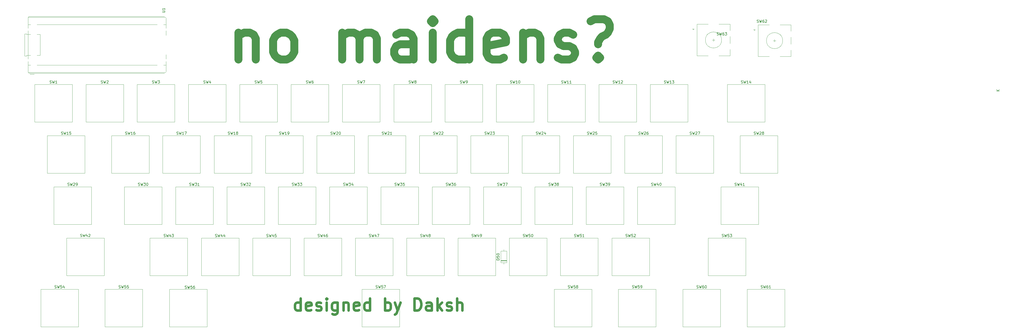
<source format=gbr>
%TF.GenerationSoftware,KiCad,Pcbnew,9.0.0*%
%TF.CreationDate,2025-06-15T21:52:09+05:30*%
%TF.ProjectId,keyboard,6b657962-6f61-4726-942e-6b696361645f,rev?*%
%TF.SameCoordinates,Original*%
%TF.FileFunction,Legend,Top*%
%TF.FilePolarity,Positive*%
%FSLAX46Y46*%
G04 Gerber Fmt 4.6, Leading zero omitted, Abs format (unit mm)*
G04 Created by KiCad (PCBNEW 9.0.0) date 2025-06-15 21:52:09*
%MOMM*%
%LPD*%
G01*
G04 APERTURE LIST*
%ADD10C,3.000000*%
%ADD11C,0.900000*%
%ADD12C,0.150000*%
%ADD13C,0.120000*%
G04 APERTURE END LIST*
D10*
X92545112Y-27508285D02*
X92545112Y-37508285D01*
X92545112Y-28936857D02*
X93259398Y-28222571D01*
X93259398Y-28222571D02*
X94687969Y-27508285D01*
X94687969Y-27508285D02*
X96830826Y-27508285D01*
X96830826Y-27508285D02*
X98259398Y-28222571D01*
X98259398Y-28222571D02*
X98973684Y-29651142D01*
X98973684Y-29651142D02*
X98973684Y-37508285D01*
X108259398Y-37508285D02*
X106830827Y-36794000D01*
X106830827Y-36794000D02*
X106116541Y-36079714D01*
X106116541Y-36079714D02*
X105402255Y-34651142D01*
X105402255Y-34651142D02*
X105402255Y-30365428D01*
X105402255Y-30365428D02*
X106116541Y-28936857D01*
X106116541Y-28936857D02*
X106830827Y-28222571D01*
X106830827Y-28222571D02*
X108259398Y-27508285D01*
X108259398Y-27508285D02*
X110402255Y-27508285D01*
X110402255Y-27508285D02*
X111830827Y-28222571D01*
X111830827Y-28222571D02*
X112545113Y-28936857D01*
X112545113Y-28936857D02*
X113259398Y-30365428D01*
X113259398Y-30365428D02*
X113259398Y-34651142D01*
X113259398Y-34651142D02*
X112545113Y-36079714D01*
X112545113Y-36079714D02*
X111830827Y-36794000D01*
X111830827Y-36794000D02*
X110402255Y-37508285D01*
X110402255Y-37508285D02*
X108259398Y-37508285D01*
X131116541Y-37508285D02*
X131116541Y-27508285D01*
X131116541Y-28936857D02*
X131830827Y-28222571D01*
X131830827Y-28222571D02*
X133259398Y-27508285D01*
X133259398Y-27508285D02*
X135402255Y-27508285D01*
X135402255Y-27508285D02*
X136830827Y-28222571D01*
X136830827Y-28222571D02*
X137545113Y-29651142D01*
X137545113Y-29651142D02*
X137545113Y-37508285D01*
X137545113Y-29651142D02*
X138259398Y-28222571D01*
X138259398Y-28222571D02*
X139687970Y-27508285D01*
X139687970Y-27508285D02*
X141830827Y-27508285D01*
X141830827Y-27508285D02*
X143259398Y-28222571D01*
X143259398Y-28222571D02*
X143973684Y-29651142D01*
X143973684Y-29651142D02*
X143973684Y-37508285D01*
X157545113Y-37508285D02*
X157545113Y-29651142D01*
X157545113Y-29651142D02*
X156830827Y-28222571D01*
X156830827Y-28222571D02*
X155402255Y-27508285D01*
X155402255Y-27508285D02*
X152545113Y-27508285D01*
X152545113Y-27508285D02*
X151116541Y-28222571D01*
X157545113Y-36794000D02*
X156116541Y-37508285D01*
X156116541Y-37508285D02*
X152545113Y-37508285D01*
X152545113Y-37508285D02*
X151116541Y-36794000D01*
X151116541Y-36794000D02*
X150402255Y-35365428D01*
X150402255Y-35365428D02*
X150402255Y-33936857D01*
X150402255Y-33936857D02*
X151116541Y-32508285D01*
X151116541Y-32508285D02*
X152545113Y-31794000D01*
X152545113Y-31794000D02*
X156116541Y-31794000D01*
X156116541Y-31794000D02*
X157545113Y-31079714D01*
X164687970Y-37508285D02*
X164687970Y-27508285D01*
X164687970Y-22508285D02*
X163973684Y-23222571D01*
X163973684Y-23222571D02*
X164687970Y-23936857D01*
X164687970Y-23936857D02*
X165402256Y-23222571D01*
X165402256Y-23222571D02*
X164687970Y-22508285D01*
X164687970Y-22508285D02*
X164687970Y-23936857D01*
X178259399Y-37508285D02*
X178259399Y-22508285D01*
X178259399Y-36794000D02*
X176830827Y-37508285D01*
X176830827Y-37508285D02*
X173973684Y-37508285D01*
X173973684Y-37508285D02*
X172545113Y-36794000D01*
X172545113Y-36794000D02*
X171830827Y-36079714D01*
X171830827Y-36079714D02*
X171116541Y-34651142D01*
X171116541Y-34651142D02*
X171116541Y-30365428D01*
X171116541Y-30365428D02*
X171830827Y-28936857D01*
X171830827Y-28936857D02*
X172545113Y-28222571D01*
X172545113Y-28222571D02*
X173973684Y-27508285D01*
X173973684Y-27508285D02*
X176830827Y-27508285D01*
X176830827Y-27508285D02*
X178259399Y-28222571D01*
X191116542Y-36794000D02*
X189687970Y-37508285D01*
X189687970Y-37508285D02*
X186830828Y-37508285D01*
X186830828Y-37508285D02*
X185402256Y-36794000D01*
X185402256Y-36794000D02*
X184687970Y-35365428D01*
X184687970Y-35365428D02*
X184687970Y-29651142D01*
X184687970Y-29651142D02*
X185402256Y-28222571D01*
X185402256Y-28222571D02*
X186830828Y-27508285D01*
X186830828Y-27508285D02*
X189687970Y-27508285D01*
X189687970Y-27508285D02*
X191116542Y-28222571D01*
X191116542Y-28222571D02*
X191830828Y-29651142D01*
X191830828Y-29651142D02*
X191830828Y-31079714D01*
X191830828Y-31079714D02*
X184687970Y-32508285D01*
X198259399Y-27508285D02*
X198259399Y-37508285D01*
X198259399Y-28936857D02*
X198973685Y-28222571D01*
X198973685Y-28222571D02*
X200402256Y-27508285D01*
X200402256Y-27508285D02*
X202545113Y-27508285D01*
X202545113Y-27508285D02*
X203973685Y-28222571D01*
X203973685Y-28222571D02*
X204687971Y-29651142D01*
X204687971Y-29651142D02*
X204687971Y-37508285D01*
X211116542Y-36794000D02*
X212545114Y-37508285D01*
X212545114Y-37508285D02*
X215402257Y-37508285D01*
X215402257Y-37508285D02*
X216830828Y-36794000D01*
X216830828Y-36794000D02*
X217545114Y-35365428D01*
X217545114Y-35365428D02*
X217545114Y-34651142D01*
X217545114Y-34651142D02*
X216830828Y-33222571D01*
X216830828Y-33222571D02*
X215402257Y-32508285D01*
X215402257Y-32508285D02*
X213259400Y-32508285D01*
X213259400Y-32508285D02*
X211830828Y-31794000D01*
X211830828Y-31794000D02*
X211116542Y-30365428D01*
X211116542Y-30365428D02*
X211116542Y-29651142D01*
X211116542Y-29651142D02*
X211830828Y-28222571D01*
X211830828Y-28222571D02*
X213259400Y-27508285D01*
X213259400Y-27508285D02*
X215402257Y-27508285D01*
X215402257Y-27508285D02*
X216830828Y-28222571D01*
X226116542Y-36079714D02*
X226830828Y-36794000D01*
X226830828Y-36794000D02*
X226116542Y-37508285D01*
X226116542Y-37508285D02*
X225402257Y-36794000D01*
X225402257Y-36794000D02*
X226116542Y-36079714D01*
X226116542Y-36079714D02*
X226116542Y-37508285D01*
X223259399Y-23222571D02*
X224687971Y-22508285D01*
X224687971Y-22508285D02*
X228259399Y-22508285D01*
X228259399Y-22508285D02*
X229687971Y-23222571D01*
X229687971Y-23222571D02*
X230402257Y-24651142D01*
X230402257Y-24651142D02*
X230402257Y-26079714D01*
X230402257Y-26079714D02*
X229687971Y-27508285D01*
X229687971Y-27508285D02*
X228973685Y-28222571D01*
X228973685Y-28222571D02*
X227545114Y-28936857D01*
X227545114Y-28936857D02*
X226830828Y-29651142D01*
X226830828Y-29651142D02*
X226116542Y-31079714D01*
X226116542Y-31079714D02*
X226116542Y-31794000D01*
D11*
X115692105Y-130872485D02*
X115692105Y-126372485D01*
X115692105Y-130658200D02*
X115263533Y-130872485D01*
X115263533Y-130872485D02*
X114406390Y-130872485D01*
X114406390Y-130872485D02*
X113977819Y-130658200D01*
X113977819Y-130658200D02*
X113763533Y-130443914D01*
X113763533Y-130443914D02*
X113549247Y-130015342D01*
X113549247Y-130015342D02*
X113549247Y-128729628D01*
X113549247Y-128729628D02*
X113763533Y-128301057D01*
X113763533Y-128301057D02*
X113977819Y-128086771D01*
X113977819Y-128086771D02*
X114406390Y-127872485D01*
X114406390Y-127872485D02*
X115263533Y-127872485D01*
X115263533Y-127872485D02*
X115692105Y-128086771D01*
X119549248Y-130658200D02*
X119120676Y-130872485D01*
X119120676Y-130872485D02*
X118263534Y-130872485D01*
X118263534Y-130872485D02*
X117834962Y-130658200D01*
X117834962Y-130658200D02*
X117620676Y-130229628D01*
X117620676Y-130229628D02*
X117620676Y-128515342D01*
X117620676Y-128515342D02*
X117834962Y-128086771D01*
X117834962Y-128086771D02*
X118263534Y-127872485D01*
X118263534Y-127872485D02*
X119120676Y-127872485D01*
X119120676Y-127872485D02*
X119549248Y-128086771D01*
X119549248Y-128086771D02*
X119763534Y-128515342D01*
X119763534Y-128515342D02*
X119763534Y-128943914D01*
X119763534Y-128943914D02*
X117620676Y-129372485D01*
X121477819Y-130658200D02*
X121906391Y-130872485D01*
X121906391Y-130872485D02*
X122763534Y-130872485D01*
X122763534Y-130872485D02*
X123192105Y-130658200D01*
X123192105Y-130658200D02*
X123406391Y-130229628D01*
X123406391Y-130229628D02*
X123406391Y-130015342D01*
X123406391Y-130015342D02*
X123192105Y-129586771D01*
X123192105Y-129586771D02*
X122763534Y-129372485D01*
X122763534Y-129372485D02*
X122120677Y-129372485D01*
X122120677Y-129372485D02*
X121692105Y-129158200D01*
X121692105Y-129158200D02*
X121477819Y-128729628D01*
X121477819Y-128729628D02*
X121477819Y-128515342D01*
X121477819Y-128515342D02*
X121692105Y-128086771D01*
X121692105Y-128086771D02*
X122120677Y-127872485D01*
X122120677Y-127872485D02*
X122763534Y-127872485D01*
X122763534Y-127872485D02*
X123192105Y-128086771D01*
X125334962Y-130872485D02*
X125334962Y-127872485D01*
X125334962Y-126372485D02*
X125120676Y-126586771D01*
X125120676Y-126586771D02*
X125334962Y-126801057D01*
X125334962Y-126801057D02*
X125549248Y-126586771D01*
X125549248Y-126586771D02*
X125334962Y-126372485D01*
X125334962Y-126372485D02*
X125334962Y-126801057D01*
X129406391Y-127872485D02*
X129406391Y-131515342D01*
X129406391Y-131515342D02*
X129192105Y-131943914D01*
X129192105Y-131943914D02*
X128977819Y-132158200D01*
X128977819Y-132158200D02*
X128549248Y-132372485D01*
X128549248Y-132372485D02*
X127906391Y-132372485D01*
X127906391Y-132372485D02*
X127477819Y-132158200D01*
X129406391Y-130658200D02*
X128977819Y-130872485D01*
X128977819Y-130872485D02*
X128120676Y-130872485D01*
X128120676Y-130872485D02*
X127692105Y-130658200D01*
X127692105Y-130658200D02*
X127477819Y-130443914D01*
X127477819Y-130443914D02*
X127263533Y-130015342D01*
X127263533Y-130015342D02*
X127263533Y-128729628D01*
X127263533Y-128729628D02*
X127477819Y-128301057D01*
X127477819Y-128301057D02*
X127692105Y-128086771D01*
X127692105Y-128086771D02*
X128120676Y-127872485D01*
X128120676Y-127872485D02*
X128977819Y-127872485D01*
X128977819Y-127872485D02*
X129406391Y-128086771D01*
X131549248Y-127872485D02*
X131549248Y-130872485D01*
X131549248Y-128301057D02*
X131763534Y-128086771D01*
X131763534Y-128086771D02*
X132192105Y-127872485D01*
X132192105Y-127872485D02*
X132834962Y-127872485D01*
X132834962Y-127872485D02*
X133263534Y-128086771D01*
X133263534Y-128086771D02*
X133477820Y-128515342D01*
X133477820Y-128515342D02*
X133477820Y-130872485D01*
X137334963Y-130658200D02*
X136906391Y-130872485D01*
X136906391Y-130872485D02*
X136049249Y-130872485D01*
X136049249Y-130872485D02*
X135620677Y-130658200D01*
X135620677Y-130658200D02*
X135406391Y-130229628D01*
X135406391Y-130229628D02*
X135406391Y-128515342D01*
X135406391Y-128515342D02*
X135620677Y-128086771D01*
X135620677Y-128086771D02*
X136049249Y-127872485D01*
X136049249Y-127872485D02*
X136906391Y-127872485D01*
X136906391Y-127872485D02*
X137334963Y-128086771D01*
X137334963Y-128086771D02*
X137549249Y-128515342D01*
X137549249Y-128515342D02*
X137549249Y-128943914D01*
X137549249Y-128943914D02*
X135406391Y-129372485D01*
X141406392Y-130872485D02*
X141406392Y-126372485D01*
X141406392Y-130658200D02*
X140977820Y-130872485D01*
X140977820Y-130872485D02*
X140120677Y-130872485D01*
X140120677Y-130872485D02*
X139692106Y-130658200D01*
X139692106Y-130658200D02*
X139477820Y-130443914D01*
X139477820Y-130443914D02*
X139263534Y-130015342D01*
X139263534Y-130015342D02*
X139263534Y-128729628D01*
X139263534Y-128729628D02*
X139477820Y-128301057D01*
X139477820Y-128301057D02*
X139692106Y-128086771D01*
X139692106Y-128086771D02*
X140120677Y-127872485D01*
X140120677Y-127872485D02*
X140977820Y-127872485D01*
X140977820Y-127872485D02*
X141406392Y-128086771D01*
X146977820Y-130872485D02*
X146977820Y-126372485D01*
X146977820Y-128086771D02*
X147406392Y-127872485D01*
X147406392Y-127872485D02*
X148263534Y-127872485D01*
X148263534Y-127872485D02*
X148692106Y-128086771D01*
X148692106Y-128086771D02*
X148906392Y-128301057D01*
X148906392Y-128301057D02*
X149120677Y-128729628D01*
X149120677Y-128729628D02*
X149120677Y-130015342D01*
X149120677Y-130015342D02*
X148906392Y-130443914D01*
X148906392Y-130443914D02*
X148692106Y-130658200D01*
X148692106Y-130658200D02*
X148263534Y-130872485D01*
X148263534Y-130872485D02*
X147406392Y-130872485D01*
X147406392Y-130872485D02*
X146977820Y-130658200D01*
X150620678Y-127872485D02*
X151692106Y-130872485D01*
X152763535Y-127872485D02*
X151692106Y-130872485D01*
X151692106Y-130872485D02*
X151263535Y-131943914D01*
X151263535Y-131943914D02*
X151049249Y-132158200D01*
X151049249Y-132158200D02*
X150620678Y-132372485D01*
X157906391Y-130872485D02*
X157906391Y-126372485D01*
X157906391Y-126372485D02*
X158977820Y-126372485D01*
X158977820Y-126372485D02*
X159620677Y-126586771D01*
X159620677Y-126586771D02*
X160049248Y-127015342D01*
X160049248Y-127015342D02*
X160263534Y-127443914D01*
X160263534Y-127443914D02*
X160477820Y-128301057D01*
X160477820Y-128301057D02*
X160477820Y-128943914D01*
X160477820Y-128943914D02*
X160263534Y-129801057D01*
X160263534Y-129801057D02*
X160049248Y-130229628D01*
X160049248Y-130229628D02*
X159620677Y-130658200D01*
X159620677Y-130658200D02*
X158977820Y-130872485D01*
X158977820Y-130872485D02*
X157906391Y-130872485D01*
X164334963Y-130872485D02*
X164334963Y-128515342D01*
X164334963Y-128515342D02*
X164120677Y-128086771D01*
X164120677Y-128086771D02*
X163692105Y-127872485D01*
X163692105Y-127872485D02*
X162834963Y-127872485D01*
X162834963Y-127872485D02*
X162406391Y-128086771D01*
X164334963Y-130658200D02*
X163906391Y-130872485D01*
X163906391Y-130872485D02*
X162834963Y-130872485D01*
X162834963Y-130872485D02*
X162406391Y-130658200D01*
X162406391Y-130658200D02*
X162192105Y-130229628D01*
X162192105Y-130229628D02*
X162192105Y-129801057D01*
X162192105Y-129801057D02*
X162406391Y-129372485D01*
X162406391Y-129372485D02*
X162834963Y-129158200D01*
X162834963Y-129158200D02*
X163906391Y-129158200D01*
X163906391Y-129158200D02*
X164334963Y-128943914D01*
X166477820Y-130872485D02*
X166477820Y-126372485D01*
X166906392Y-129158200D02*
X168192106Y-130872485D01*
X168192106Y-127872485D02*
X166477820Y-129586771D01*
X169906391Y-130658200D02*
X170334963Y-130872485D01*
X170334963Y-130872485D02*
X171192106Y-130872485D01*
X171192106Y-130872485D02*
X171620677Y-130658200D01*
X171620677Y-130658200D02*
X171834963Y-130229628D01*
X171834963Y-130229628D02*
X171834963Y-130015342D01*
X171834963Y-130015342D02*
X171620677Y-129586771D01*
X171620677Y-129586771D02*
X171192106Y-129372485D01*
X171192106Y-129372485D02*
X170549249Y-129372485D01*
X170549249Y-129372485D02*
X170120677Y-129158200D01*
X170120677Y-129158200D02*
X169906391Y-128729628D01*
X169906391Y-128729628D02*
X169906391Y-128515342D01*
X169906391Y-128515342D02*
X170120677Y-128086771D01*
X170120677Y-128086771D02*
X170549249Y-127872485D01*
X170549249Y-127872485D02*
X171192106Y-127872485D01*
X171192106Y-127872485D02*
X171620677Y-128086771D01*
X173763534Y-130872485D02*
X173763534Y-126372485D01*
X175692106Y-130872485D02*
X175692106Y-128515342D01*
X175692106Y-128515342D02*
X175477820Y-128086771D01*
X175477820Y-128086771D02*
X175049248Y-127872485D01*
X175049248Y-127872485D02*
X174406391Y-127872485D01*
X174406391Y-127872485D02*
X173977820Y-128086771D01*
X173977820Y-128086771D02*
X173763534Y-128301057D01*
D12*
X136836667Y-46323200D02*
X136979524Y-46370819D01*
X136979524Y-46370819D02*
X137217619Y-46370819D01*
X137217619Y-46370819D02*
X137312857Y-46323200D01*
X137312857Y-46323200D02*
X137360476Y-46275580D01*
X137360476Y-46275580D02*
X137408095Y-46180342D01*
X137408095Y-46180342D02*
X137408095Y-46085104D01*
X137408095Y-46085104D02*
X137360476Y-45989866D01*
X137360476Y-45989866D02*
X137312857Y-45942247D01*
X137312857Y-45942247D02*
X137217619Y-45894628D01*
X137217619Y-45894628D02*
X137027143Y-45847009D01*
X137027143Y-45847009D02*
X136931905Y-45799390D01*
X136931905Y-45799390D02*
X136884286Y-45751771D01*
X136884286Y-45751771D02*
X136836667Y-45656533D01*
X136836667Y-45656533D02*
X136836667Y-45561295D01*
X136836667Y-45561295D02*
X136884286Y-45466057D01*
X136884286Y-45466057D02*
X136931905Y-45418438D01*
X136931905Y-45418438D02*
X137027143Y-45370819D01*
X137027143Y-45370819D02*
X137265238Y-45370819D01*
X137265238Y-45370819D02*
X137408095Y-45418438D01*
X137741429Y-45370819D02*
X137979524Y-46370819D01*
X137979524Y-46370819D02*
X138170000Y-45656533D01*
X138170000Y-45656533D02*
X138360476Y-46370819D01*
X138360476Y-46370819D02*
X138598572Y-45370819D01*
X138884286Y-45370819D02*
X139550952Y-45370819D01*
X139550952Y-45370819D02*
X139122381Y-46370819D01*
X103070476Y-103483200D02*
X103213333Y-103530819D01*
X103213333Y-103530819D02*
X103451428Y-103530819D01*
X103451428Y-103530819D02*
X103546666Y-103483200D01*
X103546666Y-103483200D02*
X103594285Y-103435580D01*
X103594285Y-103435580D02*
X103641904Y-103340342D01*
X103641904Y-103340342D02*
X103641904Y-103245104D01*
X103641904Y-103245104D02*
X103594285Y-103149866D01*
X103594285Y-103149866D02*
X103546666Y-103102247D01*
X103546666Y-103102247D02*
X103451428Y-103054628D01*
X103451428Y-103054628D02*
X103260952Y-103007009D01*
X103260952Y-103007009D02*
X103165714Y-102959390D01*
X103165714Y-102959390D02*
X103118095Y-102911771D01*
X103118095Y-102911771D02*
X103070476Y-102816533D01*
X103070476Y-102816533D02*
X103070476Y-102721295D01*
X103070476Y-102721295D02*
X103118095Y-102626057D01*
X103118095Y-102626057D02*
X103165714Y-102578438D01*
X103165714Y-102578438D02*
X103260952Y-102530819D01*
X103260952Y-102530819D02*
X103499047Y-102530819D01*
X103499047Y-102530819D02*
X103641904Y-102578438D01*
X103975238Y-102530819D02*
X104213333Y-103530819D01*
X104213333Y-103530819D02*
X104403809Y-102816533D01*
X104403809Y-102816533D02*
X104594285Y-103530819D01*
X104594285Y-103530819D02*
X104832381Y-102530819D01*
X105641904Y-102864152D02*
X105641904Y-103530819D01*
X105403809Y-102483200D02*
X105165714Y-103197485D01*
X105165714Y-103197485D02*
X105784761Y-103197485D01*
X106641904Y-102530819D02*
X106165714Y-102530819D01*
X106165714Y-102530819D02*
X106118095Y-103007009D01*
X106118095Y-103007009D02*
X106165714Y-102959390D01*
X106165714Y-102959390D02*
X106260952Y-102911771D01*
X106260952Y-102911771D02*
X106499047Y-102911771D01*
X106499047Y-102911771D02*
X106594285Y-102959390D01*
X106594285Y-102959390D02*
X106641904Y-103007009D01*
X106641904Y-103007009D02*
X106689523Y-103102247D01*
X106689523Y-103102247D02*
X106689523Y-103340342D01*
X106689523Y-103340342D02*
X106641904Y-103435580D01*
X106641904Y-103435580D02*
X106594285Y-103483200D01*
X106594285Y-103483200D02*
X106499047Y-103530819D01*
X106499047Y-103530819D02*
X106260952Y-103530819D01*
X106260952Y-103530819D02*
X106165714Y-103483200D01*
X106165714Y-103483200D02*
X106118095Y-103435580D01*
X215000476Y-122533200D02*
X215143333Y-122580819D01*
X215143333Y-122580819D02*
X215381428Y-122580819D01*
X215381428Y-122580819D02*
X215476666Y-122533200D01*
X215476666Y-122533200D02*
X215524285Y-122485580D01*
X215524285Y-122485580D02*
X215571904Y-122390342D01*
X215571904Y-122390342D02*
X215571904Y-122295104D01*
X215571904Y-122295104D02*
X215524285Y-122199866D01*
X215524285Y-122199866D02*
X215476666Y-122152247D01*
X215476666Y-122152247D02*
X215381428Y-122104628D01*
X215381428Y-122104628D02*
X215190952Y-122057009D01*
X215190952Y-122057009D02*
X215095714Y-122009390D01*
X215095714Y-122009390D02*
X215048095Y-121961771D01*
X215048095Y-121961771D02*
X215000476Y-121866533D01*
X215000476Y-121866533D02*
X215000476Y-121771295D01*
X215000476Y-121771295D02*
X215048095Y-121676057D01*
X215048095Y-121676057D02*
X215095714Y-121628438D01*
X215095714Y-121628438D02*
X215190952Y-121580819D01*
X215190952Y-121580819D02*
X215429047Y-121580819D01*
X215429047Y-121580819D02*
X215571904Y-121628438D01*
X215905238Y-121580819D02*
X216143333Y-122580819D01*
X216143333Y-122580819D02*
X216333809Y-121866533D01*
X216333809Y-121866533D02*
X216524285Y-122580819D01*
X216524285Y-122580819D02*
X216762381Y-121580819D01*
X217619523Y-121580819D02*
X217143333Y-121580819D01*
X217143333Y-121580819D02*
X217095714Y-122057009D01*
X217095714Y-122057009D02*
X217143333Y-122009390D01*
X217143333Y-122009390D02*
X217238571Y-121961771D01*
X217238571Y-121961771D02*
X217476666Y-121961771D01*
X217476666Y-121961771D02*
X217571904Y-122009390D01*
X217571904Y-122009390D02*
X217619523Y-122057009D01*
X217619523Y-122057009D02*
X217667142Y-122152247D01*
X217667142Y-122152247D02*
X217667142Y-122390342D01*
X217667142Y-122390342D02*
X217619523Y-122485580D01*
X217619523Y-122485580D02*
X217571904Y-122533200D01*
X217571904Y-122533200D02*
X217476666Y-122580819D01*
X217476666Y-122580819D02*
X217238571Y-122580819D01*
X217238571Y-122580819D02*
X217143333Y-122533200D01*
X217143333Y-122533200D02*
X217095714Y-122485580D01*
X218238571Y-122009390D02*
X218143333Y-121961771D01*
X218143333Y-121961771D02*
X218095714Y-121914152D01*
X218095714Y-121914152D02*
X218048095Y-121818914D01*
X218048095Y-121818914D02*
X218048095Y-121771295D01*
X218048095Y-121771295D02*
X218095714Y-121676057D01*
X218095714Y-121676057D02*
X218143333Y-121628438D01*
X218143333Y-121628438D02*
X218238571Y-121580819D01*
X218238571Y-121580819D02*
X218429047Y-121580819D01*
X218429047Y-121580819D02*
X218524285Y-121628438D01*
X218524285Y-121628438D02*
X218571904Y-121676057D01*
X218571904Y-121676057D02*
X218619523Y-121771295D01*
X218619523Y-121771295D02*
X218619523Y-121818914D01*
X218619523Y-121818914D02*
X218571904Y-121914152D01*
X218571904Y-121914152D02*
X218524285Y-121961771D01*
X218524285Y-121961771D02*
X218429047Y-122009390D01*
X218429047Y-122009390D02*
X218238571Y-122009390D01*
X218238571Y-122009390D02*
X218143333Y-122057009D01*
X218143333Y-122057009D02*
X218095714Y-122104628D01*
X218095714Y-122104628D02*
X218048095Y-122199866D01*
X218048095Y-122199866D02*
X218048095Y-122390342D01*
X218048095Y-122390342D02*
X218095714Y-122485580D01*
X218095714Y-122485580D02*
X218143333Y-122533200D01*
X218143333Y-122533200D02*
X218238571Y-122580819D01*
X218238571Y-122580819D02*
X218429047Y-122580819D01*
X218429047Y-122580819D02*
X218524285Y-122533200D01*
X218524285Y-122533200D02*
X218571904Y-122485580D01*
X218571904Y-122485580D02*
X218619523Y-122390342D01*
X218619523Y-122390342D02*
X218619523Y-122199866D01*
X218619523Y-122199866D02*
X218571904Y-122104628D01*
X218571904Y-122104628D02*
X218524285Y-122057009D01*
X218524285Y-122057009D02*
X218429047Y-122009390D01*
X55410476Y-84393200D02*
X55553333Y-84440819D01*
X55553333Y-84440819D02*
X55791428Y-84440819D01*
X55791428Y-84440819D02*
X55886666Y-84393200D01*
X55886666Y-84393200D02*
X55934285Y-84345580D01*
X55934285Y-84345580D02*
X55981904Y-84250342D01*
X55981904Y-84250342D02*
X55981904Y-84155104D01*
X55981904Y-84155104D02*
X55934285Y-84059866D01*
X55934285Y-84059866D02*
X55886666Y-84012247D01*
X55886666Y-84012247D02*
X55791428Y-83964628D01*
X55791428Y-83964628D02*
X55600952Y-83917009D01*
X55600952Y-83917009D02*
X55505714Y-83869390D01*
X55505714Y-83869390D02*
X55458095Y-83821771D01*
X55458095Y-83821771D02*
X55410476Y-83726533D01*
X55410476Y-83726533D02*
X55410476Y-83631295D01*
X55410476Y-83631295D02*
X55458095Y-83536057D01*
X55458095Y-83536057D02*
X55505714Y-83488438D01*
X55505714Y-83488438D02*
X55600952Y-83440819D01*
X55600952Y-83440819D02*
X55839047Y-83440819D01*
X55839047Y-83440819D02*
X55981904Y-83488438D01*
X56315238Y-83440819D02*
X56553333Y-84440819D01*
X56553333Y-84440819D02*
X56743809Y-83726533D01*
X56743809Y-83726533D02*
X56934285Y-84440819D01*
X56934285Y-84440819D02*
X57172381Y-83440819D01*
X57458095Y-83440819D02*
X58077142Y-83440819D01*
X58077142Y-83440819D02*
X57743809Y-83821771D01*
X57743809Y-83821771D02*
X57886666Y-83821771D01*
X57886666Y-83821771D02*
X57981904Y-83869390D01*
X57981904Y-83869390D02*
X58029523Y-83917009D01*
X58029523Y-83917009D02*
X58077142Y-84012247D01*
X58077142Y-84012247D02*
X58077142Y-84250342D01*
X58077142Y-84250342D02*
X58029523Y-84345580D01*
X58029523Y-84345580D02*
X57981904Y-84393200D01*
X57981904Y-84393200D02*
X57886666Y-84440819D01*
X57886666Y-84440819D02*
X57600952Y-84440819D01*
X57600952Y-84440819D02*
X57505714Y-84393200D01*
X57505714Y-84393200D02*
X57458095Y-84345580D01*
X58696190Y-83440819D02*
X58791428Y-83440819D01*
X58791428Y-83440819D02*
X58886666Y-83488438D01*
X58886666Y-83488438D02*
X58934285Y-83536057D01*
X58934285Y-83536057D02*
X58981904Y-83631295D01*
X58981904Y-83631295D02*
X59029523Y-83821771D01*
X59029523Y-83821771D02*
X59029523Y-84059866D01*
X59029523Y-84059866D02*
X58981904Y-84250342D01*
X58981904Y-84250342D02*
X58934285Y-84345580D01*
X58934285Y-84345580D02*
X58886666Y-84393200D01*
X58886666Y-84393200D02*
X58791428Y-84440819D01*
X58791428Y-84440819D02*
X58696190Y-84440819D01*
X58696190Y-84440819D02*
X58600952Y-84393200D01*
X58600952Y-84393200D02*
X58553333Y-84345580D01*
X58553333Y-84345580D02*
X58505714Y-84250342D01*
X58505714Y-84250342D02*
X58458095Y-84059866D01*
X58458095Y-84059866D02*
X58458095Y-83821771D01*
X58458095Y-83821771D02*
X58505714Y-83631295D01*
X58505714Y-83631295D02*
X58553333Y-83536057D01*
X58553333Y-83536057D02*
X58600952Y-83488438D01*
X58600952Y-83488438D02*
X58696190Y-83440819D01*
X179240476Y-103463200D02*
X179383333Y-103510819D01*
X179383333Y-103510819D02*
X179621428Y-103510819D01*
X179621428Y-103510819D02*
X179716666Y-103463200D01*
X179716666Y-103463200D02*
X179764285Y-103415580D01*
X179764285Y-103415580D02*
X179811904Y-103320342D01*
X179811904Y-103320342D02*
X179811904Y-103225104D01*
X179811904Y-103225104D02*
X179764285Y-103129866D01*
X179764285Y-103129866D02*
X179716666Y-103082247D01*
X179716666Y-103082247D02*
X179621428Y-103034628D01*
X179621428Y-103034628D02*
X179430952Y-102987009D01*
X179430952Y-102987009D02*
X179335714Y-102939390D01*
X179335714Y-102939390D02*
X179288095Y-102891771D01*
X179288095Y-102891771D02*
X179240476Y-102796533D01*
X179240476Y-102796533D02*
X179240476Y-102701295D01*
X179240476Y-102701295D02*
X179288095Y-102606057D01*
X179288095Y-102606057D02*
X179335714Y-102558438D01*
X179335714Y-102558438D02*
X179430952Y-102510819D01*
X179430952Y-102510819D02*
X179669047Y-102510819D01*
X179669047Y-102510819D02*
X179811904Y-102558438D01*
X180145238Y-102510819D02*
X180383333Y-103510819D01*
X180383333Y-103510819D02*
X180573809Y-102796533D01*
X180573809Y-102796533D02*
X180764285Y-103510819D01*
X180764285Y-103510819D02*
X181002381Y-102510819D01*
X181811904Y-102844152D02*
X181811904Y-103510819D01*
X181573809Y-102463200D02*
X181335714Y-103177485D01*
X181335714Y-103177485D02*
X181954761Y-103177485D01*
X182383333Y-103510819D02*
X182573809Y-103510819D01*
X182573809Y-103510819D02*
X182669047Y-103463200D01*
X182669047Y-103463200D02*
X182716666Y-103415580D01*
X182716666Y-103415580D02*
X182811904Y-103272723D01*
X182811904Y-103272723D02*
X182859523Y-103082247D01*
X182859523Y-103082247D02*
X182859523Y-102701295D01*
X182859523Y-102701295D02*
X182811904Y-102606057D01*
X182811904Y-102606057D02*
X182764285Y-102558438D01*
X182764285Y-102558438D02*
X182669047Y-102510819D01*
X182669047Y-102510819D02*
X182478571Y-102510819D01*
X182478571Y-102510819D02*
X182383333Y-102558438D01*
X182383333Y-102558438D02*
X182335714Y-102606057D01*
X182335714Y-102606057D02*
X182288095Y-102701295D01*
X182288095Y-102701295D02*
X182288095Y-102939390D01*
X182288095Y-102939390D02*
X182335714Y-103034628D01*
X182335714Y-103034628D02*
X182383333Y-103082247D01*
X182383333Y-103082247D02*
X182478571Y-103129866D01*
X182478571Y-103129866D02*
X182669047Y-103129866D01*
X182669047Y-103129866D02*
X182764285Y-103082247D01*
X182764285Y-103082247D02*
X182811904Y-103034628D01*
X182811904Y-103034628D02*
X182859523Y-102939390D01*
X64920476Y-103473200D02*
X65063333Y-103520819D01*
X65063333Y-103520819D02*
X65301428Y-103520819D01*
X65301428Y-103520819D02*
X65396666Y-103473200D01*
X65396666Y-103473200D02*
X65444285Y-103425580D01*
X65444285Y-103425580D02*
X65491904Y-103330342D01*
X65491904Y-103330342D02*
X65491904Y-103235104D01*
X65491904Y-103235104D02*
X65444285Y-103139866D01*
X65444285Y-103139866D02*
X65396666Y-103092247D01*
X65396666Y-103092247D02*
X65301428Y-103044628D01*
X65301428Y-103044628D02*
X65110952Y-102997009D01*
X65110952Y-102997009D02*
X65015714Y-102949390D01*
X65015714Y-102949390D02*
X64968095Y-102901771D01*
X64968095Y-102901771D02*
X64920476Y-102806533D01*
X64920476Y-102806533D02*
X64920476Y-102711295D01*
X64920476Y-102711295D02*
X64968095Y-102616057D01*
X64968095Y-102616057D02*
X65015714Y-102568438D01*
X65015714Y-102568438D02*
X65110952Y-102520819D01*
X65110952Y-102520819D02*
X65349047Y-102520819D01*
X65349047Y-102520819D02*
X65491904Y-102568438D01*
X65825238Y-102520819D02*
X66063333Y-103520819D01*
X66063333Y-103520819D02*
X66253809Y-102806533D01*
X66253809Y-102806533D02*
X66444285Y-103520819D01*
X66444285Y-103520819D02*
X66682381Y-102520819D01*
X67491904Y-102854152D02*
X67491904Y-103520819D01*
X67253809Y-102473200D02*
X67015714Y-103187485D01*
X67015714Y-103187485D02*
X67634761Y-103187485D01*
X67920476Y-102520819D02*
X68539523Y-102520819D01*
X68539523Y-102520819D02*
X68206190Y-102901771D01*
X68206190Y-102901771D02*
X68349047Y-102901771D01*
X68349047Y-102901771D02*
X68444285Y-102949390D01*
X68444285Y-102949390D02*
X68491904Y-102997009D01*
X68491904Y-102997009D02*
X68539523Y-103092247D01*
X68539523Y-103092247D02*
X68539523Y-103330342D01*
X68539523Y-103330342D02*
X68491904Y-103425580D01*
X68491904Y-103425580D02*
X68444285Y-103473200D01*
X68444285Y-103473200D02*
X68349047Y-103520819D01*
X68349047Y-103520819D02*
X68063333Y-103520819D01*
X68063333Y-103520819D02*
X67968095Y-103473200D01*
X67968095Y-103473200D02*
X67920476Y-103425580D01*
X88760476Y-65383200D02*
X88903333Y-65430819D01*
X88903333Y-65430819D02*
X89141428Y-65430819D01*
X89141428Y-65430819D02*
X89236666Y-65383200D01*
X89236666Y-65383200D02*
X89284285Y-65335580D01*
X89284285Y-65335580D02*
X89331904Y-65240342D01*
X89331904Y-65240342D02*
X89331904Y-65145104D01*
X89331904Y-65145104D02*
X89284285Y-65049866D01*
X89284285Y-65049866D02*
X89236666Y-65002247D01*
X89236666Y-65002247D02*
X89141428Y-64954628D01*
X89141428Y-64954628D02*
X88950952Y-64907009D01*
X88950952Y-64907009D02*
X88855714Y-64859390D01*
X88855714Y-64859390D02*
X88808095Y-64811771D01*
X88808095Y-64811771D02*
X88760476Y-64716533D01*
X88760476Y-64716533D02*
X88760476Y-64621295D01*
X88760476Y-64621295D02*
X88808095Y-64526057D01*
X88808095Y-64526057D02*
X88855714Y-64478438D01*
X88855714Y-64478438D02*
X88950952Y-64430819D01*
X88950952Y-64430819D02*
X89189047Y-64430819D01*
X89189047Y-64430819D02*
X89331904Y-64478438D01*
X89665238Y-64430819D02*
X89903333Y-65430819D01*
X89903333Y-65430819D02*
X90093809Y-64716533D01*
X90093809Y-64716533D02*
X90284285Y-65430819D01*
X90284285Y-65430819D02*
X90522381Y-64430819D01*
X91427142Y-65430819D02*
X90855714Y-65430819D01*
X91141428Y-65430819D02*
X91141428Y-64430819D01*
X91141428Y-64430819D02*
X91046190Y-64573676D01*
X91046190Y-64573676D02*
X90950952Y-64668914D01*
X90950952Y-64668914D02*
X90855714Y-64716533D01*
X91998571Y-64859390D02*
X91903333Y-64811771D01*
X91903333Y-64811771D02*
X91855714Y-64764152D01*
X91855714Y-64764152D02*
X91808095Y-64668914D01*
X91808095Y-64668914D02*
X91808095Y-64621295D01*
X91808095Y-64621295D02*
X91855714Y-64526057D01*
X91855714Y-64526057D02*
X91903333Y-64478438D01*
X91903333Y-64478438D02*
X91998571Y-64430819D01*
X91998571Y-64430819D02*
X92189047Y-64430819D01*
X92189047Y-64430819D02*
X92284285Y-64478438D01*
X92284285Y-64478438D02*
X92331904Y-64526057D01*
X92331904Y-64526057D02*
X92379523Y-64621295D01*
X92379523Y-64621295D02*
X92379523Y-64668914D01*
X92379523Y-64668914D02*
X92331904Y-64764152D01*
X92331904Y-64764152D02*
X92284285Y-64811771D01*
X92284285Y-64811771D02*
X92189047Y-64859390D01*
X92189047Y-64859390D02*
X91998571Y-64859390D01*
X91998571Y-64859390D02*
X91903333Y-64907009D01*
X91903333Y-64907009D02*
X91855714Y-64954628D01*
X91855714Y-64954628D02*
X91808095Y-65049866D01*
X91808095Y-65049866D02*
X91808095Y-65240342D01*
X91808095Y-65240342D02*
X91855714Y-65335580D01*
X91855714Y-65335580D02*
X91903333Y-65383200D01*
X91903333Y-65383200D02*
X91998571Y-65430819D01*
X91998571Y-65430819D02*
X92189047Y-65430819D01*
X92189047Y-65430819D02*
X92284285Y-65383200D01*
X92284285Y-65383200D02*
X92331904Y-65335580D01*
X92331904Y-65335580D02*
X92379523Y-65240342D01*
X92379523Y-65240342D02*
X92379523Y-65049866D01*
X92379523Y-65049866D02*
X92331904Y-64954628D01*
X92331904Y-64954628D02*
X92284285Y-64907009D01*
X92284285Y-64907009D02*
X92189047Y-64859390D01*
X164980476Y-65383200D02*
X165123333Y-65430819D01*
X165123333Y-65430819D02*
X165361428Y-65430819D01*
X165361428Y-65430819D02*
X165456666Y-65383200D01*
X165456666Y-65383200D02*
X165504285Y-65335580D01*
X165504285Y-65335580D02*
X165551904Y-65240342D01*
X165551904Y-65240342D02*
X165551904Y-65145104D01*
X165551904Y-65145104D02*
X165504285Y-65049866D01*
X165504285Y-65049866D02*
X165456666Y-65002247D01*
X165456666Y-65002247D02*
X165361428Y-64954628D01*
X165361428Y-64954628D02*
X165170952Y-64907009D01*
X165170952Y-64907009D02*
X165075714Y-64859390D01*
X165075714Y-64859390D02*
X165028095Y-64811771D01*
X165028095Y-64811771D02*
X164980476Y-64716533D01*
X164980476Y-64716533D02*
X164980476Y-64621295D01*
X164980476Y-64621295D02*
X165028095Y-64526057D01*
X165028095Y-64526057D02*
X165075714Y-64478438D01*
X165075714Y-64478438D02*
X165170952Y-64430819D01*
X165170952Y-64430819D02*
X165409047Y-64430819D01*
X165409047Y-64430819D02*
X165551904Y-64478438D01*
X165885238Y-64430819D02*
X166123333Y-65430819D01*
X166123333Y-65430819D02*
X166313809Y-64716533D01*
X166313809Y-64716533D02*
X166504285Y-65430819D01*
X166504285Y-65430819D02*
X166742381Y-64430819D01*
X167075714Y-64526057D02*
X167123333Y-64478438D01*
X167123333Y-64478438D02*
X167218571Y-64430819D01*
X167218571Y-64430819D02*
X167456666Y-64430819D01*
X167456666Y-64430819D02*
X167551904Y-64478438D01*
X167551904Y-64478438D02*
X167599523Y-64526057D01*
X167599523Y-64526057D02*
X167647142Y-64621295D01*
X167647142Y-64621295D02*
X167647142Y-64716533D01*
X167647142Y-64716533D02*
X167599523Y-64859390D01*
X167599523Y-64859390D02*
X167028095Y-65430819D01*
X167028095Y-65430819D02*
X167647142Y-65430819D01*
X168028095Y-64526057D02*
X168075714Y-64478438D01*
X168075714Y-64478438D02*
X168170952Y-64430819D01*
X168170952Y-64430819D02*
X168409047Y-64430819D01*
X168409047Y-64430819D02*
X168504285Y-64478438D01*
X168504285Y-64478438D02*
X168551904Y-64526057D01*
X168551904Y-64526057D02*
X168599523Y-64621295D01*
X168599523Y-64621295D02*
X168599523Y-64716533D01*
X168599523Y-64716533D02*
X168551904Y-64859390D01*
X168551904Y-64859390D02*
X167980476Y-65430819D01*
X167980476Y-65430819D02*
X168599523Y-65430819D01*
X193520476Y-46323200D02*
X193663333Y-46370819D01*
X193663333Y-46370819D02*
X193901428Y-46370819D01*
X193901428Y-46370819D02*
X193996666Y-46323200D01*
X193996666Y-46323200D02*
X194044285Y-46275580D01*
X194044285Y-46275580D02*
X194091904Y-46180342D01*
X194091904Y-46180342D02*
X194091904Y-46085104D01*
X194091904Y-46085104D02*
X194044285Y-45989866D01*
X194044285Y-45989866D02*
X193996666Y-45942247D01*
X193996666Y-45942247D02*
X193901428Y-45894628D01*
X193901428Y-45894628D02*
X193710952Y-45847009D01*
X193710952Y-45847009D02*
X193615714Y-45799390D01*
X193615714Y-45799390D02*
X193568095Y-45751771D01*
X193568095Y-45751771D02*
X193520476Y-45656533D01*
X193520476Y-45656533D02*
X193520476Y-45561295D01*
X193520476Y-45561295D02*
X193568095Y-45466057D01*
X193568095Y-45466057D02*
X193615714Y-45418438D01*
X193615714Y-45418438D02*
X193710952Y-45370819D01*
X193710952Y-45370819D02*
X193949047Y-45370819D01*
X193949047Y-45370819D02*
X194091904Y-45418438D01*
X194425238Y-45370819D02*
X194663333Y-46370819D01*
X194663333Y-46370819D02*
X194853809Y-45656533D01*
X194853809Y-45656533D02*
X195044285Y-46370819D01*
X195044285Y-46370819D02*
X195282381Y-45370819D01*
X196187142Y-46370819D02*
X195615714Y-46370819D01*
X195901428Y-46370819D02*
X195901428Y-45370819D01*
X195901428Y-45370819D02*
X195806190Y-45513676D01*
X195806190Y-45513676D02*
X195710952Y-45608914D01*
X195710952Y-45608914D02*
X195615714Y-45656533D01*
X196806190Y-45370819D02*
X196901428Y-45370819D01*
X196901428Y-45370819D02*
X196996666Y-45418438D01*
X196996666Y-45418438D02*
X197044285Y-45466057D01*
X197044285Y-45466057D02*
X197091904Y-45561295D01*
X197091904Y-45561295D02*
X197139523Y-45751771D01*
X197139523Y-45751771D02*
X197139523Y-45989866D01*
X197139523Y-45989866D02*
X197091904Y-46180342D01*
X197091904Y-46180342D02*
X197044285Y-46275580D01*
X197044285Y-46275580D02*
X196996666Y-46323200D01*
X196996666Y-46323200D02*
X196901428Y-46370819D01*
X196901428Y-46370819D02*
X196806190Y-46370819D01*
X196806190Y-46370819D02*
X196710952Y-46323200D01*
X196710952Y-46323200D02*
X196663333Y-46275580D01*
X196663333Y-46275580D02*
X196615714Y-46180342D01*
X196615714Y-46180342D02*
X196568095Y-45989866D01*
X196568095Y-45989866D02*
X196568095Y-45751771D01*
X196568095Y-45751771D02*
X196615714Y-45561295D01*
X196615714Y-45561295D02*
X196663333Y-45466057D01*
X196663333Y-45466057D02*
X196710952Y-45418438D01*
X196710952Y-45418438D02*
X196806190Y-45370819D01*
X238820476Y-122503200D02*
X238963333Y-122550819D01*
X238963333Y-122550819D02*
X239201428Y-122550819D01*
X239201428Y-122550819D02*
X239296666Y-122503200D01*
X239296666Y-122503200D02*
X239344285Y-122455580D01*
X239344285Y-122455580D02*
X239391904Y-122360342D01*
X239391904Y-122360342D02*
X239391904Y-122265104D01*
X239391904Y-122265104D02*
X239344285Y-122169866D01*
X239344285Y-122169866D02*
X239296666Y-122122247D01*
X239296666Y-122122247D02*
X239201428Y-122074628D01*
X239201428Y-122074628D02*
X239010952Y-122027009D01*
X239010952Y-122027009D02*
X238915714Y-121979390D01*
X238915714Y-121979390D02*
X238868095Y-121931771D01*
X238868095Y-121931771D02*
X238820476Y-121836533D01*
X238820476Y-121836533D02*
X238820476Y-121741295D01*
X238820476Y-121741295D02*
X238868095Y-121646057D01*
X238868095Y-121646057D02*
X238915714Y-121598438D01*
X238915714Y-121598438D02*
X239010952Y-121550819D01*
X239010952Y-121550819D02*
X239249047Y-121550819D01*
X239249047Y-121550819D02*
X239391904Y-121598438D01*
X239725238Y-121550819D02*
X239963333Y-122550819D01*
X239963333Y-122550819D02*
X240153809Y-121836533D01*
X240153809Y-121836533D02*
X240344285Y-122550819D01*
X240344285Y-122550819D02*
X240582381Y-121550819D01*
X241439523Y-121550819D02*
X240963333Y-121550819D01*
X240963333Y-121550819D02*
X240915714Y-122027009D01*
X240915714Y-122027009D02*
X240963333Y-121979390D01*
X240963333Y-121979390D02*
X241058571Y-121931771D01*
X241058571Y-121931771D02*
X241296666Y-121931771D01*
X241296666Y-121931771D02*
X241391904Y-121979390D01*
X241391904Y-121979390D02*
X241439523Y-122027009D01*
X241439523Y-122027009D02*
X241487142Y-122122247D01*
X241487142Y-122122247D02*
X241487142Y-122360342D01*
X241487142Y-122360342D02*
X241439523Y-122455580D01*
X241439523Y-122455580D02*
X241391904Y-122503200D01*
X241391904Y-122503200D02*
X241296666Y-122550819D01*
X241296666Y-122550819D02*
X241058571Y-122550819D01*
X241058571Y-122550819D02*
X240963333Y-122503200D01*
X240963333Y-122503200D02*
X240915714Y-122455580D01*
X241963333Y-122550819D02*
X242153809Y-122550819D01*
X242153809Y-122550819D02*
X242249047Y-122503200D01*
X242249047Y-122503200D02*
X242296666Y-122455580D01*
X242296666Y-122455580D02*
X242391904Y-122312723D01*
X242391904Y-122312723D02*
X242439523Y-122122247D01*
X242439523Y-122122247D02*
X242439523Y-121741295D01*
X242439523Y-121741295D02*
X242391904Y-121646057D01*
X242391904Y-121646057D02*
X242344285Y-121598438D01*
X242344285Y-121598438D02*
X242249047Y-121550819D01*
X242249047Y-121550819D02*
X242058571Y-121550819D01*
X242058571Y-121550819D02*
X241963333Y-121598438D01*
X241963333Y-121598438D02*
X241915714Y-121646057D01*
X241915714Y-121646057D02*
X241868095Y-121741295D01*
X241868095Y-121741295D02*
X241868095Y-121979390D01*
X241868095Y-121979390D02*
X241915714Y-122074628D01*
X241915714Y-122074628D02*
X241963333Y-122122247D01*
X241963333Y-122122247D02*
X242058571Y-122169866D01*
X242058571Y-122169866D02*
X242249047Y-122169866D01*
X242249047Y-122169866D02*
X242344285Y-122122247D01*
X242344285Y-122122247D02*
X242391904Y-122074628D01*
X242391904Y-122074628D02*
X242439523Y-121979390D01*
X143610476Y-122533200D02*
X143753333Y-122580819D01*
X143753333Y-122580819D02*
X143991428Y-122580819D01*
X143991428Y-122580819D02*
X144086666Y-122533200D01*
X144086666Y-122533200D02*
X144134285Y-122485580D01*
X144134285Y-122485580D02*
X144181904Y-122390342D01*
X144181904Y-122390342D02*
X144181904Y-122295104D01*
X144181904Y-122295104D02*
X144134285Y-122199866D01*
X144134285Y-122199866D02*
X144086666Y-122152247D01*
X144086666Y-122152247D02*
X143991428Y-122104628D01*
X143991428Y-122104628D02*
X143800952Y-122057009D01*
X143800952Y-122057009D02*
X143705714Y-122009390D01*
X143705714Y-122009390D02*
X143658095Y-121961771D01*
X143658095Y-121961771D02*
X143610476Y-121866533D01*
X143610476Y-121866533D02*
X143610476Y-121771295D01*
X143610476Y-121771295D02*
X143658095Y-121676057D01*
X143658095Y-121676057D02*
X143705714Y-121628438D01*
X143705714Y-121628438D02*
X143800952Y-121580819D01*
X143800952Y-121580819D02*
X144039047Y-121580819D01*
X144039047Y-121580819D02*
X144181904Y-121628438D01*
X144515238Y-121580819D02*
X144753333Y-122580819D01*
X144753333Y-122580819D02*
X144943809Y-121866533D01*
X144943809Y-121866533D02*
X145134285Y-122580819D01*
X145134285Y-122580819D02*
X145372381Y-121580819D01*
X146229523Y-121580819D02*
X145753333Y-121580819D01*
X145753333Y-121580819D02*
X145705714Y-122057009D01*
X145705714Y-122057009D02*
X145753333Y-122009390D01*
X145753333Y-122009390D02*
X145848571Y-121961771D01*
X145848571Y-121961771D02*
X146086666Y-121961771D01*
X146086666Y-121961771D02*
X146181904Y-122009390D01*
X146181904Y-122009390D02*
X146229523Y-122057009D01*
X146229523Y-122057009D02*
X146277142Y-122152247D01*
X146277142Y-122152247D02*
X146277142Y-122390342D01*
X146277142Y-122390342D02*
X146229523Y-122485580D01*
X146229523Y-122485580D02*
X146181904Y-122533200D01*
X146181904Y-122533200D02*
X146086666Y-122580819D01*
X146086666Y-122580819D02*
X145848571Y-122580819D01*
X145848571Y-122580819D02*
X145753333Y-122533200D01*
X145753333Y-122533200D02*
X145705714Y-122485580D01*
X146610476Y-121580819D02*
X147277142Y-121580819D01*
X147277142Y-121580819D02*
X146848571Y-122580819D01*
X222120476Y-65383200D02*
X222263333Y-65430819D01*
X222263333Y-65430819D02*
X222501428Y-65430819D01*
X222501428Y-65430819D02*
X222596666Y-65383200D01*
X222596666Y-65383200D02*
X222644285Y-65335580D01*
X222644285Y-65335580D02*
X222691904Y-65240342D01*
X222691904Y-65240342D02*
X222691904Y-65145104D01*
X222691904Y-65145104D02*
X222644285Y-65049866D01*
X222644285Y-65049866D02*
X222596666Y-65002247D01*
X222596666Y-65002247D02*
X222501428Y-64954628D01*
X222501428Y-64954628D02*
X222310952Y-64907009D01*
X222310952Y-64907009D02*
X222215714Y-64859390D01*
X222215714Y-64859390D02*
X222168095Y-64811771D01*
X222168095Y-64811771D02*
X222120476Y-64716533D01*
X222120476Y-64716533D02*
X222120476Y-64621295D01*
X222120476Y-64621295D02*
X222168095Y-64526057D01*
X222168095Y-64526057D02*
X222215714Y-64478438D01*
X222215714Y-64478438D02*
X222310952Y-64430819D01*
X222310952Y-64430819D02*
X222549047Y-64430819D01*
X222549047Y-64430819D02*
X222691904Y-64478438D01*
X223025238Y-64430819D02*
X223263333Y-65430819D01*
X223263333Y-65430819D02*
X223453809Y-64716533D01*
X223453809Y-64716533D02*
X223644285Y-65430819D01*
X223644285Y-65430819D02*
X223882381Y-64430819D01*
X224215714Y-64526057D02*
X224263333Y-64478438D01*
X224263333Y-64478438D02*
X224358571Y-64430819D01*
X224358571Y-64430819D02*
X224596666Y-64430819D01*
X224596666Y-64430819D02*
X224691904Y-64478438D01*
X224691904Y-64478438D02*
X224739523Y-64526057D01*
X224739523Y-64526057D02*
X224787142Y-64621295D01*
X224787142Y-64621295D02*
X224787142Y-64716533D01*
X224787142Y-64716533D02*
X224739523Y-64859390D01*
X224739523Y-64859390D02*
X224168095Y-65430819D01*
X224168095Y-65430819D02*
X224787142Y-65430819D01*
X225691904Y-64430819D02*
X225215714Y-64430819D01*
X225215714Y-64430819D02*
X225168095Y-64907009D01*
X225168095Y-64907009D02*
X225215714Y-64859390D01*
X225215714Y-64859390D02*
X225310952Y-64811771D01*
X225310952Y-64811771D02*
X225549047Y-64811771D01*
X225549047Y-64811771D02*
X225644285Y-64859390D01*
X225644285Y-64859390D02*
X225691904Y-64907009D01*
X225691904Y-64907009D02*
X225739523Y-65002247D01*
X225739523Y-65002247D02*
X225739523Y-65240342D01*
X225739523Y-65240342D02*
X225691904Y-65335580D01*
X225691904Y-65335580D02*
X225644285Y-65383200D01*
X225644285Y-65383200D02*
X225549047Y-65430819D01*
X225549047Y-65430819D02*
X225310952Y-65430819D01*
X225310952Y-65430819D02*
X225215714Y-65383200D01*
X225215714Y-65383200D02*
X225168095Y-65335580D01*
X236390476Y-103463200D02*
X236533333Y-103510819D01*
X236533333Y-103510819D02*
X236771428Y-103510819D01*
X236771428Y-103510819D02*
X236866666Y-103463200D01*
X236866666Y-103463200D02*
X236914285Y-103415580D01*
X236914285Y-103415580D02*
X236961904Y-103320342D01*
X236961904Y-103320342D02*
X236961904Y-103225104D01*
X236961904Y-103225104D02*
X236914285Y-103129866D01*
X236914285Y-103129866D02*
X236866666Y-103082247D01*
X236866666Y-103082247D02*
X236771428Y-103034628D01*
X236771428Y-103034628D02*
X236580952Y-102987009D01*
X236580952Y-102987009D02*
X236485714Y-102939390D01*
X236485714Y-102939390D02*
X236438095Y-102891771D01*
X236438095Y-102891771D02*
X236390476Y-102796533D01*
X236390476Y-102796533D02*
X236390476Y-102701295D01*
X236390476Y-102701295D02*
X236438095Y-102606057D01*
X236438095Y-102606057D02*
X236485714Y-102558438D01*
X236485714Y-102558438D02*
X236580952Y-102510819D01*
X236580952Y-102510819D02*
X236819047Y-102510819D01*
X236819047Y-102510819D02*
X236961904Y-102558438D01*
X237295238Y-102510819D02*
X237533333Y-103510819D01*
X237533333Y-103510819D02*
X237723809Y-102796533D01*
X237723809Y-102796533D02*
X237914285Y-103510819D01*
X237914285Y-103510819D02*
X238152381Y-102510819D01*
X239009523Y-102510819D02*
X238533333Y-102510819D01*
X238533333Y-102510819D02*
X238485714Y-102987009D01*
X238485714Y-102987009D02*
X238533333Y-102939390D01*
X238533333Y-102939390D02*
X238628571Y-102891771D01*
X238628571Y-102891771D02*
X238866666Y-102891771D01*
X238866666Y-102891771D02*
X238961904Y-102939390D01*
X238961904Y-102939390D02*
X239009523Y-102987009D01*
X239009523Y-102987009D02*
X239057142Y-103082247D01*
X239057142Y-103082247D02*
X239057142Y-103320342D01*
X239057142Y-103320342D02*
X239009523Y-103415580D01*
X239009523Y-103415580D02*
X238961904Y-103463200D01*
X238961904Y-103463200D02*
X238866666Y-103510819D01*
X238866666Y-103510819D02*
X238628571Y-103510819D01*
X238628571Y-103510819D02*
X238533333Y-103463200D01*
X238533333Y-103463200D02*
X238485714Y-103415580D01*
X239438095Y-102606057D02*
X239485714Y-102558438D01*
X239485714Y-102558438D02*
X239580952Y-102510819D01*
X239580952Y-102510819D02*
X239819047Y-102510819D01*
X239819047Y-102510819D02*
X239914285Y-102558438D01*
X239914285Y-102558438D02*
X239961904Y-102606057D01*
X239961904Y-102606057D02*
X240009523Y-102701295D01*
X240009523Y-102701295D02*
X240009523Y-102796533D01*
X240009523Y-102796533D02*
X239961904Y-102939390D01*
X239961904Y-102939390D02*
X239390476Y-103510819D01*
X239390476Y-103510819D02*
X240009523Y-103510819D01*
X189454819Y-112144285D02*
X188454819Y-112144285D01*
X188454819Y-112144285D02*
X188454819Y-111906190D01*
X188454819Y-111906190D02*
X188502438Y-111763333D01*
X188502438Y-111763333D02*
X188597676Y-111668095D01*
X188597676Y-111668095D02*
X188692914Y-111620476D01*
X188692914Y-111620476D02*
X188883390Y-111572857D01*
X188883390Y-111572857D02*
X189026247Y-111572857D01*
X189026247Y-111572857D02*
X189216723Y-111620476D01*
X189216723Y-111620476D02*
X189311961Y-111668095D01*
X189311961Y-111668095D02*
X189407200Y-111763333D01*
X189407200Y-111763333D02*
X189454819Y-111906190D01*
X189454819Y-111906190D02*
X189454819Y-112144285D01*
X188454819Y-110668095D02*
X188454819Y-111144285D01*
X188454819Y-111144285D02*
X188931009Y-111191904D01*
X188931009Y-111191904D02*
X188883390Y-111144285D01*
X188883390Y-111144285D02*
X188835771Y-111049047D01*
X188835771Y-111049047D02*
X188835771Y-110810952D01*
X188835771Y-110810952D02*
X188883390Y-110715714D01*
X188883390Y-110715714D02*
X188931009Y-110668095D01*
X188931009Y-110668095D02*
X189026247Y-110620476D01*
X189026247Y-110620476D02*
X189264342Y-110620476D01*
X189264342Y-110620476D02*
X189359580Y-110668095D01*
X189359580Y-110668095D02*
X189407200Y-110715714D01*
X189407200Y-110715714D02*
X189454819Y-110810952D01*
X189454819Y-110810952D02*
X189454819Y-111049047D01*
X189454819Y-111049047D02*
X189407200Y-111144285D01*
X189407200Y-111144285D02*
X189359580Y-111191904D01*
X188454819Y-110001428D02*
X188454819Y-109906190D01*
X188454819Y-109906190D02*
X188502438Y-109810952D01*
X188502438Y-109810952D02*
X188550057Y-109763333D01*
X188550057Y-109763333D02*
X188645295Y-109715714D01*
X188645295Y-109715714D02*
X188835771Y-109668095D01*
X188835771Y-109668095D02*
X189073866Y-109668095D01*
X189073866Y-109668095D02*
X189264342Y-109715714D01*
X189264342Y-109715714D02*
X189359580Y-109763333D01*
X189359580Y-109763333D02*
X189407200Y-109810952D01*
X189407200Y-109810952D02*
X189454819Y-109906190D01*
X189454819Y-109906190D02*
X189454819Y-110001428D01*
X189454819Y-110001428D02*
X189407200Y-110096666D01*
X189407200Y-110096666D02*
X189359580Y-110144285D01*
X189359580Y-110144285D02*
X189264342Y-110191904D01*
X189264342Y-110191904D02*
X189073866Y-110239523D01*
X189073866Y-110239523D02*
X188835771Y-110239523D01*
X188835771Y-110239523D02*
X188645295Y-110191904D01*
X188645295Y-110191904D02*
X188550057Y-110144285D01*
X188550057Y-110144285D02*
X188502438Y-110096666D01*
X188502438Y-110096666D02*
X188454819Y-110001428D01*
X375084819Y-49291904D02*
X374084819Y-49291904D01*
X375084819Y-48720476D02*
X374513390Y-49149047D01*
X374084819Y-48720476D02*
X374656247Y-49291904D01*
X217320476Y-103463200D02*
X217463333Y-103510819D01*
X217463333Y-103510819D02*
X217701428Y-103510819D01*
X217701428Y-103510819D02*
X217796666Y-103463200D01*
X217796666Y-103463200D02*
X217844285Y-103415580D01*
X217844285Y-103415580D02*
X217891904Y-103320342D01*
X217891904Y-103320342D02*
X217891904Y-103225104D01*
X217891904Y-103225104D02*
X217844285Y-103129866D01*
X217844285Y-103129866D02*
X217796666Y-103082247D01*
X217796666Y-103082247D02*
X217701428Y-103034628D01*
X217701428Y-103034628D02*
X217510952Y-102987009D01*
X217510952Y-102987009D02*
X217415714Y-102939390D01*
X217415714Y-102939390D02*
X217368095Y-102891771D01*
X217368095Y-102891771D02*
X217320476Y-102796533D01*
X217320476Y-102796533D02*
X217320476Y-102701295D01*
X217320476Y-102701295D02*
X217368095Y-102606057D01*
X217368095Y-102606057D02*
X217415714Y-102558438D01*
X217415714Y-102558438D02*
X217510952Y-102510819D01*
X217510952Y-102510819D02*
X217749047Y-102510819D01*
X217749047Y-102510819D02*
X217891904Y-102558438D01*
X218225238Y-102510819D02*
X218463333Y-103510819D01*
X218463333Y-103510819D02*
X218653809Y-102796533D01*
X218653809Y-102796533D02*
X218844285Y-103510819D01*
X218844285Y-103510819D02*
X219082381Y-102510819D01*
X219939523Y-102510819D02*
X219463333Y-102510819D01*
X219463333Y-102510819D02*
X219415714Y-102987009D01*
X219415714Y-102987009D02*
X219463333Y-102939390D01*
X219463333Y-102939390D02*
X219558571Y-102891771D01*
X219558571Y-102891771D02*
X219796666Y-102891771D01*
X219796666Y-102891771D02*
X219891904Y-102939390D01*
X219891904Y-102939390D02*
X219939523Y-102987009D01*
X219939523Y-102987009D02*
X219987142Y-103082247D01*
X219987142Y-103082247D02*
X219987142Y-103320342D01*
X219987142Y-103320342D02*
X219939523Y-103415580D01*
X219939523Y-103415580D02*
X219891904Y-103463200D01*
X219891904Y-103463200D02*
X219796666Y-103510819D01*
X219796666Y-103510819D02*
X219558571Y-103510819D01*
X219558571Y-103510819D02*
X219463333Y-103463200D01*
X219463333Y-103463200D02*
X219415714Y-103415580D01*
X220939523Y-103510819D02*
X220368095Y-103510819D01*
X220653809Y-103510819D02*
X220653809Y-102510819D01*
X220653809Y-102510819D02*
X220558571Y-102653676D01*
X220558571Y-102653676D02*
X220463333Y-102748914D01*
X220463333Y-102748914D02*
X220368095Y-102796533D01*
X241170476Y-65383200D02*
X241313333Y-65430819D01*
X241313333Y-65430819D02*
X241551428Y-65430819D01*
X241551428Y-65430819D02*
X241646666Y-65383200D01*
X241646666Y-65383200D02*
X241694285Y-65335580D01*
X241694285Y-65335580D02*
X241741904Y-65240342D01*
X241741904Y-65240342D02*
X241741904Y-65145104D01*
X241741904Y-65145104D02*
X241694285Y-65049866D01*
X241694285Y-65049866D02*
X241646666Y-65002247D01*
X241646666Y-65002247D02*
X241551428Y-64954628D01*
X241551428Y-64954628D02*
X241360952Y-64907009D01*
X241360952Y-64907009D02*
X241265714Y-64859390D01*
X241265714Y-64859390D02*
X241218095Y-64811771D01*
X241218095Y-64811771D02*
X241170476Y-64716533D01*
X241170476Y-64716533D02*
X241170476Y-64621295D01*
X241170476Y-64621295D02*
X241218095Y-64526057D01*
X241218095Y-64526057D02*
X241265714Y-64478438D01*
X241265714Y-64478438D02*
X241360952Y-64430819D01*
X241360952Y-64430819D02*
X241599047Y-64430819D01*
X241599047Y-64430819D02*
X241741904Y-64478438D01*
X242075238Y-64430819D02*
X242313333Y-65430819D01*
X242313333Y-65430819D02*
X242503809Y-64716533D01*
X242503809Y-64716533D02*
X242694285Y-65430819D01*
X242694285Y-65430819D02*
X242932381Y-64430819D01*
X243265714Y-64526057D02*
X243313333Y-64478438D01*
X243313333Y-64478438D02*
X243408571Y-64430819D01*
X243408571Y-64430819D02*
X243646666Y-64430819D01*
X243646666Y-64430819D02*
X243741904Y-64478438D01*
X243741904Y-64478438D02*
X243789523Y-64526057D01*
X243789523Y-64526057D02*
X243837142Y-64621295D01*
X243837142Y-64621295D02*
X243837142Y-64716533D01*
X243837142Y-64716533D02*
X243789523Y-64859390D01*
X243789523Y-64859390D02*
X243218095Y-65430819D01*
X243218095Y-65430819D02*
X243837142Y-65430819D01*
X244694285Y-64430819D02*
X244503809Y-64430819D01*
X244503809Y-64430819D02*
X244408571Y-64478438D01*
X244408571Y-64478438D02*
X244360952Y-64526057D01*
X244360952Y-64526057D02*
X244265714Y-64668914D01*
X244265714Y-64668914D02*
X244218095Y-64859390D01*
X244218095Y-64859390D02*
X244218095Y-65240342D01*
X244218095Y-65240342D02*
X244265714Y-65335580D01*
X244265714Y-65335580D02*
X244313333Y-65383200D01*
X244313333Y-65383200D02*
X244408571Y-65430819D01*
X244408571Y-65430819D02*
X244599047Y-65430819D01*
X244599047Y-65430819D02*
X244694285Y-65383200D01*
X244694285Y-65383200D02*
X244741904Y-65335580D01*
X244741904Y-65335580D02*
X244789523Y-65240342D01*
X244789523Y-65240342D02*
X244789523Y-65002247D01*
X244789523Y-65002247D02*
X244741904Y-64907009D01*
X244741904Y-64907009D02*
X244694285Y-64859390D01*
X244694285Y-64859390D02*
X244599047Y-64811771D01*
X244599047Y-64811771D02*
X244408571Y-64811771D01*
X244408571Y-64811771D02*
X244313333Y-64859390D01*
X244313333Y-64859390D02*
X244265714Y-64907009D01*
X244265714Y-64907009D02*
X244218095Y-65002247D01*
X50630476Y-65383200D02*
X50773333Y-65430819D01*
X50773333Y-65430819D02*
X51011428Y-65430819D01*
X51011428Y-65430819D02*
X51106666Y-65383200D01*
X51106666Y-65383200D02*
X51154285Y-65335580D01*
X51154285Y-65335580D02*
X51201904Y-65240342D01*
X51201904Y-65240342D02*
X51201904Y-65145104D01*
X51201904Y-65145104D02*
X51154285Y-65049866D01*
X51154285Y-65049866D02*
X51106666Y-65002247D01*
X51106666Y-65002247D02*
X51011428Y-64954628D01*
X51011428Y-64954628D02*
X50820952Y-64907009D01*
X50820952Y-64907009D02*
X50725714Y-64859390D01*
X50725714Y-64859390D02*
X50678095Y-64811771D01*
X50678095Y-64811771D02*
X50630476Y-64716533D01*
X50630476Y-64716533D02*
X50630476Y-64621295D01*
X50630476Y-64621295D02*
X50678095Y-64526057D01*
X50678095Y-64526057D02*
X50725714Y-64478438D01*
X50725714Y-64478438D02*
X50820952Y-64430819D01*
X50820952Y-64430819D02*
X51059047Y-64430819D01*
X51059047Y-64430819D02*
X51201904Y-64478438D01*
X51535238Y-64430819D02*
X51773333Y-65430819D01*
X51773333Y-65430819D02*
X51963809Y-64716533D01*
X51963809Y-64716533D02*
X52154285Y-65430819D01*
X52154285Y-65430819D02*
X52392381Y-64430819D01*
X53297142Y-65430819D02*
X52725714Y-65430819D01*
X53011428Y-65430819D02*
X53011428Y-64430819D01*
X53011428Y-64430819D02*
X52916190Y-64573676D01*
X52916190Y-64573676D02*
X52820952Y-64668914D01*
X52820952Y-64668914D02*
X52725714Y-64716533D01*
X54154285Y-64430819D02*
X53963809Y-64430819D01*
X53963809Y-64430819D02*
X53868571Y-64478438D01*
X53868571Y-64478438D02*
X53820952Y-64526057D01*
X53820952Y-64526057D02*
X53725714Y-64668914D01*
X53725714Y-64668914D02*
X53678095Y-64859390D01*
X53678095Y-64859390D02*
X53678095Y-65240342D01*
X53678095Y-65240342D02*
X53725714Y-65335580D01*
X53725714Y-65335580D02*
X53773333Y-65383200D01*
X53773333Y-65383200D02*
X53868571Y-65430819D01*
X53868571Y-65430819D02*
X54059047Y-65430819D01*
X54059047Y-65430819D02*
X54154285Y-65383200D01*
X54154285Y-65383200D02*
X54201904Y-65335580D01*
X54201904Y-65335580D02*
X54249523Y-65240342D01*
X54249523Y-65240342D02*
X54249523Y-65002247D01*
X54249523Y-65002247D02*
X54201904Y-64907009D01*
X54201904Y-64907009D02*
X54154285Y-64859390D01*
X54154285Y-64859390D02*
X54059047Y-64811771D01*
X54059047Y-64811771D02*
X53868571Y-64811771D01*
X53868571Y-64811771D02*
X53773333Y-64859390D01*
X53773333Y-64859390D02*
X53725714Y-64907009D01*
X53725714Y-64907009D02*
X53678095Y-65002247D01*
X131580476Y-84393200D02*
X131723333Y-84440819D01*
X131723333Y-84440819D02*
X131961428Y-84440819D01*
X131961428Y-84440819D02*
X132056666Y-84393200D01*
X132056666Y-84393200D02*
X132104285Y-84345580D01*
X132104285Y-84345580D02*
X132151904Y-84250342D01*
X132151904Y-84250342D02*
X132151904Y-84155104D01*
X132151904Y-84155104D02*
X132104285Y-84059866D01*
X132104285Y-84059866D02*
X132056666Y-84012247D01*
X132056666Y-84012247D02*
X131961428Y-83964628D01*
X131961428Y-83964628D02*
X131770952Y-83917009D01*
X131770952Y-83917009D02*
X131675714Y-83869390D01*
X131675714Y-83869390D02*
X131628095Y-83821771D01*
X131628095Y-83821771D02*
X131580476Y-83726533D01*
X131580476Y-83726533D02*
X131580476Y-83631295D01*
X131580476Y-83631295D02*
X131628095Y-83536057D01*
X131628095Y-83536057D02*
X131675714Y-83488438D01*
X131675714Y-83488438D02*
X131770952Y-83440819D01*
X131770952Y-83440819D02*
X132009047Y-83440819D01*
X132009047Y-83440819D02*
X132151904Y-83488438D01*
X132485238Y-83440819D02*
X132723333Y-84440819D01*
X132723333Y-84440819D02*
X132913809Y-83726533D01*
X132913809Y-83726533D02*
X133104285Y-84440819D01*
X133104285Y-84440819D02*
X133342381Y-83440819D01*
X133628095Y-83440819D02*
X134247142Y-83440819D01*
X134247142Y-83440819D02*
X133913809Y-83821771D01*
X133913809Y-83821771D02*
X134056666Y-83821771D01*
X134056666Y-83821771D02*
X134151904Y-83869390D01*
X134151904Y-83869390D02*
X134199523Y-83917009D01*
X134199523Y-83917009D02*
X134247142Y-84012247D01*
X134247142Y-84012247D02*
X134247142Y-84250342D01*
X134247142Y-84250342D02*
X134199523Y-84345580D01*
X134199523Y-84345580D02*
X134151904Y-84393200D01*
X134151904Y-84393200D02*
X134056666Y-84440819D01*
X134056666Y-84440819D02*
X133770952Y-84440819D01*
X133770952Y-84440819D02*
X133675714Y-84393200D01*
X133675714Y-84393200D02*
X133628095Y-84345580D01*
X135104285Y-83774152D02*
X135104285Y-84440819D01*
X134866190Y-83393200D02*
X134628095Y-84107485D01*
X134628095Y-84107485D02*
X135247142Y-84107485D01*
X284000476Y-65383200D02*
X284143333Y-65430819D01*
X284143333Y-65430819D02*
X284381428Y-65430819D01*
X284381428Y-65430819D02*
X284476666Y-65383200D01*
X284476666Y-65383200D02*
X284524285Y-65335580D01*
X284524285Y-65335580D02*
X284571904Y-65240342D01*
X284571904Y-65240342D02*
X284571904Y-65145104D01*
X284571904Y-65145104D02*
X284524285Y-65049866D01*
X284524285Y-65049866D02*
X284476666Y-65002247D01*
X284476666Y-65002247D02*
X284381428Y-64954628D01*
X284381428Y-64954628D02*
X284190952Y-64907009D01*
X284190952Y-64907009D02*
X284095714Y-64859390D01*
X284095714Y-64859390D02*
X284048095Y-64811771D01*
X284048095Y-64811771D02*
X284000476Y-64716533D01*
X284000476Y-64716533D02*
X284000476Y-64621295D01*
X284000476Y-64621295D02*
X284048095Y-64526057D01*
X284048095Y-64526057D02*
X284095714Y-64478438D01*
X284095714Y-64478438D02*
X284190952Y-64430819D01*
X284190952Y-64430819D02*
X284429047Y-64430819D01*
X284429047Y-64430819D02*
X284571904Y-64478438D01*
X284905238Y-64430819D02*
X285143333Y-65430819D01*
X285143333Y-65430819D02*
X285333809Y-64716533D01*
X285333809Y-64716533D02*
X285524285Y-65430819D01*
X285524285Y-65430819D02*
X285762381Y-64430819D01*
X286095714Y-64526057D02*
X286143333Y-64478438D01*
X286143333Y-64478438D02*
X286238571Y-64430819D01*
X286238571Y-64430819D02*
X286476666Y-64430819D01*
X286476666Y-64430819D02*
X286571904Y-64478438D01*
X286571904Y-64478438D02*
X286619523Y-64526057D01*
X286619523Y-64526057D02*
X286667142Y-64621295D01*
X286667142Y-64621295D02*
X286667142Y-64716533D01*
X286667142Y-64716533D02*
X286619523Y-64859390D01*
X286619523Y-64859390D02*
X286048095Y-65430819D01*
X286048095Y-65430819D02*
X286667142Y-65430819D01*
X287238571Y-64859390D02*
X287143333Y-64811771D01*
X287143333Y-64811771D02*
X287095714Y-64764152D01*
X287095714Y-64764152D02*
X287048095Y-64668914D01*
X287048095Y-64668914D02*
X287048095Y-64621295D01*
X287048095Y-64621295D02*
X287095714Y-64526057D01*
X287095714Y-64526057D02*
X287143333Y-64478438D01*
X287143333Y-64478438D02*
X287238571Y-64430819D01*
X287238571Y-64430819D02*
X287429047Y-64430819D01*
X287429047Y-64430819D02*
X287524285Y-64478438D01*
X287524285Y-64478438D02*
X287571904Y-64526057D01*
X287571904Y-64526057D02*
X287619523Y-64621295D01*
X287619523Y-64621295D02*
X287619523Y-64668914D01*
X287619523Y-64668914D02*
X287571904Y-64764152D01*
X287571904Y-64764152D02*
X287524285Y-64811771D01*
X287524285Y-64811771D02*
X287429047Y-64859390D01*
X287429047Y-64859390D02*
X287238571Y-64859390D01*
X287238571Y-64859390D02*
X287143333Y-64907009D01*
X287143333Y-64907009D02*
X287095714Y-64954628D01*
X287095714Y-64954628D02*
X287048095Y-65049866D01*
X287048095Y-65049866D02*
X287048095Y-65240342D01*
X287048095Y-65240342D02*
X287095714Y-65335580D01*
X287095714Y-65335580D02*
X287143333Y-65383200D01*
X287143333Y-65383200D02*
X287238571Y-65430819D01*
X287238571Y-65430819D02*
X287429047Y-65430819D01*
X287429047Y-65430819D02*
X287524285Y-65383200D01*
X287524285Y-65383200D02*
X287571904Y-65335580D01*
X287571904Y-65335580D02*
X287619523Y-65240342D01*
X287619523Y-65240342D02*
X287619523Y-65049866D01*
X287619523Y-65049866D02*
X287571904Y-64954628D01*
X287571904Y-64954628D02*
X287524285Y-64907009D01*
X287524285Y-64907009D02*
X287429047Y-64859390D01*
X262750476Y-122533200D02*
X262893333Y-122580819D01*
X262893333Y-122580819D02*
X263131428Y-122580819D01*
X263131428Y-122580819D02*
X263226666Y-122533200D01*
X263226666Y-122533200D02*
X263274285Y-122485580D01*
X263274285Y-122485580D02*
X263321904Y-122390342D01*
X263321904Y-122390342D02*
X263321904Y-122295104D01*
X263321904Y-122295104D02*
X263274285Y-122199866D01*
X263274285Y-122199866D02*
X263226666Y-122152247D01*
X263226666Y-122152247D02*
X263131428Y-122104628D01*
X263131428Y-122104628D02*
X262940952Y-122057009D01*
X262940952Y-122057009D02*
X262845714Y-122009390D01*
X262845714Y-122009390D02*
X262798095Y-121961771D01*
X262798095Y-121961771D02*
X262750476Y-121866533D01*
X262750476Y-121866533D02*
X262750476Y-121771295D01*
X262750476Y-121771295D02*
X262798095Y-121676057D01*
X262798095Y-121676057D02*
X262845714Y-121628438D01*
X262845714Y-121628438D02*
X262940952Y-121580819D01*
X262940952Y-121580819D02*
X263179047Y-121580819D01*
X263179047Y-121580819D02*
X263321904Y-121628438D01*
X263655238Y-121580819D02*
X263893333Y-122580819D01*
X263893333Y-122580819D02*
X264083809Y-121866533D01*
X264083809Y-121866533D02*
X264274285Y-122580819D01*
X264274285Y-122580819D02*
X264512381Y-121580819D01*
X265321904Y-121580819D02*
X265131428Y-121580819D01*
X265131428Y-121580819D02*
X265036190Y-121628438D01*
X265036190Y-121628438D02*
X264988571Y-121676057D01*
X264988571Y-121676057D02*
X264893333Y-121818914D01*
X264893333Y-121818914D02*
X264845714Y-122009390D01*
X264845714Y-122009390D02*
X264845714Y-122390342D01*
X264845714Y-122390342D02*
X264893333Y-122485580D01*
X264893333Y-122485580D02*
X264940952Y-122533200D01*
X264940952Y-122533200D02*
X265036190Y-122580819D01*
X265036190Y-122580819D02*
X265226666Y-122580819D01*
X265226666Y-122580819D02*
X265321904Y-122533200D01*
X265321904Y-122533200D02*
X265369523Y-122485580D01*
X265369523Y-122485580D02*
X265417142Y-122390342D01*
X265417142Y-122390342D02*
X265417142Y-122152247D01*
X265417142Y-122152247D02*
X265369523Y-122057009D01*
X265369523Y-122057009D02*
X265321904Y-122009390D01*
X265321904Y-122009390D02*
X265226666Y-121961771D01*
X265226666Y-121961771D02*
X265036190Y-121961771D01*
X265036190Y-121961771D02*
X264940952Y-122009390D01*
X264940952Y-122009390D02*
X264893333Y-122057009D01*
X264893333Y-122057009D02*
X264845714Y-122152247D01*
X266036190Y-121580819D02*
X266131428Y-121580819D01*
X266131428Y-121580819D02*
X266226666Y-121628438D01*
X266226666Y-121628438D02*
X266274285Y-121676057D01*
X266274285Y-121676057D02*
X266321904Y-121771295D01*
X266321904Y-121771295D02*
X266369523Y-121961771D01*
X266369523Y-121961771D02*
X266369523Y-122199866D01*
X266369523Y-122199866D02*
X266321904Y-122390342D01*
X266321904Y-122390342D02*
X266274285Y-122485580D01*
X266274285Y-122485580D02*
X266226666Y-122533200D01*
X266226666Y-122533200D02*
X266131428Y-122580819D01*
X266131428Y-122580819D02*
X266036190Y-122580819D01*
X266036190Y-122580819D02*
X265940952Y-122533200D01*
X265940952Y-122533200D02*
X265893333Y-122485580D01*
X265893333Y-122485580D02*
X265845714Y-122390342D01*
X265845714Y-122390342D02*
X265798095Y-122199866D01*
X265798095Y-122199866D02*
X265798095Y-121961771D01*
X265798095Y-121961771D02*
X265845714Y-121771295D01*
X265845714Y-121771295D02*
X265893333Y-121676057D01*
X265893333Y-121676057D02*
X265940952Y-121628438D01*
X265940952Y-121628438D02*
X266036190Y-121580819D01*
X169670476Y-84393200D02*
X169813333Y-84440819D01*
X169813333Y-84440819D02*
X170051428Y-84440819D01*
X170051428Y-84440819D02*
X170146666Y-84393200D01*
X170146666Y-84393200D02*
X170194285Y-84345580D01*
X170194285Y-84345580D02*
X170241904Y-84250342D01*
X170241904Y-84250342D02*
X170241904Y-84155104D01*
X170241904Y-84155104D02*
X170194285Y-84059866D01*
X170194285Y-84059866D02*
X170146666Y-84012247D01*
X170146666Y-84012247D02*
X170051428Y-83964628D01*
X170051428Y-83964628D02*
X169860952Y-83917009D01*
X169860952Y-83917009D02*
X169765714Y-83869390D01*
X169765714Y-83869390D02*
X169718095Y-83821771D01*
X169718095Y-83821771D02*
X169670476Y-83726533D01*
X169670476Y-83726533D02*
X169670476Y-83631295D01*
X169670476Y-83631295D02*
X169718095Y-83536057D01*
X169718095Y-83536057D02*
X169765714Y-83488438D01*
X169765714Y-83488438D02*
X169860952Y-83440819D01*
X169860952Y-83440819D02*
X170099047Y-83440819D01*
X170099047Y-83440819D02*
X170241904Y-83488438D01*
X170575238Y-83440819D02*
X170813333Y-84440819D01*
X170813333Y-84440819D02*
X171003809Y-83726533D01*
X171003809Y-83726533D02*
X171194285Y-84440819D01*
X171194285Y-84440819D02*
X171432381Y-83440819D01*
X171718095Y-83440819D02*
X172337142Y-83440819D01*
X172337142Y-83440819D02*
X172003809Y-83821771D01*
X172003809Y-83821771D02*
X172146666Y-83821771D01*
X172146666Y-83821771D02*
X172241904Y-83869390D01*
X172241904Y-83869390D02*
X172289523Y-83917009D01*
X172289523Y-83917009D02*
X172337142Y-84012247D01*
X172337142Y-84012247D02*
X172337142Y-84250342D01*
X172337142Y-84250342D02*
X172289523Y-84345580D01*
X172289523Y-84345580D02*
X172241904Y-84393200D01*
X172241904Y-84393200D02*
X172146666Y-84440819D01*
X172146666Y-84440819D02*
X171860952Y-84440819D01*
X171860952Y-84440819D02*
X171765714Y-84393200D01*
X171765714Y-84393200D02*
X171718095Y-84345580D01*
X173194285Y-83440819D02*
X173003809Y-83440819D01*
X173003809Y-83440819D02*
X172908571Y-83488438D01*
X172908571Y-83488438D02*
X172860952Y-83536057D01*
X172860952Y-83536057D02*
X172765714Y-83678914D01*
X172765714Y-83678914D02*
X172718095Y-83869390D01*
X172718095Y-83869390D02*
X172718095Y-84250342D01*
X172718095Y-84250342D02*
X172765714Y-84345580D01*
X172765714Y-84345580D02*
X172813333Y-84393200D01*
X172813333Y-84393200D02*
X172908571Y-84440819D01*
X172908571Y-84440819D02*
X173099047Y-84440819D01*
X173099047Y-84440819D02*
X173194285Y-84393200D01*
X173194285Y-84393200D02*
X173241904Y-84345580D01*
X173241904Y-84345580D02*
X173289523Y-84250342D01*
X173289523Y-84250342D02*
X173289523Y-84012247D01*
X173289523Y-84012247D02*
X173241904Y-83917009D01*
X173241904Y-83917009D02*
X173194285Y-83869390D01*
X173194285Y-83869390D02*
X173099047Y-83821771D01*
X173099047Y-83821771D02*
X172908571Y-83821771D01*
X172908571Y-83821771D02*
X172813333Y-83869390D01*
X172813333Y-83869390D02*
X172765714Y-83917009D01*
X172765714Y-83917009D02*
X172718095Y-84012247D01*
X26820476Y-65383200D02*
X26963333Y-65430819D01*
X26963333Y-65430819D02*
X27201428Y-65430819D01*
X27201428Y-65430819D02*
X27296666Y-65383200D01*
X27296666Y-65383200D02*
X27344285Y-65335580D01*
X27344285Y-65335580D02*
X27391904Y-65240342D01*
X27391904Y-65240342D02*
X27391904Y-65145104D01*
X27391904Y-65145104D02*
X27344285Y-65049866D01*
X27344285Y-65049866D02*
X27296666Y-65002247D01*
X27296666Y-65002247D02*
X27201428Y-64954628D01*
X27201428Y-64954628D02*
X27010952Y-64907009D01*
X27010952Y-64907009D02*
X26915714Y-64859390D01*
X26915714Y-64859390D02*
X26868095Y-64811771D01*
X26868095Y-64811771D02*
X26820476Y-64716533D01*
X26820476Y-64716533D02*
X26820476Y-64621295D01*
X26820476Y-64621295D02*
X26868095Y-64526057D01*
X26868095Y-64526057D02*
X26915714Y-64478438D01*
X26915714Y-64478438D02*
X27010952Y-64430819D01*
X27010952Y-64430819D02*
X27249047Y-64430819D01*
X27249047Y-64430819D02*
X27391904Y-64478438D01*
X27725238Y-64430819D02*
X27963333Y-65430819D01*
X27963333Y-65430819D02*
X28153809Y-64716533D01*
X28153809Y-64716533D02*
X28344285Y-65430819D01*
X28344285Y-65430819D02*
X28582381Y-64430819D01*
X29487142Y-65430819D02*
X28915714Y-65430819D01*
X29201428Y-65430819D02*
X29201428Y-64430819D01*
X29201428Y-64430819D02*
X29106190Y-64573676D01*
X29106190Y-64573676D02*
X29010952Y-64668914D01*
X29010952Y-64668914D02*
X28915714Y-64716533D01*
X30391904Y-64430819D02*
X29915714Y-64430819D01*
X29915714Y-64430819D02*
X29868095Y-64907009D01*
X29868095Y-64907009D02*
X29915714Y-64859390D01*
X29915714Y-64859390D02*
X30010952Y-64811771D01*
X30010952Y-64811771D02*
X30249047Y-64811771D01*
X30249047Y-64811771D02*
X30344285Y-64859390D01*
X30344285Y-64859390D02*
X30391904Y-64907009D01*
X30391904Y-64907009D02*
X30439523Y-65002247D01*
X30439523Y-65002247D02*
X30439523Y-65240342D01*
X30439523Y-65240342D02*
X30391904Y-65335580D01*
X30391904Y-65335580D02*
X30344285Y-65383200D01*
X30344285Y-65383200D02*
X30249047Y-65430819D01*
X30249047Y-65430819D02*
X30010952Y-65430819D01*
X30010952Y-65430819D02*
X29915714Y-65383200D01*
X29915714Y-65383200D02*
X29868095Y-65335580D01*
X79696667Y-46323200D02*
X79839524Y-46370819D01*
X79839524Y-46370819D02*
X80077619Y-46370819D01*
X80077619Y-46370819D02*
X80172857Y-46323200D01*
X80172857Y-46323200D02*
X80220476Y-46275580D01*
X80220476Y-46275580D02*
X80268095Y-46180342D01*
X80268095Y-46180342D02*
X80268095Y-46085104D01*
X80268095Y-46085104D02*
X80220476Y-45989866D01*
X80220476Y-45989866D02*
X80172857Y-45942247D01*
X80172857Y-45942247D02*
X80077619Y-45894628D01*
X80077619Y-45894628D02*
X79887143Y-45847009D01*
X79887143Y-45847009D02*
X79791905Y-45799390D01*
X79791905Y-45799390D02*
X79744286Y-45751771D01*
X79744286Y-45751771D02*
X79696667Y-45656533D01*
X79696667Y-45656533D02*
X79696667Y-45561295D01*
X79696667Y-45561295D02*
X79744286Y-45466057D01*
X79744286Y-45466057D02*
X79791905Y-45418438D01*
X79791905Y-45418438D02*
X79887143Y-45370819D01*
X79887143Y-45370819D02*
X80125238Y-45370819D01*
X80125238Y-45370819D02*
X80268095Y-45418438D01*
X80601429Y-45370819D02*
X80839524Y-46370819D01*
X80839524Y-46370819D02*
X81030000Y-45656533D01*
X81030000Y-45656533D02*
X81220476Y-46370819D01*
X81220476Y-46370819D02*
X81458572Y-45370819D01*
X82268095Y-45704152D02*
X82268095Y-46370819D01*
X82030000Y-45323200D02*
X81791905Y-46037485D01*
X81791905Y-46037485D02*
X82410952Y-46037485D01*
X207820476Y-84393200D02*
X207963333Y-84440819D01*
X207963333Y-84440819D02*
X208201428Y-84440819D01*
X208201428Y-84440819D02*
X208296666Y-84393200D01*
X208296666Y-84393200D02*
X208344285Y-84345580D01*
X208344285Y-84345580D02*
X208391904Y-84250342D01*
X208391904Y-84250342D02*
X208391904Y-84155104D01*
X208391904Y-84155104D02*
X208344285Y-84059866D01*
X208344285Y-84059866D02*
X208296666Y-84012247D01*
X208296666Y-84012247D02*
X208201428Y-83964628D01*
X208201428Y-83964628D02*
X208010952Y-83917009D01*
X208010952Y-83917009D02*
X207915714Y-83869390D01*
X207915714Y-83869390D02*
X207868095Y-83821771D01*
X207868095Y-83821771D02*
X207820476Y-83726533D01*
X207820476Y-83726533D02*
X207820476Y-83631295D01*
X207820476Y-83631295D02*
X207868095Y-83536057D01*
X207868095Y-83536057D02*
X207915714Y-83488438D01*
X207915714Y-83488438D02*
X208010952Y-83440819D01*
X208010952Y-83440819D02*
X208249047Y-83440819D01*
X208249047Y-83440819D02*
X208391904Y-83488438D01*
X208725238Y-83440819D02*
X208963333Y-84440819D01*
X208963333Y-84440819D02*
X209153809Y-83726533D01*
X209153809Y-83726533D02*
X209344285Y-84440819D01*
X209344285Y-84440819D02*
X209582381Y-83440819D01*
X209868095Y-83440819D02*
X210487142Y-83440819D01*
X210487142Y-83440819D02*
X210153809Y-83821771D01*
X210153809Y-83821771D02*
X210296666Y-83821771D01*
X210296666Y-83821771D02*
X210391904Y-83869390D01*
X210391904Y-83869390D02*
X210439523Y-83917009D01*
X210439523Y-83917009D02*
X210487142Y-84012247D01*
X210487142Y-84012247D02*
X210487142Y-84250342D01*
X210487142Y-84250342D02*
X210439523Y-84345580D01*
X210439523Y-84345580D02*
X210391904Y-84393200D01*
X210391904Y-84393200D02*
X210296666Y-84440819D01*
X210296666Y-84440819D02*
X210010952Y-84440819D01*
X210010952Y-84440819D02*
X209915714Y-84393200D01*
X209915714Y-84393200D02*
X209868095Y-84345580D01*
X211058571Y-83869390D02*
X210963333Y-83821771D01*
X210963333Y-83821771D02*
X210915714Y-83774152D01*
X210915714Y-83774152D02*
X210868095Y-83678914D01*
X210868095Y-83678914D02*
X210868095Y-83631295D01*
X210868095Y-83631295D02*
X210915714Y-83536057D01*
X210915714Y-83536057D02*
X210963333Y-83488438D01*
X210963333Y-83488438D02*
X211058571Y-83440819D01*
X211058571Y-83440819D02*
X211249047Y-83440819D01*
X211249047Y-83440819D02*
X211344285Y-83488438D01*
X211344285Y-83488438D02*
X211391904Y-83536057D01*
X211391904Y-83536057D02*
X211439523Y-83631295D01*
X211439523Y-83631295D02*
X211439523Y-83678914D01*
X211439523Y-83678914D02*
X211391904Y-83774152D01*
X211391904Y-83774152D02*
X211344285Y-83821771D01*
X211344285Y-83821771D02*
X211249047Y-83869390D01*
X211249047Y-83869390D02*
X211058571Y-83869390D01*
X211058571Y-83869390D02*
X210963333Y-83917009D01*
X210963333Y-83917009D02*
X210915714Y-83964628D01*
X210915714Y-83964628D02*
X210868095Y-84059866D01*
X210868095Y-84059866D02*
X210868095Y-84250342D01*
X210868095Y-84250342D02*
X210915714Y-84345580D01*
X210915714Y-84345580D02*
X210963333Y-84393200D01*
X210963333Y-84393200D02*
X211058571Y-84440819D01*
X211058571Y-84440819D02*
X211249047Y-84440819D01*
X211249047Y-84440819D02*
X211344285Y-84393200D01*
X211344285Y-84393200D02*
X211391904Y-84345580D01*
X211391904Y-84345580D02*
X211439523Y-84250342D01*
X211439523Y-84250342D02*
X211439523Y-84059866D01*
X211439523Y-84059866D02*
X211391904Y-83964628D01*
X211391904Y-83964628D02*
X211344285Y-83917009D01*
X211344285Y-83917009D02*
X211249047Y-83869390D01*
X150640476Y-84393200D02*
X150783333Y-84440819D01*
X150783333Y-84440819D02*
X151021428Y-84440819D01*
X151021428Y-84440819D02*
X151116666Y-84393200D01*
X151116666Y-84393200D02*
X151164285Y-84345580D01*
X151164285Y-84345580D02*
X151211904Y-84250342D01*
X151211904Y-84250342D02*
X151211904Y-84155104D01*
X151211904Y-84155104D02*
X151164285Y-84059866D01*
X151164285Y-84059866D02*
X151116666Y-84012247D01*
X151116666Y-84012247D02*
X151021428Y-83964628D01*
X151021428Y-83964628D02*
X150830952Y-83917009D01*
X150830952Y-83917009D02*
X150735714Y-83869390D01*
X150735714Y-83869390D02*
X150688095Y-83821771D01*
X150688095Y-83821771D02*
X150640476Y-83726533D01*
X150640476Y-83726533D02*
X150640476Y-83631295D01*
X150640476Y-83631295D02*
X150688095Y-83536057D01*
X150688095Y-83536057D02*
X150735714Y-83488438D01*
X150735714Y-83488438D02*
X150830952Y-83440819D01*
X150830952Y-83440819D02*
X151069047Y-83440819D01*
X151069047Y-83440819D02*
X151211904Y-83488438D01*
X151545238Y-83440819D02*
X151783333Y-84440819D01*
X151783333Y-84440819D02*
X151973809Y-83726533D01*
X151973809Y-83726533D02*
X152164285Y-84440819D01*
X152164285Y-84440819D02*
X152402381Y-83440819D01*
X152688095Y-83440819D02*
X153307142Y-83440819D01*
X153307142Y-83440819D02*
X152973809Y-83821771D01*
X152973809Y-83821771D02*
X153116666Y-83821771D01*
X153116666Y-83821771D02*
X153211904Y-83869390D01*
X153211904Y-83869390D02*
X153259523Y-83917009D01*
X153259523Y-83917009D02*
X153307142Y-84012247D01*
X153307142Y-84012247D02*
X153307142Y-84250342D01*
X153307142Y-84250342D02*
X153259523Y-84345580D01*
X153259523Y-84345580D02*
X153211904Y-84393200D01*
X153211904Y-84393200D02*
X153116666Y-84440819D01*
X153116666Y-84440819D02*
X152830952Y-84440819D01*
X152830952Y-84440819D02*
X152735714Y-84393200D01*
X152735714Y-84393200D02*
X152688095Y-84345580D01*
X154211904Y-83440819D02*
X153735714Y-83440819D01*
X153735714Y-83440819D02*
X153688095Y-83917009D01*
X153688095Y-83917009D02*
X153735714Y-83869390D01*
X153735714Y-83869390D02*
X153830952Y-83821771D01*
X153830952Y-83821771D02*
X154069047Y-83821771D01*
X154069047Y-83821771D02*
X154164285Y-83869390D01*
X154164285Y-83869390D02*
X154211904Y-83917009D01*
X154211904Y-83917009D02*
X154259523Y-84012247D01*
X154259523Y-84012247D02*
X154259523Y-84250342D01*
X154259523Y-84250342D02*
X154211904Y-84345580D01*
X154211904Y-84345580D02*
X154164285Y-84393200D01*
X154164285Y-84393200D02*
X154069047Y-84440819D01*
X154069047Y-84440819D02*
X153830952Y-84440819D01*
X153830952Y-84440819D02*
X153735714Y-84393200D01*
X153735714Y-84393200D02*
X153688095Y-84345580D01*
X84000476Y-103493200D02*
X84143333Y-103540819D01*
X84143333Y-103540819D02*
X84381428Y-103540819D01*
X84381428Y-103540819D02*
X84476666Y-103493200D01*
X84476666Y-103493200D02*
X84524285Y-103445580D01*
X84524285Y-103445580D02*
X84571904Y-103350342D01*
X84571904Y-103350342D02*
X84571904Y-103255104D01*
X84571904Y-103255104D02*
X84524285Y-103159866D01*
X84524285Y-103159866D02*
X84476666Y-103112247D01*
X84476666Y-103112247D02*
X84381428Y-103064628D01*
X84381428Y-103064628D02*
X84190952Y-103017009D01*
X84190952Y-103017009D02*
X84095714Y-102969390D01*
X84095714Y-102969390D02*
X84048095Y-102921771D01*
X84048095Y-102921771D02*
X84000476Y-102826533D01*
X84000476Y-102826533D02*
X84000476Y-102731295D01*
X84000476Y-102731295D02*
X84048095Y-102636057D01*
X84048095Y-102636057D02*
X84095714Y-102588438D01*
X84095714Y-102588438D02*
X84190952Y-102540819D01*
X84190952Y-102540819D02*
X84429047Y-102540819D01*
X84429047Y-102540819D02*
X84571904Y-102588438D01*
X84905238Y-102540819D02*
X85143333Y-103540819D01*
X85143333Y-103540819D02*
X85333809Y-102826533D01*
X85333809Y-102826533D02*
X85524285Y-103540819D01*
X85524285Y-103540819D02*
X85762381Y-102540819D01*
X86571904Y-102874152D02*
X86571904Y-103540819D01*
X86333809Y-102493200D02*
X86095714Y-103207485D01*
X86095714Y-103207485D02*
X86714761Y-103207485D01*
X87524285Y-102874152D02*
X87524285Y-103540819D01*
X87286190Y-102493200D02*
X87048095Y-103207485D01*
X87048095Y-103207485D02*
X87667142Y-103207485D01*
X74440476Y-84393200D02*
X74583333Y-84440819D01*
X74583333Y-84440819D02*
X74821428Y-84440819D01*
X74821428Y-84440819D02*
X74916666Y-84393200D01*
X74916666Y-84393200D02*
X74964285Y-84345580D01*
X74964285Y-84345580D02*
X75011904Y-84250342D01*
X75011904Y-84250342D02*
X75011904Y-84155104D01*
X75011904Y-84155104D02*
X74964285Y-84059866D01*
X74964285Y-84059866D02*
X74916666Y-84012247D01*
X74916666Y-84012247D02*
X74821428Y-83964628D01*
X74821428Y-83964628D02*
X74630952Y-83917009D01*
X74630952Y-83917009D02*
X74535714Y-83869390D01*
X74535714Y-83869390D02*
X74488095Y-83821771D01*
X74488095Y-83821771D02*
X74440476Y-83726533D01*
X74440476Y-83726533D02*
X74440476Y-83631295D01*
X74440476Y-83631295D02*
X74488095Y-83536057D01*
X74488095Y-83536057D02*
X74535714Y-83488438D01*
X74535714Y-83488438D02*
X74630952Y-83440819D01*
X74630952Y-83440819D02*
X74869047Y-83440819D01*
X74869047Y-83440819D02*
X75011904Y-83488438D01*
X75345238Y-83440819D02*
X75583333Y-84440819D01*
X75583333Y-84440819D02*
X75773809Y-83726533D01*
X75773809Y-83726533D02*
X75964285Y-84440819D01*
X75964285Y-84440819D02*
X76202381Y-83440819D01*
X76488095Y-83440819D02*
X77107142Y-83440819D01*
X77107142Y-83440819D02*
X76773809Y-83821771D01*
X76773809Y-83821771D02*
X76916666Y-83821771D01*
X76916666Y-83821771D02*
X77011904Y-83869390D01*
X77011904Y-83869390D02*
X77059523Y-83917009D01*
X77059523Y-83917009D02*
X77107142Y-84012247D01*
X77107142Y-84012247D02*
X77107142Y-84250342D01*
X77107142Y-84250342D02*
X77059523Y-84345580D01*
X77059523Y-84345580D02*
X77011904Y-84393200D01*
X77011904Y-84393200D02*
X76916666Y-84440819D01*
X76916666Y-84440819D02*
X76630952Y-84440819D01*
X76630952Y-84440819D02*
X76535714Y-84393200D01*
X76535714Y-84393200D02*
X76488095Y-84345580D01*
X78059523Y-84440819D02*
X77488095Y-84440819D01*
X77773809Y-84440819D02*
X77773809Y-83440819D01*
X77773809Y-83440819D02*
X77678571Y-83583676D01*
X77678571Y-83583676D02*
X77583333Y-83678914D01*
X77583333Y-83678914D02*
X77488095Y-83726533D01*
X112530476Y-84393200D02*
X112673333Y-84440819D01*
X112673333Y-84440819D02*
X112911428Y-84440819D01*
X112911428Y-84440819D02*
X113006666Y-84393200D01*
X113006666Y-84393200D02*
X113054285Y-84345580D01*
X113054285Y-84345580D02*
X113101904Y-84250342D01*
X113101904Y-84250342D02*
X113101904Y-84155104D01*
X113101904Y-84155104D02*
X113054285Y-84059866D01*
X113054285Y-84059866D02*
X113006666Y-84012247D01*
X113006666Y-84012247D02*
X112911428Y-83964628D01*
X112911428Y-83964628D02*
X112720952Y-83917009D01*
X112720952Y-83917009D02*
X112625714Y-83869390D01*
X112625714Y-83869390D02*
X112578095Y-83821771D01*
X112578095Y-83821771D02*
X112530476Y-83726533D01*
X112530476Y-83726533D02*
X112530476Y-83631295D01*
X112530476Y-83631295D02*
X112578095Y-83536057D01*
X112578095Y-83536057D02*
X112625714Y-83488438D01*
X112625714Y-83488438D02*
X112720952Y-83440819D01*
X112720952Y-83440819D02*
X112959047Y-83440819D01*
X112959047Y-83440819D02*
X113101904Y-83488438D01*
X113435238Y-83440819D02*
X113673333Y-84440819D01*
X113673333Y-84440819D02*
X113863809Y-83726533D01*
X113863809Y-83726533D02*
X114054285Y-84440819D01*
X114054285Y-84440819D02*
X114292381Y-83440819D01*
X114578095Y-83440819D02*
X115197142Y-83440819D01*
X115197142Y-83440819D02*
X114863809Y-83821771D01*
X114863809Y-83821771D02*
X115006666Y-83821771D01*
X115006666Y-83821771D02*
X115101904Y-83869390D01*
X115101904Y-83869390D02*
X115149523Y-83917009D01*
X115149523Y-83917009D02*
X115197142Y-84012247D01*
X115197142Y-84012247D02*
X115197142Y-84250342D01*
X115197142Y-84250342D02*
X115149523Y-84345580D01*
X115149523Y-84345580D02*
X115101904Y-84393200D01*
X115101904Y-84393200D02*
X115006666Y-84440819D01*
X115006666Y-84440819D02*
X114720952Y-84440819D01*
X114720952Y-84440819D02*
X114625714Y-84393200D01*
X114625714Y-84393200D02*
X114578095Y-84345580D01*
X115530476Y-83440819D02*
X116149523Y-83440819D01*
X116149523Y-83440819D02*
X115816190Y-83821771D01*
X115816190Y-83821771D02*
X115959047Y-83821771D01*
X115959047Y-83821771D02*
X116054285Y-83869390D01*
X116054285Y-83869390D02*
X116101904Y-83917009D01*
X116101904Y-83917009D02*
X116149523Y-84012247D01*
X116149523Y-84012247D02*
X116149523Y-84250342D01*
X116149523Y-84250342D02*
X116101904Y-84345580D01*
X116101904Y-84345580D02*
X116054285Y-84393200D01*
X116054285Y-84393200D02*
X115959047Y-84440819D01*
X115959047Y-84440819D02*
X115673333Y-84440819D01*
X115673333Y-84440819D02*
X115578095Y-84393200D01*
X115578095Y-84393200D02*
X115530476Y-84345580D01*
X184040476Y-65383200D02*
X184183333Y-65430819D01*
X184183333Y-65430819D02*
X184421428Y-65430819D01*
X184421428Y-65430819D02*
X184516666Y-65383200D01*
X184516666Y-65383200D02*
X184564285Y-65335580D01*
X184564285Y-65335580D02*
X184611904Y-65240342D01*
X184611904Y-65240342D02*
X184611904Y-65145104D01*
X184611904Y-65145104D02*
X184564285Y-65049866D01*
X184564285Y-65049866D02*
X184516666Y-65002247D01*
X184516666Y-65002247D02*
X184421428Y-64954628D01*
X184421428Y-64954628D02*
X184230952Y-64907009D01*
X184230952Y-64907009D02*
X184135714Y-64859390D01*
X184135714Y-64859390D02*
X184088095Y-64811771D01*
X184088095Y-64811771D02*
X184040476Y-64716533D01*
X184040476Y-64716533D02*
X184040476Y-64621295D01*
X184040476Y-64621295D02*
X184088095Y-64526057D01*
X184088095Y-64526057D02*
X184135714Y-64478438D01*
X184135714Y-64478438D02*
X184230952Y-64430819D01*
X184230952Y-64430819D02*
X184469047Y-64430819D01*
X184469047Y-64430819D02*
X184611904Y-64478438D01*
X184945238Y-64430819D02*
X185183333Y-65430819D01*
X185183333Y-65430819D02*
X185373809Y-64716533D01*
X185373809Y-64716533D02*
X185564285Y-65430819D01*
X185564285Y-65430819D02*
X185802381Y-64430819D01*
X186135714Y-64526057D02*
X186183333Y-64478438D01*
X186183333Y-64478438D02*
X186278571Y-64430819D01*
X186278571Y-64430819D02*
X186516666Y-64430819D01*
X186516666Y-64430819D02*
X186611904Y-64478438D01*
X186611904Y-64478438D02*
X186659523Y-64526057D01*
X186659523Y-64526057D02*
X186707142Y-64621295D01*
X186707142Y-64621295D02*
X186707142Y-64716533D01*
X186707142Y-64716533D02*
X186659523Y-64859390D01*
X186659523Y-64859390D02*
X186088095Y-65430819D01*
X186088095Y-65430819D02*
X186707142Y-65430819D01*
X187040476Y-64430819D02*
X187659523Y-64430819D01*
X187659523Y-64430819D02*
X187326190Y-64811771D01*
X187326190Y-64811771D02*
X187469047Y-64811771D01*
X187469047Y-64811771D02*
X187564285Y-64859390D01*
X187564285Y-64859390D02*
X187611904Y-64907009D01*
X187611904Y-64907009D02*
X187659523Y-65002247D01*
X187659523Y-65002247D02*
X187659523Y-65240342D01*
X187659523Y-65240342D02*
X187611904Y-65335580D01*
X187611904Y-65335580D02*
X187564285Y-65383200D01*
X187564285Y-65383200D02*
X187469047Y-65430819D01*
X187469047Y-65430819D02*
X187183333Y-65430819D01*
X187183333Y-65430819D02*
X187088095Y-65383200D01*
X187088095Y-65383200D02*
X187040476Y-65335580D01*
X276880476Y-84403200D02*
X277023333Y-84450819D01*
X277023333Y-84450819D02*
X277261428Y-84450819D01*
X277261428Y-84450819D02*
X277356666Y-84403200D01*
X277356666Y-84403200D02*
X277404285Y-84355580D01*
X277404285Y-84355580D02*
X277451904Y-84260342D01*
X277451904Y-84260342D02*
X277451904Y-84165104D01*
X277451904Y-84165104D02*
X277404285Y-84069866D01*
X277404285Y-84069866D02*
X277356666Y-84022247D01*
X277356666Y-84022247D02*
X277261428Y-83974628D01*
X277261428Y-83974628D02*
X277070952Y-83927009D01*
X277070952Y-83927009D02*
X276975714Y-83879390D01*
X276975714Y-83879390D02*
X276928095Y-83831771D01*
X276928095Y-83831771D02*
X276880476Y-83736533D01*
X276880476Y-83736533D02*
X276880476Y-83641295D01*
X276880476Y-83641295D02*
X276928095Y-83546057D01*
X276928095Y-83546057D02*
X276975714Y-83498438D01*
X276975714Y-83498438D02*
X277070952Y-83450819D01*
X277070952Y-83450819D02*
X277309047Y-83450819D01*
X277309047Y-83450819D02*
X277451904Y-83498438D01*
X277785238Y-83450819D02*
X278023333Y-84450819D01*
X278023333Y-84450819D02*
X278213809Y-83736533D01*
X278213809Y-83736533D02*
X278404285Y-84450819D01*
X278404285Y-84450819D02*
X278642381Y-83450819D01*
X279451904Y-83784152D02*
X279451904Y-84450819D01*
X279213809Y-83403200D02*
X278975714Y-84117485D01*
X278975714Y-84117485D02*
X279594761Y-84117485D01*
X280499523Y-84450819D02*
X279928095Y-84450819D01*
X280213809Y-84450819D02*
X280213809Y-83450819D01*
X280213809Y-83450819D02*
X280118571Y-83593676D01*
X280118571Y-83593676D02*
X280023333Y-83688914D01*
X280023333Y-83688914D02*
X279928095Y-83736533D01*
X145930476Y-65383200D02*
X146073333Y-65430819D01*
X146073333Y-65430819D02*
X146311428Y-65430819D01*
X146311428Y-65430819D02*
X146406666Y-65383200D01*
X146406666Y-65383200D02*
X146454285Y-65335580D01*
X146454285Y-65335580D02*
X146501904Y-65240342D01*
X146501904Y-65240342D02*
X146501904Y-65145104D01*
X146501904Y-65145104D02*
X146454285Y-65049866D01*
X146454285Y-65049866D02*
X146406666Y-65002247D01*
X146406666Y-65002247D02*
X146311428Y-64954628D01*
X146311428Y-64954628D02*
X146120952Y-64907009D01*
X146120952Y-64907009D02*
X146025714Y-64859390D01*
X146025714Y-64859390D02*
X145978095Y-64811771D01*
X145978095Y-64811771D02*
X145930476Y-64716533D01*
X145930476Y-64716533D02*
X145930476Y-64621295D01*
X145930476Y-64621295D02*
X145978095Y-64526057D01*
X145978095Y-64526057D02*
X146025714Y-64478438D01*
X146025714Y-64478438D02*
X146120952Y-64430819D01*
X146120952Y-64430819D02*
X146359047Y-64430819D01*
X146359047Y-64430819D02*
X146501904Y-64478438D01*
X146835238Y-64430819D02*
X147073333Y-65430819D01*
X147073333Y-65430819D02*
X147263809Y-64716533D01*
X147263809Y-64716533D02*
X147454285Y-65430819D01*
X147454285Y-65430819D02*
X147692381Y-64430819D01*
X148025714Y-64526057D02*
X148073333Y-64478438D01*
X148073333Y-64478438D02*
X148168571Y-64430819D01*
X148168571Y-64430819D02*
X148406666Y-64430819D01*
X148406666Y-64430819D02*
X148501904Y-64478438D01*
X148501904Y-64478438D02*
X148549523Y-64526057D01*
X148549523Y-64526057D02*
X148597142Y-64621295D01*
X148597142Y-64621295D02*
X148597142Y-64716533D01*
X148597142Y-64716533D02*
X148549523Y-64859390D01*
X148549523Y-64859390D02*
X147978095Y-65430819D01*
X147978095Y-65430819D02*
X148597142Y-65430819D01*
X149549523Y-65430819D02*
X148978095Y-65430819D01*
X149263809Y-65430819D02*
X149263809Y-64430819D01*
X149263809Y-64430819D02*
X149168571Y-64573676D01*
X149168571Y-64573676D02*
X149073333Y-64668914D01*
X149073333Y-64668914D02*
X148978095Y-64716533D01*
X69660476Y-65383200D02*
X69803333Y-65430819D01*
X69803333Y-65430819D02*
X70041428Y-65430819D01*
X70041428Y-65430819D02*
X70136666Y-65383200D01*
X70136666Y-65383200D02*
X70184285Y-65335580D01*
X70184285Y-65335580D02*
X70231904Y-65240342D01*
X70231904Y-65240342D02*
X70231904Y-65145104D01*
X70231904Y-65145104D02*
X70184285Y-65049866D01*
X70184285Y-65049866D02*
X70136666Y-65002247D01*
X70136666Y-65002247D02*
X70041428Y-64954628D01*
X70041428Y-64954628D02*
X69850952Y-64907009D01*
X69850952Y-64907009D02*
X69755714Y-64859390D01*
X69755714Y-64859390D02*
X69708095Y-64811771D01*
X69708095Y-64811771D02*
X69660476Y-64716533D01*
X69660476Y-64716533D02*
X69660476Y-64621295D01*
X69660476Y-64621295D02*
X69708095Y-64526057D01*
X69708095Y-64526057D02*
X69755714Y-64478438D01*
X69755714Y-64478438D02*
X69850952Y-64430819D01*
X69850952Y-64430819D02*
X70089047Y-64430819D01*
X70089047Y-64430819D02*
X70231904Y-64478438D01*
X70565238Y-64430819D02*
X70803333Y-65430819D01*
X70803333Y-65430819D02*
X70993809Y-64716533D01*
X70993809Y-64716533D02*
X71184285Y-65430819D01*
X71184285Y-65430819D02*
X71422381Y-64430819D01*
X72327142Y-65430819D02*
X71755714Y-65430819D01*
X72041428Y-65430819D02*
X72041428Y-64430819D01*
X72041428Y-64430819D02*
X71946190Y-64573676D01*
X71946190Y-64573676D02*
X71850952Y-64668914D01*
X71850952Y-64668914D02*
X71755714Y-64716533D01*
X72660476Y-64430819D02*
X73327142Y-64430819D01*
X73327142Y-64430819D02*
X72898571Y-65430819D01*
X279240476Y-46323200D02*
X279383333Y-46370819D01*
X279383333Y-46370819D02*
X279621428Y-46370819D01*
X279621428Y-46370819D02*
X279716666Y-46323200D01*
X279716666Y-46323200D02*
X279764285Y-46275580D01*
X279764285Y-46275580D02*
X279811904Y-46180342D01*
X279811904Y-46180342D02*
X279811904Y-46085104D01*
X279811904Y-46085104D02*
X279764285Y-45989866D01*
X279764285Y-45989866D02*
X279716666Y-45942247D01*
X279716666Y-45942247D02*
X279621428Y-45894628D01*
X279621428Y-45894628D02*
X279430952Y-45847009D01*
X279430952Y-45847009D02*
X279335714Y-45799390D01*
X279335714Y-45799390D02*
X279288095Y-45751771D01*
X279288095Y-45751771D02*
X279240476Y-45656533D01*
X279240476Y-45656533D02*
X279240476Y-45561295D01*
X279240476Y-45561295D02*
X279288095Y-45466057D01*
X279288095Y-45466057D02*
X279335714Y-45418438D01*
X279335714Y-45418438D02*
X279430952Y-45370819D01*
X279430952Y-45370819D02*
X279669047Y-45370819D01*
X279669047Y-45370819D02*
X279811904Y-45418438D01*
X280145238Y-45370819D02*
X280383333Y-46370819D01*
X280383333Y-46370819D02*
X280573809Y-45656533D01*
X280573809Y-45656533D02*
X280764285Y-46370819D01*
X280764285Y-46370819D02*
X281002381Y-45370819D01*
X281907142Y-46370819D02*
X281335714Y-46370819D01*
X281621428Y-46370819D02*
X281621428Y-45370819D01*
X281621428Y-45370819D02*
X281526190Y-45513676D01*
X281526190Y-45513676D02*
X281430952Y-45608914D01*
X281430952Y-45608914D02*
X281335714Y-45656533D01*
X282764285Y-45704152D02*
X282764285Y-46370819D01*
X282526190Y-45323200D02*
X282288095Y-46037485D01*
X282288095Y-46037485D02*
X282907142Y-46037485D01*
X107800476Y-65383200D02*
X107943333Y-65430819D01*
X107943333Y-65430819D02*
X108181428Y-65430819D01*
X108181428Y-65430819D02*
X108276666Y-65383200D01*
X108276666Y-65383200D02*
X108324285Y-65335580D01*
X108324285Y-65335580D02*
X108371904Y-65240342D01*
X108371904Y-65240342D02*
X108371904Y-65145104D01*
X108371904Y-65145104D02*
X108324285Y-65049866D01*
X108324285Y-65049866D02*
X108276666Y-65002247D01*
X108276666Y-65002247D02*
X108181428Y-64954628D01*
X108181428Y-64954628D02*
X107990952Y-64907009D01*
X107990952Y-64907009D02*
X107895714Y-64859390D01*
X107895714Y-64859390D02*
X107848095Y-64811771D01*
X107848095Y-64811771D02*
X107800476Y-64716533D01*
X107800476Y-64716533D02*
X107800476Y-64621295D01*
X107800476Y-64621295D02*
X107848095Y-64526057D01*
X107848095Y-64526057D02*
X107895714Y-64478438D01*
X107895714Y-64478438D02*
X107990952Y-64430819D01*
X107990952Y-64430819D02*
X108229047Y-64430819D01*
X108229047Y-64430819D02*
X108371904Y-64478438D01*
X108705238Y-64430819D02*
X108943333Y-65430819D01*
X108943333Y-65430819D02*
X109133809Y-64716533D01*
X109133809Y-64716533D02*
X109324285Y-65430819D01*
X109324285Y-65430819D02*
X109562381Y-64430819D01*
X110467142Y-65430819D02*
X109895714Y-65430819D01*
X110181428Y-65430819D02*
X110181428Y-64430819D01*
X110181428Y-64430819D02*
X110086190Y-64573676D01*
X110086190Y-64573676D02*
X109990952Y-64668914D01*
X109990952Y-64668914D02*
X109895714Y-64716533D01*
X110943333Y-65430819D02*
X111133809Y-65430819D01*
X111133809Y-65430819D02*
X111229047Y-65383200D01*
X111229047Y-65383200D02*
X111276666Y-65335580D01*
X111276666Y-65335580D02*
X111371904Y-65192723D01*
X111371904Y-65192723D02*
X111419523Y-65002247D01*
X111419523Y-65002247D02*
X111419523Y-64621295D01*
X111419523Y-64621295D02*
X111371904Y-64526057D01*
X111371904Y-64526057D02*
X111324285Y-64478438D01*
X111324285Y-64478438D02*
X111229047Y-64430819D01*
X111229047Y-64430819D02*
X111038571Y-64430819D01*
X111038571Y-64430819D02*
X110943333Y-64478438D01*
X110943333Y-64478438D02*
X110895714Y-64526057D01*
X110895714Y-64526057D02*
X110848095Y-64621295D01*
X110848095Y-64621295D02*
X110848095Y-64859390D01*
X110848095Y-64859390D02*
X110895714Y-64954628D01*
X110895714Y-64954628D02*
X110943333Y-65002247D01*
X110943333Y-65002247D02*
X111038571Y-65049866D01*
X111038571Y-65049866D02*
X111229047Y-65049866D01*
X111229047Y-65049866D02*
X111324285Y-65002247D01*
X111324285Y-65002247D02*
X111371904Y-64954628D01*
X111371904Y-64954628D02*
X111419523Y-64859390D01*
X260220476Y-65383200D02*
X260363333Y-65430819D01*
X260363333Y-65430819D02*
X260601428Y-65430819D01*
X260601428Y-65430819D02*
X260696666Y-65383200D01*
X260696666Y-65383200D02*
X260744285Y-65335580D01*
X260744285Y-65335580D02*
X260791904Y-65240342D01*
X260791904Y-65240342D02*
X260791904Y-65145104D01*
X260791904Y-65145104D02*
X260744285Y-65049866D01*
X260744285Y-65049866D02*
X260696666Y-65002247D01*
X260696666Y-65002247D02*
X260601428Y-64954628D01*
X260601428Y-64954628D02*
X260410952Y-64907009D01*
X260410952Y-64907009D02*
X260315714Y-64859390D01*
X260315714Y-64859390D02*
X260268095Y-64811771D01*
X260268095Y-64811771D02*
X260220476Y-64716533D01*
X260220476Y-64716533D02*
X260220476Y-64621295D01*
X260220476Y-64621295D02*
X260268095Y-64526057D01*
X260268095Y-64526057D02*
X260315714Y-64478438D01*
X260315714Y-64478438D02*
X260410952Y-64430819D01*
X260410952Y-64430819D02*
X260649047Y-64430819D01*
X260649047Y-64430819D02*
X260791904Y-64478438D01*
X261125238Y-64430819D02*
X261363333Y-65430819D01*
X261363333Y-65430819D02*
X261553809Y-64716533D01*
X261553809Y-64716533D02*
X261744285Y-65430819D01*
X261744285Y-65430819D02*
X261982381Y-64430819D01*
X262315714Y-64526057D02*
X262363333Y-64478438D01*
X262363333Y-64478438D02*
X262458571Y-64430819D01*
X262458571Y-64430819D02*
X262696666Y-64430819D01*
X262696666Y-64430819D02*
X262791904Y-64478438D01*
X262791904Y-64478438D02*
X262839523Y-64526057D01*
X262839523Y-64526057D02*
X262887142Y-64621295D01*
X262887142Y-64621295D02*
X262887142Y-64716533D01*
X262887142Y-64716533D02*
X262839523Y-64859390D01*
X262839523Y-64859390D02*
X262268095Y-65430819D01*
X262268095Y-65430819D02*
X262887142Y-65430819D01*
X263220476Y-64430819D02*
X263887142Y-64430819D01*
X263887142Y-64430819D02*
X263458571Y-65430819D01*
X231620476Y-46323200D02*
X231763333Y-46370819D01*
X231763333Y-46370819D02*
X232001428Y-46370819D01*
X232001428Y-46370819D02*
X232096666Y-46323200D01*
X232096666Y-46323200D02*
X232144285Y-46275580D01*
X232144285Y-46275580D02*
X232191904Y-46180342D01*
X232191904Y-46180342D02*
X232191904Y-46085104D01*
X232191904Y-46085104D02*
X232144285Y-45989866D01*
X232144285Y-45989866D02*
X232096666Y-45942247D01*
X232096666Y-45942247D02*
X232001428Y-45894628D01*
X232001428Y-45894628D02*
X231810952Y-45847009D01*
X231810952Y-45847009D02*
X231715714Y-45799390D01*
X231715714Y-45799390D02*
X231668095Y-45751771D01*
X231668095Y-45751771D02*
X231620476Y-45656533D01*
X231620476Y-45656533D02*
X231620476Y-45561295D01*
X231620476Y-45561295D02*
X231668095Y-45466057D01*
X231668095Y-45466057D02*
X231715714Y-45418438D01*
X231715714Y-45418438D02*
X231810952Y-45370819D01*
X231810952Y-45370819D02*
X232049047Y-45370819D01*
X232049047Y-45370819D02*
X232191904Y-45418438D01*
X232525238Y-45370819D02*
X232763333Y-46370819D01*
X232763333Y-46370819D02*
X232953809Y-45656533D01*
X232953809Y-45656533D02*
X233144285Y-46370819D01*
X233144285Y-46370819D02*
X233382381Y-45370819D01*
X234287142Y-46370819D02*
X233715714Y-46370819D01*
X234001428Y-46370819D02*
X234001428Y-45370819D01*
X234001428Y-45370819D02*
X233906190Y-45513676D01*
X233906190Y-45513676D02*
X233810952Y-45608914D01*
X233810952Y-45608914D02*
X233715714Y-45656533D01*
X234668095Y-45466057D02*
X234715714Y-45418438D01*
X234715714Y-45418438D02*
X234810952Y-45370819D01*
X234810952Y-45370819D02*
X235049047Y-45370819D01*
X235049047Y-45370819D02*
X235144285Y-45418438D01*
X235144285Y-45418438D02*
X235191904Y-45466057D01*
X235191904Y-45466057D02*
X235239523Y-45561295D01*
X235239523Y-45561295D02*
X235239523Y-45656533D01*
X235239523Y-45656533D02*
X235191904Y-45799390D01*
X235191904Y-45799390D02*
X234620476Y-46370819D01*
X234620476Y-46370819D02*
X235239523Y-46370819D01*
X286580476Y-122533200D02*
X286723333Y-122580819D01*
X286723333Y-122580819D02*
X286961428Y-122580819D01*
X286961428Y-122580819D02*
X287056666Y-122533200D01*
X287056666Y-122533200D02*
X287104285Y-122485580D01*
X287104285Y-122485580D02*
X287151904Y-122390342D01*
X287151904Y-122390342D02*
X287151904Y-122295104D01*
X287151904Y-122295104D02*
X287104285Y-122199866D01*
X287104285Y-122199866D02*
X287056666Y-122152247D01*
X287056666Y-122152247D02*
X286961428Y-122104628D01*
X286961428Y-122104628D02*
X286770952Y-122057009D01*
X286770952Y-122057009D02*
X286675714Y-122009390D01*
X286675714Y-122009390D02*
X286628095Y-121961771D01*
X286628095Y-121961771D02*
X286580476Y-121866533D01*
X286580476Y-121866533D02*
X286580476Y-121771295D01*
X286580476Y-121771295D02*
X286628095Y-121676057D01*
X286628095Y-121676057D02*
X286675714Y-121628438D01*
X286675714Y-121628438D02*
X286770952Y-121580819D01*
X286770952Y-121580819D02*
X287009047Y-121580819D01*
X287009047Y-121580819D02*
X287151904Y-121628438D01*
X287485238Y-121580819D02*
X287723333Y-122580819D01*
X287723333Y-122580819D02*
X287913809Y-121866533D01*
X287913809Y-121866533D02*
X288104285Y-122580819D01*
X288104285Y-122580819D02*
X288342381Y-121580819D01*
X289151904Y-121580819D02*
X288961428Y-121580819D01*
X288961428Y-121580819D02*
X288866190Y-121628438D01*
X288866190Y-121628438D02*
X288818571Y-121676057D01*
X288818571Y-121676057D02*
X288723333Y-121818914D01*
X288723333Y-121818914D02*
X288675714Y-122009390D01*
X288675714Y-122009390D02*
X288675714Y-122390342D01*
X288675714Y-122390342D02*
X288723333Y-122485580D01*
X288723333Y-122485580D02*
X288770952Y-122533200D01*
X288770952Y-122533200D02*
X288866190Y-122580819D01*
X288866190Y-122580819D02*
X289056666Y-122580819D01*
X289056666Y-122580819D02*
X289151904Y-122533200D01*
X289151904Y-122533200D02*
X289199523Y-122485580D01*
X289199523Y-122485580D02*
X289247142Y-122390342D01*
X289247142Y-122390342D02*
X289247142Y-122152247D01*
X289247142Y-122152247D02*
X289199523Y-122057009D01*
X289199523Y-122057009D02*
X289151904Y-122009390D01*
X289151904Y-122009390D02*
X289056666Y-121961771D01*
X289056666Y-121961771D02*
X288866190Y-121961771D01*
X288866190Y-121961771D02*
X288770952Y-122009390D01*
X288770952Y-122009390D02*
X288723333Y-122057009D01*
X288723333Y-122057009D02*
X288675714Y-122152247D01*
X290199523Y-122580819D02*
X289628095Y-122580819D01*
X289913809Y-122580819D02*
X289913809Y-121580819D01*
X289913809Y-121580819D02*
X289818571Y-121723676D01*
X289818571Y-121723676D02*
X289723333Y-121818914D01*
X289723333Y-121818914D02*
X289628095Y-121866533D01*
X155916667Y-46323200D02*
X156059524Y-46370819D01*
X156059524Y-46370819D02*
X156297619Y-46370819D01*
X156297619Y-46370819D02*
X156392857Y-46323200D01*
X156392857Y-46323200D02*
X156440476Y-46275580D01*
X156440476Y-46275580D02*
X156488095Y-46180342D01*
X156488095Y-46180342D02*
X156488095Y-46085104D01*
X156488095Y-46085104D02*
X156440476Y-45989866D01*
X156440476Y-45989866D02*
X156392857Y-45942247D01*
X156392857Y-45942247D02*
X156297619Y-45894628D01*
X156297619Y-45894628D02*
X156107143Y-45847009D01*
X156107143Y-45847009D02*
X156011905Y-45799390D01*
X156011905Y-45799390D02*
X155964286Y-45751771D01*
X155964286Y-45751771D02*
X155916667Y-45656533D01*
X155916667Y-45656533D02*
X155916667Y-45561295D01*
X155916667Y-45561295D02*
X155964286Y-45466057D01*
X155964286Y-45466057D02*
X156011905Y-45418438D01*
X156011905Y-45418438D02*
X156107143Y-45370819D01*
X156107143Y-45370819D02*
X156345238Y-45370819D01*
X156345238Y-45370819D02*
X156488095Y-45418438D01*
X156821429Y-45370819D02*
X157059524Y-46370819D01*
X157059524Y-46370819D02*
X157250000Y-45656533D01*
X157250000Y-45656533D02*
X157440476Y-46370819D01*
X157440476Y-46370819D02*
X157678572Y-45370819D01*
X158202381Y-45799390D02*
X158107143Y-45751771D01*
X158107143Y-45751771D02*
X158059524Y-45704152D01*
X158059524Y-45704152D02*
X158011905Y-45608914D01*
X158011905Y-45608914D02*
X158011905Y-45561295D01*
X158011905Y-45561295D02*
X158059524Y-45466057D01*
X158059524Y-45466057D02*
X158107143Y-45418438D01*
X158107143Y-45418438D02*
X158202381Y-45370819D01*
X158202381Y-45370819D02*
X158392857Y-45370819D01*
X158392857Y-45370819D02*
X158488095Y-45418438D01*
X158488095Y-45418438D02*
X158535714Y-45466057D01*
X158535714Y-45466057D02*
X158583333Y-45561295D01*
X158583333Y-45561295D02*
X158583333Y-45608914D01*
X158583333Y-45608914D02*
X158535714Y-45704152D01*
X158535714Y-45704152D02*
X158488095Y-45751771D01*
X158488095Y-45751771D02*
X158392857Y-45799390D01*
X158392857Y-45799390D02*
X158202381Y-45799390D01*
X158202381Y-45799390D02*
X158107143Y-45847009D01*
X158107143Y-45847009D02*
X158059524Y-45894628D01*
X158059524Y-45894628D02*
X158011905Y-45989866D01*
X158011905Y-45989866D02*
X158011905Y-46180342D01*
X158011905Y-46180342D02*
X158059524Y-46275580D01*
X158059524Y-46275580D02*
X158107143Y-46323200D01*
X158107143Y-46323200D02*
X158202381Y-46370819D01*
X158202381Y-46370819D02*
X158392857Y-46370819D01*
X158392857Y-46370819D02*
X158488095Y-46323200D01*
X158488095Y-46323200D02*
X158535714Y-46275580D01*
X158535714Y-46275580D02*
X158583333Y-46180342D01*
X158583333Y-46180342D02*
X158583333Y-45989866D01*
X158583333Y-45989866D02*
X158535714Y-45894628D01*
X158535714Y-45894628D02*
X158488095Y-45847009D01*
X158488095Y-45847009D02*
X158392857Y-45799390D01*
X160200476Y-103473200D02*
X160343333Y-103520819D01*
X160343333Y-103520819D02*
X160581428Y-103520819D01*
X160581428Y-103520819D02*
X160676666Y-103473200D01*
X160676666Y-103473200D02*
X160724285Y-103425580D01*
X160724285Y-103425580D02*
X160771904Y-103330342D01*
X160771904Y-103330342D02*
X160771904Y-103235104D01*
X160771904Y-103235104D02*
X160724285Y-103139866D01*
X160724285Y-103139866D02*
X160676666Y-103092247D01*
X160676666Y-103092247D02*
X160581428Y-103044628D01*
X160581428Y-103044628D02*
X160390952Y-102997009D01*
X160390952Y-102997009D02*
X160295714Y-102949390D01*
X160295714Y-102949390D02*
X160248095Y-102901771D01*
X160248095Y-102901771D02*
X160200476Y-102806533D01*
X160200476Y-102806533D02*
X160200476Y-102711295D01*
X160200476Y-102711295D02*
X160248095Y-102616057D01*
X160248095Y-102616057D02*
X160295714Y-102568438D01*
X160295714Y-102568438D02*
X160390952Y-102520819D01*
X160390952Y-102520819D02*
X160629047Y-102520819D01*
X160629047Y-102520819D02*
X160771904Y-102568438D01*
X161105238Y-102520819D02*
X161343333Y-103520819D01*
X161343333Y-103520819D02*
X161533809Y-102806533D01*
X161533809Y-102806533D02*
X161724285Y-103520819D01*
X161724285Y-103520819D02*
X161962381Y-102520819D01*
X162771904Y-102854152D02*
X162771904Y-103520819D01*
X162533809Y-102473200D02*
X162295714Y-103187485D01*
X162295714Y-103187485D02*
X162914761Y-103187485D01*
X163438571Y-102949390D02*
X163343333Y-102901771D01*
X163343333Y-102901771D02*
X163295714Y-102854152D01*
X163295714Y-102854152D02*
X163248095Y-102758914D01*
X163248095Y-102758914D02*
X163248095Y-102711295D01*
X163248095Y-102711295D02*
X163295714Y-102616057D01*
X163295714Y-102616057D02*
X163343333Y-102568438D01*
X163343333Y-102568438D02*
X163438571Y-102520819D01*
X163438571Y-102520819D02*
X163629047Y-102520819D01*
X163629047Y-102520819D02*
X163724285Y-102568438D01*
X163724285Y-102568438D02*
X163771904Y-102616057D01*
X163771904Y-102616057D02*
X163819523Y-102711295D01*
X163819523Y-102711295D02*
X163819523Y-102758914D01*
X163819523Y-102758914D02*
X163771904Y-102854152D01*
X163771904Y-102854152D02*
X163724285Y-102901771D01*
X163724285Y-102901771D02*
X163629047Y-102949390D01*
X163629047Y-102949390D02*
X163438571Y-102949390D01*
X163438571Y-102949390D02*
X163343333Y-102997009D01*
X163343333Y-102997009D02*
X163295714Y-103044628D01*
X163295714Y-103044628D02*
X163248095Y-103139866D01*
X163248095Y-103139866D02*
X163248095Y-103330342D01*
X163248095Y-103330342D02*
X163295714Y-103425580D01*
X163295714Y-103425580D02*
X163343333Y-103473200D01*
X163343333Y-103473200D02*
X163438571Y-103520819D01*
X163438571Y-103520819D02*
X163629047Y-103520819D01*
X163629047Y-103520819D02*
X163724285Y-103473200D01*
X163724285Y-103473200D02*
X163771904Y-103425580D01*
X163771904Y-103425580D02*
X163819523Y-103330342D01*
X163819523Y-103330342D02*
X163819523Y-103139866D01*
X163819523Y-103139866D02*
X163771904Y-103044628D01*
X163771904Y-103044628D02*
X163724285Y-102997009D01*
X163724285Y-102997009D02*
X163629047Y-102949390D01*
X64319819Y-19985720D02*
X65129342Y-19985720D01*
X65129342Y-19985720D02*
X65224580Y-19938101D01*
X65224580Y-19938101D02*
X65272200Y-19890482D01*
X65272200Y-19890482D02*
X65319819Y-19795244D01*
X65319819Y-19795244D02*
X65319819Y-19604768D01*
X65319819Y-19604768D02*
X65272200Y-19509530D01*
X65272200Y-19509530D02*
X65224580Y-19461911D01*
X65224580Y-19461911D02*
X65129342Y-19414292D01*
X65129342Y-19414292D02*
X64319819Y-19414292D01*
X65319819Y-18414292D02*
X65319819Y-18985720D01*
X65319819Y-18700006D02*
X64319819Y-18700006D01*
X64319819Y-18700006D02*
X64462676Y-18795244D01*
X64462676Y-18795244D02*
X64557914Y-18890482D01*
X64557914Y-18890482D02*
X64605533Y-18985720D01*
X198290476Y-103463200D02*
X198433333Y-103510819D01*
X198433333Y-103510819D02*
X198671428Y-103510819D01*
X198671428Y-103510819D02*
X198766666Y-103463200D01*
X198766666Y-103463200D02*
X198814285Y-103415580D01*
X198814285Y-103415580D02*
X198861904Y-103320342D01*
X198861904Y-103320342D02*
X198861904Y-103225104D01*
X198861904Y-103225104D02*
X198814285Y-103129866D01*
X198814285Y-103129866D02*
X198766666Y-103082247D01*
X198766666Y-103082247D02*
X198671428Y-103034628D01*
X198671428Y-103034628D02*
X198480952Y-102987009D01*
X198480952Y-102987009D02*
X198385714Y-102939390D01*
X198385714Y-102939390D02*
X198338095Y-102891771D01*
X198338095Y-102891771D02*
X198290476Y-102796533D01*
X198290476Y-102796533D02*
X198290476Y-102701295D01*
X198290476Y-102701295D02*
X198338095Y-102606057D01*
X198338095Y-102606057D02*
X198385714Y-102558438D01*
X198385714Y-102558438D02*
X198480952Y-102510819D01*
X198480952Y-102510819D02*
X198719047Y-102510819D01*
X198719047Y-102510819D02*
X198861904Y-102558438D01*
X199195238Y-102510819D02*
X199433333Y-103510819D01*
X199433333Y-103510819D02*
X199623809Y-102796533D01*
X199623809Y-102796533D02*
X199814285Y-103510819D01*
X199814285Y-103510819D02*
X200052381Y-102510819D01*
X200909523Y-102510819D02*
X200433333Y-102510819D01*
X200433333Y-102510819D02*
X200385714Y-102987009D01*
X200385714Y-102987009D02*
X200433333Y-102939390D01*
X200433333Y-102939390D02*
X200528571Y-102891771D01*
X200528571Y-102891771D02*
X200766666Y-102891771D01*
X200766666Y-102891771D02*
X200861904Y-102939390D01*
X200861904Y-102939390D02*
X200909523Y-102987009D01*
X200909523Y-102987009D02*
X200957142Y-103082247D01*
X200957142Y-103082247D02*
X200957142Y-103320342D01*
X200957142Y-103320342D02*
X200909523Y-103415580D01*
X200909523Y-103415580D02*
X200861904Y-103463200D01*
X200861904Y-103463200D02*
X200766666Y-103510819D01*
X200766666Y-103510819D02*
X200528571Y-103510819D01*
X200528571Y-103510819D02*
X200433333Y-103463200D01*
X200433333Y-103463200D02*
X200385714Y-103415580D01*
X201576190Y-102510819D02*
X201671428Y-102510819D01*
X201671428Y-102510819D02*
X201766666Y-102558438D01*
X201766666Y-102558438D02*
X201814285Y-102606057D01*
X201814285Y-102606057D02*
X201861904Y-102701295D01*
X201861904Y-102701295D02*
X201909523Y-102891771D01*
X201909523Y-102891771D02*
X201909523Y-103129866D01*
X201909523Y-103129866D02*
X201861904Y-103320342D01*
X201861904Y-103320342D02*
X201814285Y-103415580D01*
X201814285Y-103415580D02*
X201766666Y-103463200D01*
X201766666Y-103463200D02*
X201671428Y-103510819D01*
X201671428Y-103510819D02*
X201576190Y-103510819D01*
X201576190Y-103510819D02*
X201480952Y-103463200D01*
X201480952Y-103463200D02*
X201433333Y-103415580D01*
X201433333Y-103415580D02*
X201385714Y-103320342D01*
X201385714Y-103320342D02*
X201338095Y-103129866D01*
X201338095Y-103129866D02*
X201338095Y-102891771D01*
X201338095Y-102891771D02*
X201385714Y-102701295D01*
X201385714Y-102701295D02*
X201433333Y-102606057D01*
X201433333Y-102606057D02*
X201480952Y-102558438D01*
X201480952Y-102558438D02*
X201576190Y-102510819D01*
X188770476Y-84393200D02*
X188913333Y-84440819D01*
X188913333Y-84440819D02*
X189151428Y-84440819D01*
X189151428Y-84440819D02*
X189246666Y-84393200D01*
X189246666Y-84393200D02*
X189294285Y-84345580D01*
X189294285Y-84345580D02*
X189341904Y-84250342D01*
X189341904Y-84250342D02*
X189341904Y-84155104D01*
X189341904Y-84155104D02*
X189294285Y-84059866D01*
X189294285Y-84059866D02*
X189246666Y-84012247D01*
X189246666Y-84012247D02*
X189151428Y-83964628D01*
X189151428Y-83964628D02*
X188960952Y-83917009D01*
X188960952Y-83917009D02*
X188865714Y-83869390D01*
X188865714Y-83869390D02*
X188818095Y-83821771D01*
X188818095Y-83821771D02*
X188770476Y-83726533D01*
X188770476Y-83726533D02*
X188770476Y-83631295D01*
X188770476Y-83631295D02*
X188818095Y-83536057D01*
X188818095Y-83536057D02*
X188865714Y-83488438D01*
X188865714Y-83488438D02*
X188960952Y-83440819D01*
X188960952Y-83440819D02*
X189199047Y-83440819D01*
X189199047Y-83440819D02*
X189341904Y-83488438D01*
X189675238Y-83440819D02*
X189913333Y-84440819D01*
X189913333Y-84440819D02*
X190103809Y-83726533D01*
X190103809Y-83726533D02*
X190294285Y-84440819D01*
X190294285Y-84440819D02*
X190532381Y-83440819D01*
X190818095Y-83440819D02*
X191437142Y-83440819D01*
X191437142Y-83440819D02*
X191103809Y-83821771D01*
X191103809Y-83821771D02*
X191246666Y-83821771D01*
X191246666Y-83821771D02*
X191341904Y-83869390D01*
X191341904Y-83869390D02*
X191389523Y-83917009D01*
X191389523Y-83917009D02*
X191437142Y-84012247D01*
X191437142Y-84012247D02*
X191437142Y-84250342D01*
X191437142Y-84250342D02*
X191389523Y-84345580D01*
X191389523Y-84345580D02*
X191341904Y-84393200D01*
X191341904Y-84393200D02*
X191246666Y-84440819D01*
X191246666Y-84440819D02*
X190960952Y-84440819D01*
X190960952Y-84440819D02*
X190865714Y-84393200D01*
X190865714Y-84393200D02*
X190818095Y-84345580D01*
X191770476Y-83440819D02*
X192437142Y-83440819D01*
X192437142Y-83440819D02*
X192008571Y-84440819D01*
X285120476Y-23707200D02*
X285263333Y-23754819D01*
X285263333Y-23754819D02*
X285501428Y-23754819D01*
X285501428Y-23754819D02*
X285596666Y-23707200D01*
X285596666Y-23707200D02*
X285644285Y-23659580D01*
X285644285Y-23659580D02*
X285691904Y-23564342D01*
X285691904Y-23564342D02*
X285691904Y-23469104D01*
X285691904Y-23469104D02*
X285644285Y-23373866D01*
X285644285Y-23373866D02*
X285596666Y-23326247D01*
X285596666Y-23326247D02*
X285501428Y-23278628D01*
X285501428Y-23278628D02*
X285310952Y-23231009D01*
X285310952Y-23231009D02*
X285215714Y-23183390D01*
X285215714Y-23183390D02*
X285168095Y-23135771D01*
X285168095Y-23135771D02*
X285120476Y-23040533D01*
X285120476Y-23040533D02*
X285120476Y-22945295D01*
X285120476Y-22945295D02*
X285168095Y-22850057D01*
X285168095Y-22850057D02*
X285215714Y-22802438D01*
X285215714Y-22802438D02*
X285310952Y-22754819D01*
X285310952Y-22754819D02*
X285549047Y-22754819D01*
X285549047Y-22754819D02*
X285691904Y-22802438D01*
X286025238Y-22754819D02*
X286263333Y-23754819D01*
X286263333Y-23754819D02*
X286453809Y-23040533D01*
X286453809Y-23040533D02*
X286644285Y-23754819D01*
X286644285Y-23754819D02*
X286882381Y-22754819D01*
X287691904Y-22754819D02*
X287501428Y-22754819D01*
X287501428Y-22754819D02*
X287406190Y-22802438D01*
X287406190Y-22802438D02*
X287358571Y-22850057D01*
X287358571Y-22850057D02*
X287263333Y-22992914D01*
X287263333Y-22992914D02*
X287215714Y-23183390D01*
X287215714Y-23183390D02*
X287215714Y-23564342D01*
X287215714Y-23564342D02*
X287263333Y-23659580D01*
X287263333Y-23659580D02*
X287310952Y-23707200D01*
X287310952Y-23707200D02*
X287406190Y-23754819D01*
X287406190Y-23754819D02*
X287596666Y-23754819D01*
X287596666Y-23754819D02*
X287691904Y-23707200D01*
X287691904Y-23707200D02*
X287739523Y-23659580D01*
X287739523Y-23659580D02*
X287787142Y-23564342D01*
X287787142Y-23564342D02*
X287787142Y-23326247D01*
X287787142Y-23326247D02*
X287739523Y-23231009D01*
X287739523Y-23231009D02*
X287691904Y-23183390D01*
X287691904Y-23183390D02*
X287596666Y-23135771D01*
X287596666Y-23135771D02*
X287406190Y-23135771D01*
X287406190Y-23135771D02*
X287310952Y-23183390D01*
X287310952Y-23183390D02*
X287263333Y-23231009D01*
X287263333Y-23231009D02*
X287215714Y-23326247D01*
X288168095Y-22850057D02*
X288215714Y-22802438D01*
X288215714Y-22802438D02*
X288310952Y-22754819D01*
X288310952Y-22754819D02*
X288549047Y-22754819D01*
X288549047Y-22754819D02*
X288644285Y-22802438D01*
X288644285Y-22802438D02*
X288691904Y-22850057D01*
X288691904Y-22850057D02*
X288739523Y-22945295D01*
X288739523Y-22945295D02*
X288739523Y-23040533D01*
X288739523Y-23040533D02*
X288691904Y-23183390D01*
X288691904Y-23183390D02*
X288120476Y-23754819D01*
X288120476Y-23754819D02*
X288739523Y-23754819D01*
X60636667Y-46323200D02*
X60779524Y-46370819D01*
X60779524Y-46370819D02*
X61017619Y-46370819D01*
X61017619Y-46370819D02*
X61112857Y-46323200D01*
X61112857Y-46323200D02*
X61160476Y-46275580D01*
X61160476Y-46275580D02*
X61208095Y-46180342D01*
X61208095Y-46180342D02*
X61208095Y-46085104D01*
X61208095Y-46085104D02*
X61160476Y-45989866D01*
X61160476Y-45989866D02*
X61112857Y-45942247D01*
X61112857Y-45942247D02*
X61017619Y-45894628D01*
X61017619Y-45894628D02*
X60827143Y-45847009D01*
X60827143Y-45847009D02*
X60731905Y-45799390D01*
X60731905Y-45799390D02*
X60684286Y-45751771D01*
X60684286Y-45751771D02*
X60636667Y-45656533D01*
X60636667Y-45656533D02*
X60636667Y-45561295D01*
X60636667Y-45561295D02*
X60684286Y-45466057D01*
X60684286Y-45466057D02*
X60731905Y-45418438D01*
X60731905Y-45418438D02*
X60827143Y-45370819D01*
X60827143Y-45370819D02*
X61065238Y-45370819D01*
X61065238Y-45370819D02*
X61208095Y-45418438D01*
X61541429Y-45370819D02*
X61779524Y-46370819D01*
X61779524Y-46370819D02*
X61970000Y-45656533D01*
X61970000Y-45656533D02*
X62160476Y-46370819D01*
X62160476Y-46370819D02*
X62398572Y-45370819D01*
X62684286Y-45370819D02*
X63303333Y-45370819D01*
X63303333Y-45370819D02*
X62970000Y-45751771D01*
X62970000Y-45751771D02*
X63112857Y-45751771D01*
X63112857Y-45751771D02*
X63208095Y-45799390D01*
X63208095Y-45799390D02*
X63255714Y-45847009D01*
X63255714Y-45847009D02*
X63303333Y-45942247D01*
X63303333Y-45942247D02*
X63303333Y-46180342D01*
X63303333Y-46180342D02*
X63255714Y-46275580D01*
X63255714Y-46275580D02*
X63208095Y-46323200D01*
X63208095Y-46323200D02*
X63112857Y-46370819D01*
X63112857Y-46370819D02*
X62827143Y-46370819D01*
X62827143Y-46370819D02*
X62731905Y-46323200D01*
X62731905Y-46323200D02*
X62684286Y-46275580D01*
X72770476Y-122657200D02*
X72913333Y-122704819D01*
X72913333Y-122704819D02*
X73151428Y-122704819D01*
X73151428Y-122704819D02*
X73246666Y-122657200D01*
X73246666Y-122657200D02*
X73294285Y-122609580D01*
X73294285Y-122609580D02*
X73341904Y-122514342D01*
X73341904Y-122514342D02*
X73341904Y-122419104D01*
X73341904Y-122419104D02*
X73294285Y-122323866D01*
X73294285Y-122323866D02*
X73246666Y-122276247D01*
X73246666Y-122276247D02*
X73151428Y-122228628D01*
X73151428Y-122228628D02*
X72960952Y-122181009D01*
X72960952Y-122181009D02*
X72865714Y-122133390D01*
X72865714Y-122133390D02*
X72818095Y-122085771D01*
X72818095Y-122085771D02*
X72770476Y-121990533D01*
X72770476Y-121990533D02*
X72770476Y-121895295D01*
X72770476Y-121895295D02*
X72818095Y-121800057D01*
X72818095Y-121800057D02*
X72865714Y-121752438D01*
X72865714Y-121752438D02*
X72960952Y-121704819D01*
X72960952Y-121704819D02*
X73199047Y-121704819D01*
X73199047Y-121704819D02*
X73341904Y-121752438D01*
X73675238Y-121704819D02*
X73913333Y-122704819D01*
X73913333Y-122704819D02*
X74103809Y-121990533D01*
X74103809Y-121990533D02*
X74294285Y-122704819D01*
X74294285Y-122704819D02*
X74532381Y-121704819D01*
X75389523Y-121704819D02*
X74913333Y-121704819D01*
X74913333Y-121704819D02*
X74865714Y-122181009D01*
X74865714Y-122181009D02*
X74913333Y-122133390D01*
X74913333Y-122133390D02*
X75008571Y-122085771D01*
X75008571Y-122085771D02*
X75246666Y-122085771D01*
X75246666Y-122085771D02*
X75341904Y-122133390D01*
X75341904Y-122133390D02*
X75389523Y-122181009D01*
X75389523Y-122181009D02*
X75437142Y-122276247D01*
X75437142Y-122276247D02*
X75437142Y-122514342D01*
X75437142Y-122514342D02*
X75389523Y-122609580D01*
X75389523Y-122609580D02*
X75341904Y-122657200D01*
X75341904Y-122657200D02*
X75246666Y-122704819D01*
X75246666Y-122704819D02*
X75008571Y-122704819D01*
X75008571Y-122704819D02*
X74913333Y-122657200D01*
X74913333Y-122657200D02*
X74865714Y-122609580D01*
X76294285Y-121704819D02*
X76103809Y-121704819D01*
X76103809Y-121704819D02*
X76008571Y-121752438D01*
X76008571Y-121752438D02*
X75960952Y-121800057D01*
X75960952Y-121800057D02*
X75865714Y-121942914D01*
X75865714Y-121942914D02*
X75818095Y-122133390D01*
X75818095Y-122133390D02*
X75818095Y-122514342D01*
X75818095Y-122514342D02*
X75865714Y-122609580D01*
X75865714Y-122609580D02*
X75913333Y-122657200D01*
X75913333Y-122657200D02*
X76008571Y-122704819D01*
X76008571Y-122704819D02*
X76199047Y-122704819D01*
X76199047Y-122704819D02*
X76294285Y-122657200D01*
X76294285Y-122657200D02*
X76341904Y-122609580D01*
X76341904Y-122609580D02*
X76389523Y-122514342D01*
X76389523Y-122514342D02*
X76389523Y-122276247D01*
X76389523Y-122276247D02*
X76341904Y-122181009D01*
X76341904Y-122181009D02*
X76294285Y-122133390D01*
X76294285Y-122133390D02*
X76199047Y-122085771D01*
X76199047Y-122085771D02*
X76008571Y-122085771D01*
X76008571Y-122085771D02*
X75913333Y-122133390D01*
X75913333Y-122133390D02*
X75865714Y-122181009D01*
X75865714Y-122181009D02*
X75818095Y-122276247D01*
X33940476Y-103425700D02*
X34083333Y-103473319D01*
X34083333Y-103473319D02*
X34321428Y-103473319D01*
X34321428Y-103473319D02*
X34416666Y-103425700D01*
X34416666Y-103425700D02*
X34464285Y-103378080D01*
X34464285Y-103378080D02*
X34511904Y-103282842D01*
X34511904Y-103282842D02*
X34511904Y-103187604D01*
X34511904Y-103187604D02*
X34464285Y-103092366D01*
X34464285Y-103092366D02*
X34416666Y-103044747D01*
X34416666Y-103044747D02*
X34321428Y-102997128D01*
X34321428Y-102997128D02*
X34130952Y-102949509D01*
X34130952Y-102949509D02*
X34035714Y-102901890D01*
X34035714Y-102901890D02*
X33988095Y-102854271D01*
X33988095Y-102854271D02*
X33940476Y-102759033D01*
X33940476Y-102759033D02*
X33940476Y-102663795D01*
X33940476Y-102663795D02*
X33988095Y-102568557D01*
X33988095Y-102568557D02*
X34035714Y-102520938D01*
X34035714Y-102520938D02*
X34130952Y-102473319D01*
X34130952Y-102473319D02*
X34369047Y-102473319D01*
X34369047Y-102473319D02*
X34511904Y-102520938D01*
X34845238Y-102473319D02*
X35083333Y-103473319D01*
X35083333Y-103473319D02*
X35273809Y-102759033D01*
X35273809Y-102759033D02*
X35464285Y-103473319D01*
X35464285Y-103473319D02*
X35702381Y-102473319D01*
X36511904Y-102806652D02*
X36511904Y-103473319D01*
X36273809Y-102425700D02*
X36035714Y-103139985D01*
X36035714Y-103139985D02*
X36654761Y-103139985D01*
X36988095Y-102568557D02*
X37035714Y-102520938D01*
X37035714Y-102520938D02*
X37130952Y-102473319D01*
X37130952Y-102473319D02*
X37369047Y-102473319D01*
X37369047Y-102473319D02*
X37464285Y-102520938D01*
X37464285Y-102520938D02*
X37511904Y-102568557D01*
X37511904Y-102568557D02*
X37559523Y-102663795D01*
X37559523Y-102663795D02*
X37559523Y-102759033D01*
X37559523Y-102759033D02*
X37511904Y-102901890D01*
X37511904Y-102901890D02*
X36940476Y-103473319D01*
X36940476Y-103473319D02*
X37559523Y-103473319D01*
X22586667Y-46323200D02*
X22729524Y-46370819D01*
X22729524Y-46370819D02*
X22967619Y-46370819D01*
X22967619Y-46370819D02*
X23062857Y-46323200D01*
X23062857Y-46323200D02*
X23110476Y-46275580D01*
X23110476Y-46275580D02*
X23158095Y-46180342D01*
X23158095Y-46180342D02*
X23158095Y-46085104D01*
X23158095Y-46085104D02*
X23110476Y-45989866D01*
X23110476Y-45989866D02*
X23062857Y-45942247D01*
X23062857Y-45942247D02*
X22967619Y-45894628D01*
X22967619Y-45894628D02*
X22777143Y-45847009D01*
X22777143Y-45847009D02*
X22681905Y-45799390D01*
X22681905Y-45799390D02*
X22634286Y-45751771D01*
X22634286Y-45751771D02*
X22586667Y-45656533D01*
X22586667Y-45656533D02*
X22586667Y-45561295D01*
X22586667Y-45561295D02*
X22634286Y-45466057D01*
X22634286Y-45466057D02*
X22681905Y-45418438D01*
X22681905Y-45418438D02*
X22777143Y-45370819D01*
X22777143Y-45370819D02*
X23015238Y-45370819D01*
X23015238Y-45370819D02*
X23158095Y-45418438D01*
X23491429Y-45370819D02*
X23729524Y-46370819D01*
X23729524Y-46370819D02*
X23920000Y-45656533D01*
X23920000Y-45656533D02*
X24110476Y-46370819D01*
X24110476Y-46370819D02*
X24348572Y-45370819D01*
X25253333Y-46370819D02*
X24681905Y-46370819D01*
X24967619Y-46370819D02*
X24967619Y-45370819D01*
X24967619Y-45370819D02*
X24872381Y-45513676D01*
X24872381Y-45513676D02*
X24777143Y-45608914D01*
X24777143Y-45608914D02*
X24681905Y-45656533D01*
X203090476Y-65383200D02*
X203233333Y-65430819D01*
X203233333Y-65430819D02*
X203471428Y-65430819D01*
X203471428Y-65430819D02*
X203566666Y-65383200D01*
X203566666Y-65383200D02*
X203614285Y-65335580D01*
X203614285Y-65335580D02*
X203661904Y-65240342D01*
X203661904Y-65240342D02*
X203661904Y-65145104D01*
X203661904Y-65145104D02*
X203614285Y-65049866D01*
X203614285Y-65049866D02*
X203566666Y-65002247D01*
X203566666Y-65002247D02*
X203471428Y-64954628D01*
X203471428Y-64954628D02*
X203280952Y-64907009D01*
X203280952Y-64907009D02*
X203185714Y-64859390D01*
X203185714Y-64859390D02*
X203138095Y-64811771D01*
X203138095Y-64811771D02*
X203090476Y-64716533D01*
X203090476Y-64716533D02*
X203090476Y-64621295D01*
X203090476Y-64621295D02*
X203138095Y-64526057D01*
X203138095Y-64526057D02*
X203185714Y-64478438D01*
X203185714Y-64478438D02*
X203280952Y-64430819D01*
X203280952Y-64430819D02*
X203519047Y-64430819D01*
X203519047Y-64430819D02*
X203661904Y-64478438D01*
X203995238Y-64430819D02*
X204233333Y-65430819D01*
X204233333Y-65430819D02*
X204423809Y-64716533D01*
X204423809Y-64716533D02*
X204614285Y-65430819D01*
X204614285Y-65430819D02*
X204852381Y-64430819D01*
X205185714Y-64526057D02*
X205233333Y-64478438D01*
X205233333Y-64478438D02*
X205328571Y-64430819D01*
X205328571Y-64430819D02*
X205566666Y-64430819D01*
X205566666Y-64430819D02*
X205661904Y-64478438D01*
X205661904Y-64478438D02*
X205709523Y-64526057D01*
X205709523Y-64526057D02*
X205757142Y-64621295D01*
X205757142Y-64621295D02*
X205757142Y-64716533D01*
X205757142Y-64716533D02*
X205709523Y-64859390D01*
X205709523Y-64859390D02*
X205138095Y-65430819D01*
X205138095Y-65430819D02*
X205757142Y-65430819D01*
X206614285Y-64764152D02*
X206614285Y-65430819D01*
X206376190Y-64383200D02*
X206138095Y-65097485D01*
X206138095Y-65097485D02*
X206757142Y-65097485D01*
X93500476Y-84393200D02*
X93643333Y-84440819D01*
X93643333Y-84440819D02*
X93881428Y-84440819D01*
X93881428Y-84440819D02*
X93976666Y-84393200D01*
X93976666Y-84393200D02*
X94024285Y-84345580D01*
X94024285Y-84345580D02*
X94071904Y-84250342D01*
X94071904Y-84250342D02*
X94071904Y-84155104D01*
X94071904Y-84155104D02*
X94024285Y-84059866D01*
X94024285Y-84059866D02*
X93976666Y-84012247D01*
X93976666Y-84012247D02*
X93881428Y-83964628D01*
X93881428Y-83964628D02*
X93690952Y-83917009D01*
X93690952Y-83917009D02*
X93595714Y-83869390D01*
X93595714Y-83869390D02*
X93548095Y-83821771D01*
X93548095Y-83821771D02*
X93500476Y-83726533D01*
X93500476Y-83726533D02*
X93500476Y-83631295D01*
X93500476Y-83631295D02*
X93548095Y-83536057D01*
X93548095Y-83536057D02*
X93595714Y-83488438D01*
X93595714Y-83488438D02*
X93690952Y-83440819D01*
X93690952Y-83440819D02*
X93929047Y-83440819D01*
X93929047Y-83440819D02*
X94071904Y-83488438D01*
X94405238Y-83440819D02*
X94643333Y-84440819D01*
X94643333Y-84440819D02*
X94833809Y-83726533D01*
X94833809Y-83726533D02*
X95024285Y-84440819D01*
X95024285Y-84440819D02*
X95262381Y-83440819D01*
X95548095Y-83440819D02*
X96167142Y-83440819D01*
X96167142Y-83440819D02*
X95833809Y-83821771D01*
X95833809Y-83821771D02*
X95976666Y-83821771D01*
X95976666Y-83821771D02*
X96071904Y-83869390D01*
X96071904Y-83869390D02*
X96119523Y-83917009D01*
X96119523Y-83917009D02*
X96167142Y-84012247D01*
X96167142Y-84012247D02*
X96167142Y-84250342D01*
X96167142Y-84250342D02*
X96119523Y-84345580D01*
X96119523Y-84345580D02*
X96071904Y-84393200D01*
X96071904Y-84393200D02*
X95976666Y-84440819D01*
X95976666Y-84440819D02*
X95690952Y-84440819D01*
X95690952Y-84440819D02*
X95595714Y-84393200D01*
X95595714Y-84393200D02*
X95548095Y-84345580D01*
X96548095Y-83536057D02*
X96595714Y-83488438D01*
X96595714Y-83488438D02*
X96690952Y-83440819D01*
X96690952Y-83440819D02*
X96929047Y-83440819D01*
X96929047Y-83440819D02*
X97024285Y-83488438D01*
X97024285Y-83488438D02*
X97071904Y-83536057D01*
X97071904Y-83536057D02*
X97119523Y-83631295D01*
X97119523Y-83631295D02*
X97119523Y-83726533D01*
X97119523Y-83726533D02*
X97071904Y-83869390D01*
X97071904Y-83869390D02*
X96500476Y-84440819D01*
X96500476Y-84440819D02*
X97119523Y-84440819D01*
X117776667Y-46323200D02*
X117919524Y-46370819D01*
X117919524Y-46370819D02*
X118157619Y-46370819D01*
X118157619Y-46370819D02*
X118252857Y-46323200D01*
X118252857Y-46323200D02*
X118300476Y-46275580D01*
X118300476Y-46275580D02*
X118348095Y-46180342D01*
X118348095Y-46180342D02*
X118348095Y-46085104D01*
X118348095Y-46085104D02*
X118300476Y-45989866D01*
X118300476Y-45989866D02*
X118252857Y-45942247D01*
X118252857Y-45942247D02*
X118157619Y-45894628D01*
X118157619Y-45894628D02*
X117967143Y-45847009D01*
X117967143Y-45847009D02*
X117871905Y-45799390D01*
X117871905Y-45799390D02*
X117824286Y-45751771D01*
X117824286Y-45751771D02*
X117776667Y-45656533D01*
X117776667Y-45656533D02*
X117776667Y-45561295D01*
X117776667Y-45561295D02*
X117824286Y-45466057D01*
X117824286Y-45466057D02*
X117871905Y-45418438D01*
X117871905Y-45418438D02*
X117967143Y-45370819D01*
X117967143Y-45370819D02*
X118205238Y-45370819D01*
X118205238Y-45370819D02*
X118348095Y-45418438D01*
X118681429Y-45370819D02*
X118919524Y-46370819D01*
X118919524Y-46370819D02*
X119110000Y-45656533D01*
X119110000Y-45656533D02*
X119300476Y-46370819D01*
X119300476Y-46370819D02*
X119538572Y-45370819D01*
X120348095Y-45370819D02*
X120157619Y-45370819D01*
X120157619Y-45370819D02*
X120062381Y-45418438D01*
X120062381Y-45418438D02*
X120014762Y-45466057D01*
X120014762Y-45466057D02*
X119919524Y-45608914D01*
X119919524Y-45608914D02*
X119871905Y-45799390D01*
X119871905Y-45799390D02*
X119871905Y-46180342D01*
X119871905Y-46180342D02*
X119919524Y-46275580D01*
X119919524Y-46275580D02*
X119967143Y-46323200D01*
X119967143Y-46323200D02*
X120062381Y-46370819D01*
X120062381Y-46370819D02*
X120252857Y-46370819D01*
X120252857Y-46370819D02*
X120348095Y-46323200D01*
X120348095Y-46323200D02*
X120395714Y-46275580D01*
X120395714Y-46275580D02*
X120443333Y-46180342D01*
X120443333Y-46180342D02*
X120443333Y-45942247D01*
X120443333Y-45942247D02*
X120395714Y-45847009D01*
X120395714Y-45847009D02*
X120348095Y-45799390D01*
X120348095Y-45799390D02*
X120252857Y-45751771D01*
X120252857Y-45751771D02*
X120062381Y-45751771D01*
X120062381Y-45751771D02*
X119967143Y-45799390D01*
X119967143Y-45799390D02*
X119919524Y-45847009D01*
X119919524Y-45847009D02*
X119871905Y-45942247D01*
X122110476Y-103473200D02*
X122253333Y-103520819D01*
X122253333Y-103520819D02*
X122491428Y-103520819D01*
X122491428Y-103520819D02*
X122586666Y-103473200D01*
X122586666Y-103473200D02*
X122634285Y-103425580D01*
X122634285Y-103425580D02*
X122681904Y-103330342D01*
X122681904Y-103330342D02*
X122681904Y-103235104D01*
X122681904Y-103235104D02*
X122634285Y-103139866D01*
X122634285Y-103139866D02*
X122586666Y-103092247D01*
X122586666Y-103092247D02*
X122491428Y-103044628D01*
X122491428Y-103044628D02*
X122300952Y-102997009D01*
X122300952Y-102997009D02*
X122205714Y-102949390D01*
X122205714Y-102949390D02*
X122158095Y-102901771D01*
X122158095Y-102901771D02*
X122110476Y-102806533D01*
X122110476Y-102806533D02*
X122110476Y-102711295D01*
X122110476Y-102711295D02*
X122158095Y-102616057D01*
X122158095Y-102616057D02*
X122205714Y-102568438D01*
X122205714Y-102568438D02*
X122300952Y-102520819D01*
X122300952Y-102520819D02*
X122539047Y-102520819D01*
X122539047Y-102520819D02*
X122681904Y-102568438D01*
X123015238Y-102520819D02*
X123253333Y-103520819D01*
X123253333Y-103520819D02*
X123443809Y-102806533D01*
X123443809Y-102806533D02*
X123634285Y-103520819D01*
X123634285Y-103520819D02*
X123872381Y-102520819D01*
X124681904Y-102854152D02*
X124681904Y-103520819D01*
X124443809Y-102473200D02*
X124205714Y-103187485D01*
X124205714Y-103187485D02*
X124824761Y-103187485D01*
X125634285Y-102520819D02*
X125443809Y-102520819D01*
X125443809Y-102520819D02*
X125348571Y-102568438D01*
X125348571Y-102568438D02*
X125300952Y-102616057D01*
X125300952Y-102616057D02*
X125205714Y-102758914D01*
X125205714Y-102758914D02*
X125158095Y-102949390D01*
X125158095Y-102949390D02*
X125158095Y-103330342D01*
X125158095Y-103330342D02*
X125205714Y-103425580D01*
X125205714Y-103425580D02*
X125253333Y-103473200D01*
X125253333Y-103473200D02*
X125348571Y-103520819D01*
X125348571Y-103520819D02*
X125539047Y-103520819D01*
X125539047Y-103520819D02*
X125634285Y-103473200D01*
X125634285Y-103473200D02*
X125681904Y-103425580D01*
X125681904Y-103425580D02*
X125729523Y-103330342D01*
X125729523Y-103330342D02*
X125729523Y-103092247D01*
X125729523Y-103092247D02*
X125681904Y-102997009D01*
X125681904Y-102997009D02*
X125634285Y-102949390D01*
X125634285Y-102949390D02*
X125539047Y-102901771D01*
X125539047Y-102901771D02*
X125348571Y-102901771D01*
X125348571Y-102901771D02*
X125253333Y-102949390D01*
X125253333Y-102949390D02*
X125205714Y-102997009D01*
X125205714Y-102997009D02*
X125158095Y-103092247D01*
X41616667Y-46323200D02*
X41759524Y-46370819D01*
X41759524Y-46370819D02*
X41997619Y-46370819D01*
X41997619Y-46370819D02*
X42092857Y-46323200D01*
X42092857Y-46323200D02*
X42140476Y-46275580D01*
X42140476Y-46275580D02*
X42188095Y-46180342D01*
X42188095Y-46180342D02*
X42188095Y-46085104D01*
X42188095Y-46085104D02*
X42140476Y-45989866D01*
X42140476Y-45989866D02*
X42092857Y-45942247D01*
X42092857Y-45942247D02*
X41997619Y-45894628D01*
X41997619Y-45894628D02*
X41807143Y-45847009D01*
X41807143Y-45847009D02*
X41711905Y-45799390D01*
X41711905Y-45799390D02*
X41664286Y-45751771D01*
X41664286Y-45751771D02*
X41616667Y-45656533D01*
X41616667Y-45656533D02*
X41616667Y-45561295D01*
X41616667Y-45561295D02*
X41664286Y-45466057D01*
X41664286Y-45466057D02*
X41711905Y-45418438D01*
X41711905Y-45418438D02*
X41807143Y-45370819D01*
X41807143Y-45370819D02*
X42045238Y-45370819D01*
X42045238Y-45370819D02*
X42188095Y-45418438D01*
X42521429Y-45370819D02*
X42759524Y-46370819D01*
X42759524Y-46370819D02*
X42950000Y-45656533D01*
X42950000Y-45656533D02*
X43140476Y-46370819D01*
X43140476Y-46370819D02*
X43378572Y-45370819D01*
X43711905Y-45466057D02*
X43759524Y-45418438D01*
X43759524Y-45418438D02*
X43854762Y-45370819D01*
X43854762Y-45370819D02*
X44092857Y-45370819D01*
X44092857Y-45370819D02*
X44188095Y-45418438D01*
X44188095Y-45418438D02*
X44235714Y-45466057D01*
X44235714Y-45466057D02*
X44283333Y-45561295D01*
X44283333Y-45561295D02*
X44283333Y-45656533D01*
X44283333Y-45656533D02*
X44235714Y-45799390D01*
X44235714Y-45799390D02*
X43664286Y-46370819D01*
X43664286Y-46370819D02*
X44283333Y-46370819D01*
X24400476Y-122533200D02*
X24543333Y-122580819D01*
X24543333Y-122580819D02*
X24781428Y-122580819D01*
X24781428Y-122580819D02*
X24876666Y-122533200D01*
X24876666Y-122533200D02*
X24924285Y-122485580D01*
X24924285Y-122485580D02*
X24971904Y-122390342D01*
X24971904Y-122390342D02*
X24971904Y-122295104D01*
X24971904Y-122295104D02*
X24924285Y-122199866D01*
X24924285Y-122199866D02*
X24876666Y-122152247D01*
X24876666Y-122152247D02*
X24781428Y-122104628D01*
X24781428Y-122104628D02*
X24590952Y-122057009D01*
X24590952Y-122057009D02*
X24495714Y-122009390D01*
X24495714Y-122009390D02*
X24448095Y-121961771D01*
X24448095Y-121961771D02*
X24400476Y-121866533D01*
X24400476Y-121866533D02*
X24400476Y-121771295D01*
X24400476Y-121771295D02*
X24448095Y-121676057D01*
X24448095Y-121676057D02*
X24495714Y-121628438D01*
X24495714Y-121628438D02*
X24590952Y-121580819D01*
X24590952Y-121580819D02*
X24829047Y-121580819D01*
X24829047Y-121580819D02*
X24971904Y-121628438D01*
X25305238Y-121580819D02*
X25543333Y-122580819D01*
X25543333Y-122580819D02*
X25733809Y-121866533D01*
X25733809Y-121866533D02*
X25924285Y-122580819D01*
X25924285Y-122580819D02*
X26162381Y-121580819D01*
X27019523Y-121580819D02*
X26543333Y-121580819D01*
X26543333Y-121580819D02*
X26495714Y-122057009D01*
X26495714Y-122057009D02*
X26543333Y-122009390D01*
X26543333Y-122009390D02*
X26638571Y-121961771D01*
X26638571Y-121961771D02*
X26876666Y-121961771D01*
X26876666Y-121961771D02*
X26971904Y-122009390D01*
X26971904Y-122009390D02*
X27019523Y-122057009D01*
X27019523Y-122057009D02*
X27067142Y-122152247D01*
X27067142Y-122152247D02*
X27067142Y-122390342D01*
X27067142Y-122390342D02*
X27019523Y-122485580D01*
X27019523Y-122485580D02*
X26971904Y-122533200D01*
X26971904Y-122533200D02*
X26876666Y-122580819D01*
X26876666Y-122580819D02*
X26638571Y-122580819D01*
X26638571Y-122580819D02*
X26543333Y-122533200D01*
X26543333Y-122533200D02*
X26495714Y-122485580D01*
X27924285Y-121914152D02*
X27924285Y-122580819D01*
X27686190Y-121533200D02*
X27448095Y-122247485D01*
X27448095Y-122247485D02*
X28067142Y-122247485D01*
X272130476Y-103463200D02*
X272273333Y-103510819D01*
X272273333Y-103510819D02*
X272511428Y-103510819D01*
X272511428Y-103510819D02*
X272606666Y-103463200D01*
X272606666Y-103463200D02*
X272654285Y-103415580D01*
X272654285Y-103415580D02*
X272701904Y-103320342D01*
X272701904Y-103320342D02*
X272701904Y-103225104D01*
X272701904Y-103225104D02*
X272654285Y-103129866D01*
X272654285Y-103129866D02*
X272606666Y-103082247D01*
X272606666Y-103082247D02*
X272511428Y-103034628D01*
X272511428Y-103034628D02*
X272320952Y-102987009D01*
X272320952Y-102987009D02*
X272225714Y-102939390D01*
X272225714Y-102939390D02*
X272178095Y-102891771D01*
X272178095Y-102891771D02*
X272130476Y-102796533D01*
X272130476Y-102796533D02*
X272130476Y-102701295D01*
X272130476Y-102701295D02*
X272178095Y-102606057D01*
X272178095Y-102606057D02*
X272225714Y-102558438D01*
X272225714Y-102558438D02*
X272320952Y-102510819D01*
X272320952Y-102510819D02*
X272559047Y-102510819D01*
X272559047Y-102510819D02*
X272701904Y-102558438D01*
X273035238Y-102510819D02*
X273273333Y-103510819D01*
X273273333Y-103510819D02*
X273463809Y-102796533D01*
X273463809Y-102796533D02*
X273654285Y-103510819D01*
X273654285Y-103510819D02*
X273892381Y-102510819D01*
X274749523Y-102510819D02*
X274273333Y-102510819D01*
X274273333Y-102510819D02*
X274225714Y-102987009D01*
X274225714Y-102987009D02*
X274273333Y-102939390D01*
X274273333Y-102939390D02*
X274368571Y-102891771D01*
X274368571Y-102891771D02*
X274606666Y-102891771D01*
X274606666Y-102891771D02*
X274701904Y-102939390D01*
X274701904Y-102939390D02*
X274749523Y-102987009D01*
X274749523Y-102987009D02*
X274797142Y-103082247D01*
X274797142Y-103082247D02*
X274797142Y-103320342D01*
X274797142Y-103320342D02*
X274749523Y-103415580D01*
X274749523Y-103415580D02*
X274701904Y-103463200D01*
X274701904Y-103463200D02*
X274606666Y-103510819D01*
X274606666Y-103510819D02*
X274368571Y-103510819D01*
X274368571Y-103510819D02*
X274273333Y-103463200D01*
X274273333Y-103463200D02*
X274225714Y-103415580D01*
X275130476Y-102510819D02*
X275749523Y-102510819D01*
X275749523Y-102510819D02*
X275416190Y-102891771D01*
X275416190Y-102891771D02*
X275559047Y-102891771D01*
X275559047Y-102891771D02*
X275654285Y-102939390D01*
X275654285Y-102939390D02*
X275701904Y-102987009D01*
X275701904Y-102987009D02*
X275749523Y-103082247D01*
X275749523Y-103082247D02*
X275749523Y-103320342D01*
X275749523Y-103320342D02*
X275701904Y-103415580D01*
X275701904Y-103415580D02*
X275654285Y-103463200D01*
X275654285Y-103463200D02*
X275559047Y-103510819D01*
X275559047Y-103510819D02*
X275273333Y-103510819D01*
X275273333Y-103510819D02*
X275178095Y-103463200D01*
X275178095Y-103463200D02*
X275130476Y-103415580D01*
X250670476Y-46323200D02*
X250813333Y-46370819D01*
X250813333Y-46370819D02*
X251051428Y-46370819D01*
X251051428Y-46370819D02*
X251146666Y-46323200D01*
X251146666Y-46323200D02*
X251194285Y-46275580D01*
X251194285Y-46275580D02*
X251241904Y-46180342D01*
X251241904Y-46180342D02*
X251241904Y-46085104D01*
X251241904Y-46085104D02*
X251194285Y-45989866D01*
X251194285Y-45989866D02*
X251146666Y-45942247D01*
X251146666Y-45942247D02*
X251051428Y-45894628D01*
X251051428Y-45894628D02*
X250860952Y-45847009D01*
X250860952Y-45847009D02*
X250765714Y-45799390D01*
X250765714Y-45799390D02*
X250718095Y-45751771D01*
X250718095Y-45751771D02*
X250670476Y-45656533D01*
X250670476Y-45656533D02*
X250670476Y-45561295D01*
X250670476Y-45561295D02*
X250718095Y-45466057D01*
X250718095Y-45466057D02*
X250765714Y-45418438D01*
X250765714Y-45418438D02*
X250860952Y-45370819D01*
X250860952Y-45370819D02*
X251099047Y-45370819D01*
X251099047Y-45370819D02*
X251241904Y-45418438D01*
X251575238Y-45370819D02*
X251813333Y-46370819D01*
X251813333Y-46370819D02*
X252003809Y-45656533D01*
X252003809Y-45656533D02*
X252194285Y-46370819D01*
X252194285Y-46370819D02*
X252432381Y-45370819D01*
X253337142Y-46370819D02*
X252765714Y-46370819D01*
X253051428Y-46370819D02*
X253051428Y-45370819D01*
X253051428Y-45370819D02*
X252956190Y-45513676D01*
X252956190Y-45513676D02*
X252860952Y-45608914D01*
X252860952Y-45608914D02*
X252765714Y-45656533D01*
X253670476Y-45370819D02*
X254289523Y-45370819D01*
X254289523Y-45370819D02*
X253956190Y-45751771D01*
X253956190Y-45751771D02*
X254099047Y-45751771D01*
X254099047Y-45751771D02*
X254194285Y-45799390D01*
X254194285Y-45799390D02*
X254241904Y-45847009D01*
X254241904Y-45847009D02*
X254289523Y-45942247D01*
X254289523Y-45942247D02*
X254289523Y-46180342D01*
X254289523Y-46180342D02*
X254241904Y-46275580D01*
X254241904Y-46275580D02*
X254194285Y-46323200D01*
X254194285Y-46323200D02*
X254099047Y-46370819D01*
X254099047Y-46370819D02*
X253813333Y-46370819D01*
X253813333Y-46370819D02*
X253718095Y-46323200D01*
X253718095Y-46323200D02*
X253670476Y-46275580D01*
X174956667Y-46323200D02*
X175099524Y-46370819D01*
X175099524Y-46370819D02*
X175337619Y-46370819D01*
X175337619Y-46370819D02*
X175432857Y-46323200D01*
X175432857Y-46323200D02*
X175480476Y-46275580D01*
X175480476Y-46275580D02*
X175528095Y-46180342D01*
X175528095Y-46180342D02*
X175528095Y-46085104D01*
X175528095Y-46085104D02*
X175480476Y-45989866D01*
X175480476Y-45989866D02*
X175432857Y-45942247D01*
X175432857Y-45942247D02*
X175337619Y-45894628D01*
X175337619Y-45894628D02*
X175147143Y-45847009D01*
X175147143Y-45847009D02*
X175051905Y-45799390D01*
X175051905Y-45799390D02*
X175004286Y-45751771D01*
X175004286Y-45751771D02*
X174956667Y-45656533D01*
X174956667Y-45656533D02*
X174956667Y-45561295D01*
X174956667Y-45561295D02*
X175004286Y-45466057D01*
X175004286Y-45466057D02*
X175051905Y-45418438D01*
X175051905Y-45418438D02*
X175147143Y-45370819D01*
X175147143Y-45370819D02*
X175385238Y-45370819D01*
X175385238Y-45370819D02*
X175528095Y-45418438D01*
X175861429Y-45370819D02*
X176099524Y-46370819D01*
X176099524Y-46370819D02*
X176290000Y-45656533D01*
X176290000Y-45656533D02*
X176480476Y-46370819D01*
X176480476Y-46370819D02*
X176718572Y-45370819D01*
X177147143Y-46370819D02*
X177337619Y-46370819D01*
X177337619Y-46370819D02*
X177432857Y-46323200D01*
X177432857Y-46323200D02*
X177480476Y-46275580D01*
X177480476Y-46275580D02*
X177575714Y-46132723D01*
X177575714Y-46132723D02*
X177623333Y-45942247D01*
X177623333Y-45942247D02*
X177623333Y-45561295D01*
X177623333Y-45561295D02*
X177575714Y-45466057D01*
X177575714Y-45466057D02*
X177528095Y-45418438D01*
X177528095Y-45418438D02*
X177432857Y-45370819D01*
X177432857Y-45370819D02*
X177242381Y-45370819D01*
X177242381Y-45370819D02*
X177147143Y-45418438D01*
X177147143Y-45418438D02*
X177099524Y-45466057D01*
X177099524Y-45466057D02*
X177051905Y-45561295D01*
X177051905Y-45561295D02*
X177051905Y-45799390D01*
X177051905Y-45799390D02*
X177099524Y-45894628D01*
X177099524Y-45894628D02*
X177147143Y-45942247D01*
X177147143Y-45942247D02*
X177242381Y-45989866D01*
X177242381Y-45989866D02*
X177432857Y-45989866D01*
X177432857Y-45989866D02*
X177528095Y-45942247D01*
X177528095Y-45942247D02*
X177575714Y-45894628D01*
X177575714Y-45894628D02*
X177623333Y-45799390D01*
X212550476Y-46323200D02*
X212693333Y-46370819D01*
X212693333Y-46370819D02*
X212931428Y-46370819D01*
X212931428Y-46370819D02*
X213026666Y-46323200D01*
X213026666Y-46323200D02*
X213074285Y-46275580D01*
X213074285Y-46275580D02*
X213121904Y-46180342D01*
X213121904Y-46180342D02*
X213121904Y-46085104D01*
X213121904Y-46085104D02*
X213074285Y-45989866D01*
X213074285Y-45989866D02*
X213026666Y-45942247D01*
X213026666Y-45942247D02*
X212931428Y-45894628D01*
X212931428Y-45894628D02*
X212740952Y-45847009D01*
X212740952Y-45847009D02*
X212645714Y-45799390D01*
X212645714Y-45799390D02*
X212598095Y-45751771D01*
X212598095Y-45751771D02*
X212550476Y-45656533D01*
X212550476Y-45656533D02*
X212550476Y-45561295D01*
X212550476Y-45561295D02*
X212598095Y-45466057D01*
X212598095Y-45466057D02*
X212645714Y-45418438D01*
X212645714Y-45418438D02*
X212740952Y-45370819D01*
X212740952Y-45370819D02*
X212979047Y-45370819D01*
X212979047Y-45370819D02*
X213121904Y-45418438D01*
X213455238Y-45370819D02*
X213693333Y-46370819D01*
X213693333Y-46370819D02*
X213883809Y-45656533D01*
X213883809Y-45656533D02*
X214074285Y-46370819D01*
X214074285Y-46370819D02*
X214312381Y-45370819D01*
X215217142Y-46370819D02*
X214645714Y-46370819D01*
X214931428Y-46370819D02*
X214931428Y-45370819D01*
X214931428Y-45370819D02*
X214836190Y-45513676D01*
X214836190Y-45513676D02*
X214740952Y-45608914D01*
X214740952Y-45608914D02*
X214645714Y-45656533D01*
X216169523Y-46370819D02*
X215598095Y-46370819D01*
X215883809Y-46370819D02*
X215883809Y-45370819D01*
X215883809Y-45370819D02*
X215788571Y-45513676D01*
X215788571Y-45513676D02*
X215693333Y-45608914D01*
X215693333Y-45608914D02*
X215598095Y-45656533D01*
X141160476Y-103473200D02*
X141303333Y-103520819D01*
X141303333Y-103520819D02*
X141541428Y-103520819D01*
X141541428Y-103520819D02*
X141636666Y-103473200D01*
X141636666Y-103473200D02*
X141684285Y-103425580D01*
X141684285Y-103425580D02*
X141731904Y-103330342D01*
X141731904Y-103330342D02*
X141731904Y-103235104D01*
X141731904Y-103235104D02*
X141684285Y-103139866D01*
X141684285Y-103139866D02*
X141636666Y-103092247D01*
X141636666Y-103092247D02*
X141541428Y-103044628D01*
X141541428Y-103044628D02*
X141350952Y-102997009D01*
X141350952Y-102997009D02*
X141255714Y-102949390D01*
X141255714Y-102949390D02*
X141208095Y-102901771D01*
X141208095Y-102901771D02*
X141160476Y-102806533D01*
X141160476Y-102806533D02*
X141160476Y-102711295D01*
X141160476Y-102711295D02*
X141208095Y-102616057D01*
X141208095Y-102616057D02*
X141255714Y-102568438D01*
X141255714Y-102568438D02*
X141350952Y-102520819D01*
X141350952Y-102520819D02*
X141589047Y-102520819D01*
X141589047Y-102520819D02*
X141731904Y-102568438D01*
X142065238Y-102520819D02*
X142303333Y-103520819D01*
X142303333Y-103520819D02*
X142493809Y-102806533D01*
X142493809Y-102806533D02*
X142684285Y-103520819D01*
X142684285Y-103520819D02*
X142922381Y-102520819D01*
X143731904Y-102854152D02*
X143731904Y-103520819D01*
X143493809Y-102473200D02*
X143255714Y-103187485D01*
X143255714Y-103187485D02*
X143874761Y-103187485D01*
X144160476Y-102520819D02*
X144827142Y-102520819D01*
X144827142Y-102520819D02*
X144398571Y-103520819D01*
X126880476Y-65383200D02*
X127023333Y-65430819D01*
X127023333Y-65430819D02*
X127261428Y-65430819D01*
X127261428Y-65430819D02*
X127356666Y-65383200D01*
X127356666Y-65383200D02*
X127404285Y-65335580D01*
X127404285Y-65335580D02*
X127451904Y-65240342D01*
X127451904Y-65240342D02*
X127451904Y-65145104D01*
X127451904Y-65145104D02*
X127404285Y-65049866D01*
X127404285Y-65049866D02*
X127356666Y-65002247D01*
X127356666Y-65002247D02*
X127261428Y-64954628D01*
X127261428Y-64954628D02*
X127070952Y-64907009D01*
X127070952Y-64907009D02*
X126975714Y-64859390D01*
X126975714Y-64859390D02*
X126928095Y-64811771D01*
X126928095Y-64811771D02*
X126880476Y-64716533D01*
X126880476Y-64716533D02*
X126880476Y-64621295D01*
X126880476Y-64621295D02*
X126928095Y-64526057D01*
X126928095Y-64526057D02*
X126975714Y-64478438D01*
X126975714Y-64478438D02*
X127070952Y-64430819D01*
X127070952Y-64430819D02*
X127309047Y-64430819D01*
X127309047Y-64430819D02*
X127451904Y-64478438D01*
X127785238Y-64430819D02*
X128023333Y-65430819D01*
X128023333Y-65430819D02*
X128213809Y-64716533D01*
X128213809Y-64716533D02*
X128404285Y-65430819D01*
X128404285Y-65430819D02*
X128642381Y-64430819D01*
X128975714Y-64526057D02*
X129023333Y-64478438D01*
X129023333Y-64478438D02*
X129118571Y-64430819D01*
X129118571Y-64430819D02*
X129356666Y-64430819D01*
X129356666Y-64430819D02*
X129451904Y-64478438D01*
X129451904Y-64478438D02*
X129499523Y-64526057D01*
X129499523Y-64526057D02*
X129547142Y-64621295D01*
X129547142Y-64621295D02*
X129547142Y-64716533D01*
X129547142Y-64716533D02*
X129499523Y-64859390D01*
X129499523Y-64859390D02*
X128928095Y-65430819D01*
X128928095Y-65430819D02*
X129547142Y-65430819D01*
X130166190Y-64430819D02*
X130261428Y-64430819D01*
X130261428Y-64430819D02*
X130356666Y-64478438D01*
X130356666Y-64478438D02*
X130404285Y-64526057D01*
X130404285Y-64526057D02*
X130451904Y-64621295D01*
X130451904Y-64621295D02*
X130499523Y-64811771D01*
X130499523Y-64811771D02*
X130499523Y-65049866D01*
X130499523Y-65049866D02*
X130451904Y-65240342D01*
X130451904Y-65240342D02*
X130404285Y-65335580D01*
X130404285Y-65335580D02*
X130356666Y-65383200D01*
X130356666Y-65383200D02*
X130261428Y-65430819D01*
X130261428Y-65430819D02*
X130166190Y-65430819D01*
X130166190Y-65430819D02*
X130070952Y-65383200D01*
X130070952Y-65383200D02*
X130023333Y-65335580D01*
X130023333Y-65335580D02*
X129975714Y-65240342D01*
X129975714Y-65240342D02*
X129928095Y-65049866D01*
X129928095Y-65049866D02*
X129928095Y-64811771D01*
X129928095Y-64811771D02*
X129975714Y-64621295D01*
X129975714Y-64621295D02*
X130023333Y-64526057D01*
X130023333Y-64526057D02*
X130070952Y-64478438D01*
X130070952Y-64478438D02*
X130166190Y-64430819D01*
X48190476Y-122533200D02*
X48333333Y-122580819D01*
X48333333Y-122580819D02*
X48571428Y-122580819D01*
X48571428Y-122580819D02*
X48666666Y-122533200D01*
X48666666Y-122533200D02*
X48714285Y-122485580D01*
X48714285Y-122485580D02*
X48761904Y-122390342D01*
X48761904Y-122390342D02*
X48761904Y-122295104D01*
X48761904Y-122295104D02*
X48714285Y-122199866D01*
X48714285Y-122199866D02*
X48666666Y-122152247D01*
X48666666Y-122152247D02*
X48571428Y-122104628D01*
X48571428Y-122104628D02*
X48380952Y-122057009D01*
X48380952Y-122057009D02*
X48285714Y-122009390D01*
X48285714Y-122009390D02*
X48238095Y-121961771D01*
X48238095Y-121961771D02*
X48190476Y-121866533D01*
X48190476Y-121866533D02*
X48190476Y-121771295D01*
X48190476Y-121771295D02*
X48238095Y-121676057D01*
X48238095Y-121676057D02*
X48285714Y-121628438D01*
X48285714Y-121628438D02*
X48380952Y-121580819D01*
X48380952Y-121580819D02*
X48619047Y-121580819D01*
X48619047Y-121580819D02*
X48761904Y-121628438D01*
X49095238Y-121580819D02*
X49333333Y-122580819D01*
X49333333Y-122580819D02*
X49523809Y-121866533D01*
X49523809Y-121866533D02*
X49714285Y-122580819D01*
X49714285Y-122580819D02*
X49952381Y-121580819D01*
X50809523Y-121580819D02*
X50333333Y-121580819D01*
X50333333Y-121580819D02*
X50285714Y-122057009D01*
X50285714Y-122057009D02*
X50333333Y-122009390D01*
X50333333Y-122009390D02*
X50428571Y-121961771D01*
X50428571Y-121961771D02*
X50666666Y-121961771D01*
X50666666Y-121961771D02*
X50761904Y-122009390D01*
X50761904Y-122009390D02*
X50809523Y-122057009D01*
X50809523Y-122057009D02*
X50857142Y-122152247D01*
X50857142Y-122152247D02*
X50857142Y-122390342D01*
X50857142Y-122390342D02*
X50809523Y-122485580D01*
X50809523Y-122485580D02*
X50761904Y-122533200D01*
X50761904Y-122533200D02*
X50666666Y-122580819D01*
X50666666Y-122580819D02*
X50428571Y-122580819D01*
X50428571Y-122580819D02*
X50333333Y-122533200D01*
X50333333Y-122533200D02*
X50285714Y-122485580D01*
X51761904Y-121580819D02*
X51285714Y-121580819D01*
X51285714Y-121580819D02*
X51238095Y-122057009D01*
X51238095Y-122057009D02*
X51285714Y-122009390D01*
X51285714Y-122009390D02*
X51380952Y-121961771D01*
X51380952Y-121961771D02*
X51619047Y-121961771D01*
X51619047Y-121961771D02*
X51714285Y-122009390D01*
X51714285Y-122009390D02*
X51761904Y-122057009D01*
X51761904Y-122057009D02*
X51809523Y-122152247D01*
X51809523Y-122152247D02*
X51809523Y-122390342D01*
X51809523Y-122390342D02*
X51761904Y-122485580D01*
X51761904Y-122485580D02*
X51714285Y-122533200D01*
X51714285Y-122533200D02*
X51619047Y-122580819D01*
X51619047Y-122580819D02*
X51380952Y-122580819D01*
X51380952Y-122580819D02*
X51285714Y-122533200D01*
X51285714Y-122533200D02*
X51238095Y-122485580D01*
X226860476Y-84393200D02*
X227003333Y-84440819D01*
X227003333Y-84440819D02*
X227241428Y-84440819D01*
X227241428Y-84440819D02*
X227336666Y-84393200D01*
X227336666Y-84393200D02*
X227384285Y-84345580D01*
X227384285Y-84345580D02*
X227431904Y-84250342D01*
X227431904Y-84250342D02*
X227431904Y-84155104D01*
X227431904Y-84155104D02*
X227384285Y-84059866D01*
X227384285Y-84059866D02*
X227336666Y-84012247D01*
X227336666Y-84012247D02*
X227241428Y-83964628D01*
X227241428Y-83964628D02*
X227050952Y-83917009D01*
X227050952Y-83917009D02*
X226955714Y-83869390D01*
X226955714Y-83869390D02*
X226908095Y-83821771D01*
X226908095Y-83821771D02*
X226860476Y-83726533D01*
X226860476Y-83726533D02*
X226860476Y-83631295D01*
X226860476Y-83631295D02*
X226908095Y-83536057D01*
X226908095Y-83536057D02*
X226955714Y-83488438D01*
X226955714Y-83488438D02*
X227050952Y-83440819D01*
X227050952Y-83440819D02*
X227289047Y-83440819D01*
X227289047Y-83440819D02*
X227431904Y-83488438D01*
X227765238Y-83440819D02*
X228003333Y-84440819D01*
X228003333Y-84440819D02*
X228193809Y-83726533D01*
X228193809Y-83726533D02*
X228384285Y-84440819D01*
X228384285Y-84440819D02*
X228622381Y-83440819D01*
X228908095Y-83440819D02*
X229527142Y-83440819D01*
X229527142Y-83440819D02*
X229193809Y-83821771D01*
X229193809Y-83821771D02*
X229336666Y-83821771D01*
X229336666Y-83821771D02*
X229431904Y-83869390D01*
X229431904Y-83869390D02*
X229479523Y-83917009D01*
X229479523Y-83917009D02*
X229527142Y-84012247D01*
X229527142Y-84012247D02*
X229527142Y-84250342D01*
X229527142Y-84250342D02*
X229479523Y-84345580D01*
X229479523Y-84345580D02*
X229431904Y-84393200D01*
X229431904Y-84393200D02*
X229336666Y-84440819D01*
X229336666Y-84440819D02*
X229050952Y-84440819D01*
X229050952Y-84440819D02*
X228955714Y-84393200D01*
X228955714Y-84393200D02*
X228908095Y-84345580D01*
X230003333Y-84440819D02*
X230193809Y-84440819D01*
X230193809Y-84440819D02*
X230289047Y-84393200D01*
X230289047Y-84393200D02*
X230336666Y-84345580D01*
X230336666Y-84345580D02*
X230431904Y-84202723D01*
X230431904Y-84202723D02*
X230479523Y-84012247D01*
X230479523Y-84012247D02*
X230479523Y-83631295D01*
X230479523Y-83631295D02*
X230431904Y-83536057D01*
X230431904Y-83536057D02*
X230384285Y-83488438D01*
X230384285Y-83488438D02*
X230289047Y-83440819D01*
X230289047Y-83440819D02*
X230098571Y-83440819D01*
X230098571Y-83440819D02*
X230003333Y-83488438D01*
X230003333Y-83488438D02*
X229955714Y-83536057D01*
X229955714Y-83536057D02*
X229908095Y-83631295D01*
X229908095Y-83631295D02*
X229908095Y-83869390D01*
X229908095Y-83869390D02*
X229955714Y-83964628D01*
X229955714Y-83964628D02*
X230003333Y-84012247D01*
X230003333Y-84012247D02*
X230098571Y-84059866D01*
X230098571Y-84059866D02*
X230289047Y-84059866D01*
X230289047Y-84059866D02*
X230384285Y-84012247D01*
X230384285Y-84012247D02*
X230431904Y-83964628D01*
X230431904Y-83964628D02*
X230479523Y-83869390D01*
X270270476Y-28437200D02*
X270413333Y-28484819D01*
X270413333Y-28484819D02*
X270651428Y-28484819D01*
X270651428Y-28484819D02*
X270746666Y-28437200D01*
X270746666Y-28437200D02*
X270794285Y-28389580D01*
X270794285Y-28389580D02*
X270841904Y-28294342D01*
X270841904Y-28294342D02*
X270841904Y-28199104D01*
X270841904Y-28199104D02*
X270794285Y-28103866D01*
X270794285Y-28103866D02*
X270746666Y-28056247D01*
X270746666Y-28056247D02*
X270651428Y-28008628D01*
X270651428Y-28008628D02*
X270460952Y-27961009D01*
X270460952Y-27961009D02*
X270365714Y-27913390D01*
X270365714Y-27913390D02*
X270318095Y-27865771D01*
X270318095Y-27865771D02*
X270270476Y-27770533D01*
X270270476Y-27770533D02*
X270270476Y-27675295D01*
X270270476Y-27675295D02*
X270318095Y-27580057D01*
X270318095Y-27580057D02*
X270365714Y-27532438D01*
X270365714Y-27532438D02*
X270460952Y-27484819D01*
X270460952Y-27484819D02*
X270699047Y-27484819D01*
X270699047Y-27484819D02*
X270841904Y-27532438D01*
X271175238Y-27484819D02*
X271413333Y-28484819D01*
X271413333Y-28484819D02*
X271603809Y-27770533D01*
X271603809Y-27770533D02*
X271794285Y-28484819D01*
X271794285Y-28484819D02*
X272032381Y-27484819D01*
X272841904Y-27484819D02*
X272651428Y-27484819D01*
X272651428Y-27484819D02*
X272556190Y-27532438D01*
X272556190Y-27532438D02*
X272508571Y-27580057D01*
X272508571Y-27580057D02*
X272413333Y-27722914D01*
X272413333Y-27722914D02*
X272365714Y-27913390D01*
X272365714Y-27913390D02*
X272365714Y-28294342D01*
X272365714Y-28294342D02*
X272413333Y-28389580D01*
X272413333Y-28389580D02*
X272460952Y-28437200D01*
X272460952Y-28437200D02*
X272556190Y-28484819D01*
X272556190Y-28484819D02*
X272746666Y-28484819D01*
X272746666Y-28484819D02*
X272841904Y-28437200D01*
X272841904Y-28437200D02*
X272889523Y-28389580D01*
X272889523Y-28389580D02*
X272937142Y-28294342D01*
X272937142Y-28294342D02*
X272937142Y-28056247D01*
X272937142Y-28056247D02*
X272889523Y-27961009D01*
X272889523Y-27961009D02*
X272841904Y-27913390D01*
X272841904Y-27913390D02*
X272746666Y-27865771D01*
X272746666Y-27865771D02*
X272556190Y-27865771D01*
X272556190Y-27865771D02*
X272460952Y-27913390D01*
X272460952Y-27913390D02*
X272413333Y-27961009D01*
X272413333Y-27961009D02*
X272365714Y-28056247D01*
X273270476Y-27484819D02*
X273889523Y-27484819D01*
X273889523Y-27484819D02*
X273556190Y-27865771D01*
X273556190Y-27865771D02*
X273699047Y-27865771D01*
X273699047Y-27865771D02*
X273794285Y-27913390D01*
X273794285Y-27913390D02*
X273841904Y-27961009D01*
X273841904Y-27961009D02*
X273889523Y-28056247D01*
X273889523Y-28056247D02*
X273889523Y-28294342D01*
X273889523Y-28294342D02*
X273841904Y-28389580D01*
X273841904Y-28389580D02*
X273794285Y-28437200D01*
X273794285Y-28437200D02*
X273699047Y-28484819D01*
X273699047Y-28484819D02*
X273413333Y-28484819D01*
X273413333Y-28484819D02*
X273318095Y-28437200D01*
X273318095Y-28437200D02*
X273270476Y-28389580D01*
X98726667Y-46323200D02*
X98869524Y-46370819D01*
X98869524Y-46370819D02*
X99107619Y-46370819D01*
X99107619Y-46370819D02*
X99202857Y-46323200D01*
X99202857Y-46323200D02*
X99250476Y-46275580D01*
X99250476Y-46275580D02*
X99298095Y-46180342D01*
X99298095Y-46180342D02*
X99298095Y-46085104D01*
X99298095Y-46085104D02*
X99250476Y-45989866D01*
X99250476Y-45989866D02*
X99202857Y-45942247D01*
X99202857Y-45942247D02*
X99107619Y-45894628D01*
X99107619Y-45894628D02*
X98917143Y-45847009D01*
X98917143Y-45847009D02*
X98821905Y-45799390D01*
X98821905Y-45799390D02*
X98774286Y-45751771D01*
X98774286Y-45751771D02*
X98726667Y-45656533D01*
X98726667Y-45656533D02*
X98726667Y-45561295D01*
X98726667Y-45561295D02*
X98774286Y-45466057D01*
X98774286Y-45466057D02*
X98821905Y-45418438D01*
X98821905Y-45418438D02*
X98917143Y-45370819D01*
X98917143Y-45370819D02*
X99155238Y-45370819D01*
X99155238Y-45370819D02*
X99298095Y-45418438D01*
X99631429Y-45370819D02*
X99869524Y-46370819D01*
X99869524Y-46370819D02*
X100060000Y-45656533D01*
X100060000Y-45656533D02*
X100250476Y-46370819D01*
X100250476Y-46370819D02*
X100488572Y-45370819D01*
X101345714Y-45370819D02*
X100869524Y-45370819D01*
X100869524Y-45370819D02*
X100821905Y-45847009D01*
X100821905Y-45847009D02*
X100869524Y-45799390D01*
X100869524Y-45799390D02*
X100964762Y-45751771D01*
X100964762Y-45751771D02*
X101202857Y-45751771D01*
X101202857Y-45751771D02*
X101298095Y-45799390D01*
X101298095Y-45799390D02*
X101345714Y-45847009D01*
X101345714Y-45847009D02*
X101393333Y-45942247D01*
X101393333Y-45942247D02*
X101393333Y-46180342D01*
X101393333Y-46180342D02*
X101345714Y-46275580D01*
X101345714Y-46275580D02*
X101298095Y-46323200D01*
X101298095Y-46323200D02*
X101202857Y-46370819D01*
X101202857Y-46370819D02*
X100964762Y-46370819D01*
X100964762Y-46370819D02*
X100869524Y-46323200D01*
X100869524Y-46323200D02*
X100821905Y-46275580D01*
X245920476Y-84393200D02*
X246063333Y-84440819D01*
X246063333Y-84440819D02*
X246301428Y-84440819D01*
X246301428Y-84440819D02*
X246396666Y-84393200D01*
X246396666Y-84393200D02*
X246444285Y-84345580D01*
X246444285Y-84345580D02*
X246491904Y-84250342D01*
X246491904Y-84250342D02*
X246491904Y-84155104D01*
X246491904Y-84155104D02*
X246444285Y-84059866D01*
X246444285Y-84059866D02*
X246396666Y-84012247D01*
X246396666Y-84012247D02*
X246301428Y-83964628D01*
X246301428Y-83964628D02*
X246110952Y-83917009D01*
X246110952Y-83917009D02*
X246015714Y-83869390D01*
X246015714Y-83869390D02*
X245968095Y-83821771D01*
X245968095Y-83821771D02*
X245920476Y-83726533D01*
X245920476Y-83726533D02*
X245920476Y-83631295D01*
X245920476Y-83631295D02*
X245968095Y-83536057D01*
X245968095Y-83536057D02*
X246015714Y-83488438D01*
X246015714Y-83488438D02*
X246110952Y-83440819D01*
X246110952Y-83440819D02*
X246349047Y-83440819D01*
X246349047Y-83440819D02*
X246491904Y-83488438D01*
X246825238Y-83440819D02*
X247063333Y-84440819D01*
X247063333Y-84440819D02*
X247253809Y-83726533D01*
X247253809Y-83726533D02*
X247444285Y-84440819D01*
X247444285Y-84440819D02*
X247682381Y-83440819D01*
X248491904Y-83774152D02*
X248491904Y-84440819D01*
X248253809Y-83393200D02*
X248015714Y-84107485D01*
X248015714Y-84107485D02*
X248634761Y-84107485D01*
X249206190Y-83440819D02*
X249301428Y-83440819D01*
X249301428Y-83440819D02*
X249396666Y-83488438D01*
X249396666Y-83488438D02*
X249444285Y-83536057D01*
X249444285Y-83536057D02*
X249491904Y-83631295D01*
X249491904Y-83631295D02*
X249539523Y-83821771D01*
X249539523Y-83821771D02*
X249539523Y-84059866D01*
X249539523Y-84059866D02*
X249491904Y-84250342D01*
X249491904Y-84250342D02*
X249444285Y-84345580D01*
X249444285Y-84345580D02*
X249396666Y-84393200D01*
X249396666Y-84393200D02*
X249301428Y-84440819D01*
X249301428Y-84440819D02*
X249206190Y-84440819D01*
X249206190Y-84440819D02*
X249110952Y-84393200D01*
X249110952Y-84393200D02*
X249063333Y-84345580D01*
X249063333Y-84345580D02*
X249015714Y-84250342D01*
X249015714Y-84250342D02*
X248968095Y-84059866D01*
X248968095Y-84059866D02*
X248968095Y-83821771D01*
X248968095Y-83821771D02*
X249015714Y-83631295D01*
X249015714Y-83631295D02*
X249063333Y-83536057D01*
X249063333Y-83536057D02*
X249110952Y-83488438D01*
X249110952Y-83488438D02*
X249206190Y-83440819D01*
X29210476Y-84393200D02*
X29353333Y-84440819D01*
X29353333Y-84440819D02*
X29591428Y-84440819D01*
X29591428Y-84440819D02*
X29686666Y-84393200D01*
X29686666Y-84393200D02*
X29734285Y-84345580D01*
X29734285Y-84345580D02*
X29781904Y-84250342D01*
X29781904Y-84250342D02*
X29781904Y-84155104D01*
X29781904Y-84155104D02*
X29734285Y-84059866D01*
X29734285Y-84059866D02*
X29686666Y-84012247D01*
X29686666Y-84012247D02*
X29591428Y-83964628D01*
X29591428Y-83964628D02*
X29400952Y-83917009D01*
X29400952Y-83917009D02*
X29305714Y-83869390D01*
X29305714Y-83869390D02*
X29258095Y-83821771D01*
X29258095Y-83821771D02*
X29210476Y-83726533D01*
X29210476Y-83726533D02*
X29210476Y-83631295D01*
X29210476Y-83631295D02*
X29258095Y-83536057D01*
X29258095Y-83536057D02*
X29305714Y-83488438D01*
X29305714Y-83488438D02*
X29400952Y-83440819D01*
X29400952Y-83440819D02*
X29639047Y-83440819D01*
X29639047Y-83440819D02*
X29781904Y-83488438D01*
X30115238Y-83440819D02*
X30353333Y-84440819D01*
X30353333Y-84440819D02*
X30543809Y-83726533D01*
X30543809Y-83726533D02*
X30734285Y-84440819D01*
X30734285Y-84440819D02*
X30972381Y-83440819D01*
X31305714Y-83536057D02*
X31353333Y-83488438D01*
X31353333Y-83488438D02*
X31448571Y-83440819D01*
X31448571Y-83440819D02*
X31686666Y-83440819D01*
X31686666Y-83440819D02*
X31781904Y-83488438D01*
X31781904Y-83488438D02*
X31829523Y-83536057D01*
X31829523Y-83536057D02*
X31877142Y-83631295D01*
X31877142Y-83631295D02*
X31877142Y-83726533D01*
X31877142Y-83726533D02*
X31829523Y-83869390D01*
X31829523Y-83869390D02*
X31258095Y-84440819D01*
X31258095Y-84440819D02*
X31877142Y-84440819D01*
X32353333Y-84440819D02*
X32543809Y-84440819D01*
X32543809Y-84440819D02*
X32639047Y-84393200D01*
X32639047Y-84393200D02*
X32686666Y-84345580D01*
X32686666Y-84345580D02*
X32781904Y-84202723D01*
X32781904Y-84202723D02*
X32829523Y-84012247D01*
X32829523Y-84012247D02*
X32829523Y-83631295D01*
X32829523Y-83631295D02*
X32781904Y-83536057D01*
X32781904Y-83536057D02*
X32734285Y-83488438D01*
X32734285Y-83488438D02*
X32639047Y-83440819D01*
X32639047Y-83440819D02*
X32448571Y-83440819D01*
X32448571Y-83440819D02*
X32353333Y-83488438D01*
X32353333Y-83488438D02*
X32305714Y-83536057D01*
X32305714Y-83536057D02*
X32258095Y-83631295D01*
X32258095Y-83631295D02*
X32258095Y-83869390D01*
X32258095Y-83869390D02*
X32305714Y-83964628D01*
X32305714Y-83964628D02*
X32353333Y-84012247D01*
X32353333Y-84012247D02*
X32448571Y-84059866D01*
X32448571Y-84059866D02*
X32639047Y-84059866D01*
X32639047Y-84059866D02*
X32734285Y-84012247D01*
X32734285Y-84012247D02*
X32781904Y-83964628D01*
X32781904Y-83964628D02*
X32829523Y-83869390D01*
D13*
%TO.C,SW7*%
X131185000Y-46805000D02*
X145155000Y-46805000D01*
X131185000Y-60775000D02*
X131185000Y-46805000D01*
X145155000Y-46805000D02*
X145155000Y-60775000D01*
X145155000Y-60775000D02*
X131185000Y-60775000D01*
%TO.C,SW45*%
X97895000Y-103965000D02*
X111865000Y-103965000D01*
X97895000Y-117935000D02*
X97895000Y-103965000D01*
X111865000Y-103965000D02*
X111865000Y-117935000D01*
X111865000Y-117935000D02*
X97895000Y-117935000D01*
%TO.C,SW58*%
X209825000Y-123015000D02*
X223795000Y-123015000D01*
X209825000Y-136985000D02*
X209825000Y-123015000D01*
X223795000Y-123015000D02*
X223795000Y-136985000D01*
X223795000Y-136985000D02*
X209825000Y-136985000D01*
%TO.C,SW30*%
X50235000Y-84875000D02*
X64205000Y-84875000D01*
X50235000Y-98845000D02*
X50235000Y-84875000D01*
X64205000Y-84875000D02*
X64205000Y-98845000D01*
X64205000Y-98845000D02*
X50235000Y-98845000D01*
%TO.C,SW49*%
X174065000Y-103945000D02*
X188035000Y-103945000D01*
X174065000Y-117915000D02*
X174065000Y-103945000D01*
X188035000Y-103945000D02*
X188035000Y-117915000D01*
X188035000Y-117915000D02*
X174065000Y-117915000D01*
%TO.C,SW43*%
X59745000Y-103955000D02*
X73715000Y-103955000D01*
X59745000Y-117925000D02*
X59745000Y-103955000D01*
X73715000Y-103955000D02*
X73715000Y-117925000D01*
X73715000Y-117925000D02*
X59745000Y-117925000D01*
%TO.C,SW18*%
X83585000Y-65865000D02*
X97555000Y-65865000D01*
X83585000Y-79835000D02*
X83585000Y-65865000D01*
X97555000Y-65865000D02*
X97555000Y-79835000D01*
X97555000Y-79835000D02*
X83585000Y-79835000D01*
%TO.C,SW22*%
X159805000Y-65865000D02*
X173775000Y-65865000D01*
X159805000Y-79835000D02*
X159805000Y-65865000D01*
X173775000Y-65865000D02*
X173775000Y-79835000D01*
X173775000Y-79835000D02*
X159805000Y-79835000D01*
%TO.C,SW10*%
X188345000Y-46805000D02*
X202315000Y-46805000D01*
X188345000Y-60775000D02*
X188345000Y-46805000D01*
X202315000Y-46805000D02*
X202315000Y-60775000D01*
X202315000Y-60775000D02*
X188345000Y-60775000D01*
%TO.C,SW59*%
X233645000Y-122985000D02*
X247615000Y-122985000D01*
X233645000Y-136955000D02*
X233645000Y-122985000D01*
X247615000Y-122985000D02*
X247615000Y-136955000D01*
X247615000Y-136955000D02*
X233645000Y-136955000D01*
%TO.C,SW57*%
X138435000Y-123015000D02*
X152405000Y-123015000D01*
X138435000Y-136985000D02*
X138435000Y-123015000D01*
X152405000Y-123015000D02*
X152405000Y-136985000D01*
X152405000Y-136985000D02*
X138435000Y-136985000D01*
%TO.C,SW25*%
X216945000Y-65865000D02*
X230915000Y-65865000D01*
X216945000Y-79835000D02*
X216945000Y-65865000D01*
X230915000Y-65865000D02*
X230915000Y-79835000D01*
X230915000Y-79835000D02*
X216945000Y-79835000D01*
%TO.C,SW52*%
X231215000Y-103945000D02*
X245185000Y-103945000D01*
X231215000Y-117915000D02*
X231215000Y-103945000D01*
X245185000Y-103945000D02*
X245185000Y-117915000D01*
X245185000Y-117915000D02*
X231215000Y-117915000D01*
%TO.C,D50*%
X190000000Y-108810000D02*
X190000000Y-113050000D01*
X190000000Y-112210000D02*
X192240000Y-112210000D01*
X190000000Y-112330000D02*
X192240000Y-112330000D01*
X190000000Y-112450000D02*
X192240000Y-112450000D01*
X190000000Y-113050000D02*
X192240000Y-113050000D01*
X191120000Y-108160000D02*
X191120000Y-108810000D01*
X191120000Y-113700000D02*
X191120000Y-113050000D01*
X192240000Y-108810000D02*
X190000000Y-108810000D01*
X192240000Y-113050000D02*
X192240000Y-108810000D01*
%TO.C,SW51*%
X212145000Y-103945000D02*
X226115000Y-103945000D01*
X212145000Y-117915000D02*
X212145000Y-103945000D01*
X226115000Y-103945000D02*
X226115000Y-117915000D01*
X226115000Y-117915000D02*
X212145000Y-117915000D01*
%TO.C,SW26*%
X235995000Y-65865000D02*
X249965000Y-65865000D01*
X235995000Y-79835000D02*
X235995000Y-65865000D01*
X249965000Y-65865000D02*
X249965000Y-79835000D01*
X249965000Y-79835000D02*
X235995000Y-79835000D01*
%TO.C,SW16*%
X45455000Y-65865000D02*
X59425000Y-65865000D01*
X45455000Y-79835000D02*
X45455000Y-65865000D01*
X59425000Y-65865000D02*
X59425000Y-79835000D01*
X59425000Y-79835000D02*
X45455000Y-79835000D01*
%TO.C,SW34*%
X126405000Y-84875000D02*
X140375000Y-84875000D01*
X126405000Y-98845000D02*
X126405000Y-84875000D01*
X140375000Y-84875000D02*
X140375000Y-98845000D01*
X140375000Y-98845000D02*
X126405000Y-98845000D01*
%TO.C,SW28*%
X278825000Y-65865000D02*
X292795000Y-65865000D01*
X278825000Y-79835000D02*
X278825000Y-65865000D01*
X292795000Y-65865000D02*
X292795000Y-79835000D01*
X292795000Y-79835000D02*
X278825000Y-79835000D01*
%TO.C,SW60*%
X257575000Y-123015000D02*
X271545000Y-123015000D01*
X257575000Y-136985000D02*
X257575000Y-123015000D01*
X271545000Y-123015000D02*
X271545000Y-136985000D01*
X271545000Y-136985000D02*
X257575000Y-136985000D01*
%TO.C,SW36*%
X164495000Y-84875000D02*
X178465000Y-84875000D01*
X164495000Y-98845000D02*
X164495000Y-84875000D01*
X178465000Y-84875000D02*
X178465000Y-98845000D01*
X178465000Y-98845000D02*
X164495000Y-98845000D01*
%TO.C,SW15*%
X21645000Y-65865000D02*
X35615000Y-65865000D01*
X21645000Y-79835000D02*
X21645000Y-65865000D01*
X35615000Y-65865000D02*
X35615000Y-79835000D01*
X35615000Y-79835000D02*
X21645000Y-79835000D01*
%TO.C,SW4*%
X74045000Y-46805000D02*
X88015000Y-46805000D01*
X74045000Y-60775000D02*
X74045000Y-46805000D01*
X88015000Y-46805000D02*
X88015000Y-60775000D01*
X88015000Y-60775000D02*
X74045000Y-60775000D01*
%TO.C,SW38*%
X202645000Y-84875000D02*
X216615000Y-84875000D01*
X202645000Y-98845000D02*
X202645000Y-84875000D01*
X216615000Y-84875000D02*
X216615000Y-98845000D01*
X216615000Y-98845000D02*
X202645000Y-98845000D01*
%TO.C,SW35*%
X145465000Y-84875000D02*
X159435000Y-84875000D01*
X145465000Y-98845000D02*
X145465000Y-84875000D01*
X159435000Y-84875000D02*
X159435000Y-98845000D01*
X159435000Y-98845000D02*
X145465000Y-98845000D01*
%TO.C,SW44*%
X78825000Y-103975000D02*
X92795000Y-103975000D01*
X78825000Y-117945000D02*
X78825000Y-103975000D01*
X92795000Y-103975000D02*
X92795000Y-117945000D01*
X92795000Y-117945000D02*
X78825000Y-117945000D01*
%TO.C,SW31*%
X69265000Y-84875000D02*
X83235000Y-84875000D01*
X69265000Y-98845000D02*
X69265000Y-84875000D01*
X83235000Y-84875000D02*
X83235000Y-98845000D01*
X83235000Y-98845000D02*
X69265000Y-98845000D01*
%TO.C,SW33*%
X107355000Y-84875000D02*
X121325000Y-84875000D01*
X107355000Y-98845000D02*
X107355000Y-84875000D01*
X121325000Y-84875000D02*
X121325000Y-98845000D01*
X121325000Y-98845000D02*
X107355000Y-98845000D01*
%TO.C,SW23*%
X178865000Y-65865000D02*
X192835000Y-65865000D01*
X178865000Y-79835000D02*
X178865000Y-65865000D01*
X192835000Y-65865000D02*
X192835000Y-79835000D01*
X192835000Y-79835000D02*
X178865000Y-79835000D01*
%TO.C,SW41*%
X271705000Y-84885000D02*
X285675000Y-84885000D01*
X271705000Y-98855000D02*
X271705000Y-84885000D01*
X285675000Y-84885000D02*
X285675000Y-98855000D01*
X285675000Y-98855000D02*
X271705000Y-98855000D01*
%TO.C,SW21*%
X140755000Y-65865000D02*
X154725000Y-65865000D01*
X140755000Y-79835000D02*
X140755000Y-65865000D01*
X154725000Y-65865000D02*
X154725000Y-79835000D01*
X154725000Y-79835000D02*
X140755000Y-79835000D01*
%TO.C,SW17*%
X64485000Y-65865000D02*
X78455000Y-65865000D01*
X64485000Y-79835000D02*
X64485000Y-65865000D01*
X78455000Y-65865000D02*
X78455000Y-79835000D01*
X78455000Y-79835000D02*
X64485000Y-79835000D01*
%TO.C,SW14*%
X274065000Y-46805000D02*
X288035000Y-46805000D01*
X274065000Y-60775000D02*
X274065000Y-46805000D01*
X288035000Y-46805000D02*
X288035000Y-60775000D01*
X288035000Y-60775000D02*
X274065000Y-60775000D01*
%TO.C,SW19*%
X102625000Y-65865000D02*
X116595000Y-65865000D01*
X102625000Y-79835000D02*
X102625000Y-65865000D01*
X116595000Y-65865000D02*
X116595000Y-79835000D01*
X116595000Y-79835000D02*
X102625000Y-79835000D01*
%TO.C,SW27*%
X255045000Y-65865000D02*
X269015000Y-65865000D01*
X255045000Y-79835000D02*
X255045000Y-65865000D01*
X269015000Y-65865000D02*
X269015000Y-79835000D01*
X269015000Y-79835000D02*
X255045000Y-79835000D01*
%TO.C,SW12*%
X226445000Y-46805000D02*
X240415000Y-46805000D01*
X226445000Y-60775000D02*
X226445000Y-46805000D01*
X240415000Y-46805000D02*
X240415000Y-60775000D01*
X240415000Y-60775000D02*
X226445000Y-60775000D01*
%TO.C,SW61*%
X281405000Y-123015000D02*
X295375000Y-123015000D01*
X281405000Y-136985000D02*
X281405000Y-123015000D01*
X295375000Y-123015000D02*
X295375000Y-136985000D01*
X295375000Y-136985000D02*
X281405000Y-136985000D01*
%TO.C,SW8*%
X150265000Y-46805000D02*
X164235000Y-46805000D01*
X150265000Y-60775000D02*
X150265000Y-46805000D01*
X164235000Y-46805000D02*
X164235000Y-60775000D01*
X164235000Y-60775000D02*
X150265000Y-60775000D01*
%TO.C,SW48*%
X155025000Y-103955000D02*
X168995000Y-103955000D01*
X155025000Y-117925000D02*
X155025000Y-103955000D01*
X168995000Y-103955000D02*
X168995000Y-117925000D01*
X168995000Y-117925000D02*
X155025000Y-117925000D01*
%TO.C,U1*%
X13190000Y-27960000D02*
X14010000Y-27960000D01*
X13190000Y-36180000D02*
X13190000Y-27960000D01*
X13190000Y-36180000D02*
X14010000Y-36180000D01*
X14010000Y-27960000D02*
X14010000Y-28170000D01*
X14010000Y-28170000D02*
X15406000Y-28170000D01*
X14010000Y-35970000D02*
X15406000Y-35970000D01*
X14010000Y-36180000D02*
X14010000Y-35970000D01*
X14490000Y-22070000D02*
X14490000Y-24560000D01*
X14490000Y-24560000D02*
X15403520Y-24560000D01*
X14490000Y-25907939D02*
X14490000Y-24560000D01*
X14490000Y-27835000D02*
X14490000Y-26832061D01*
X14490000Y-36305000D02*
X14490000Y-27835000D01*
X14490000Y-37307939D02*
X14490000Y-36305000D01*
X14490000Y-39580000D02*
X14490000Y-38232060D01*
X14490000Y-39580000D02*
X15403520Y-39580000D01*
X14490000Y-42070000D02*
X14490000Y-39580000D01*
X14553000Y-42340000D02*
X65647000Y-42340000D01*
X15100000Y-21460000D02*
X65100000Y-21460000D01*
X15100000Y-42680000D02*
X65100000Y-42680000D01*
X16770000Y-43000000D02*
X15170000Y-43000000D01*
X17794000Y-28170000D02*
X19010000Y-28170000D01*
X17794000Y-35970000D02*
X19010000Y-35970000D01*
X17796480Y-24560000D02*
X62403520Y-24560000D01*
X17796480Y-39580000D02*
X62403520Y-39580000D01*
X19010000Y-28170000D02*
X19010000Y-35970000D01*
X64796480Y-24560000D02*
X65710000Y-24560000D01*
X64796480Y-39580000D02*
X65710000Y-39580000D01*
X65647000Y-21800000D02*
X14553000Y-21800000D01*
X65710000Y-25907939D02*
X65710000Y-22070000D01*
X65710000Y-26832061D02*
X65710000Y-28470000D01*
X65710000Y-35670000D02*
X65710000Y-37307939D01*
X65710000Y-42070000D02*
X65710000Y-38232061D01*
X14490000Y-22070000D02*
G75*
G02*
X15100000Y-21460000I610000J0D01*
G01*
X15100000Y-42680000D02*
G75*
G02*
X14490000Y-42070000I0J610000D01*
G01*
%TO.C,SW50*%
X193115000Y-103945000D02*
X207085000Y-103945000D01*
X193115000Y-117915000D02*
X193115000Y-103945000D01*
X207085000Y-103945000D02*
X207085000Y-117915000D01*
X207085000Y-117915000D02*
X193115000Y-117915000D01*
%TO.C,SW37*%
X183595000Y-84875000D02*
X197565000Y-84875000D01*
X183595000Y-98845000D02*
X183595000Y-84875000D01*
X197565000Y-84875000D02*
X197565000Y-98845000D01*
X197565000Y-98845000D02*
X183595000Y-98845000D01*
%TO.C,SW62*%
X283830000Y-26400000D02*
X284430000Y-26400000D01*
X284130000Y-26700000D02*
X283830000Y-26400000D01*
X284430000Y-26400000D02*
X284130000Y-26700000D01*
X285530000Y-24600000D02*
X285530000Y-36400000D01*
X289630000Y-24600000D02*
X285530000Y-24600000D01*
X289630000Y-36400000D02*
X285530000Y-36400000D01*
X291130000Y-30500000D02*
X292130000Y-30500000D01*
X291630000Y-30000000D02*
X291630000Y-31000000D01*
X293630000Y-24600000D02*
X297730000Y-24600000D01*
X297730000Y-24600000D02*
X297730000Y-27000000D01*
X297730000Y-29200000D02*
X297730000Y-31800000D01*
X297730000Y-34000000D02*
X297730000Y-36400000D01*
X297730000Y-36400000D02*
X293630000Y-36400000D01*
X294630000Y-30500000D02*
G75*
G02*
X288630000Y-30500000I-3000000J0D01*
G01*
X288630000Y-30500000D02*
G75*
G02*
X294630000Y-30500000I3000000J0D01*
G01*
%TO.C,SW3*%
X54985000Y-46805000D02*
X68955000Y-46805000D01*
X54985000Y-60775000D02*
X54985000Y-46805000D01*
X68955000Y-46805000D02*
X68955000Y-60775000D01*
X68955000Y-60775000D02*
X54985000Y-60775000D01*
%TO.C,SW56*%
X67015000Y-123015000D02*
X80985000Y-123015000D01*
X67015000Y-136985000D02*
X67015000Y-123015000D01*
X80985000Y-123015000D02*
X80985000Y-136985000D01*
X80985000Y-136985000D02*
X67015000Y-136985000D01*
%TO.C,SW42*%
X28765000Y-103907500D02*
X42735000Y-103907500D01*
X28765000Y-117877500D02*
X28765000Y-103907500D01*
X42735000Y-103907500D02*
X42735000Y-117877500D01*
X42735000Y-117877500D02*
X28765000Y-117877500D01*
%TO.C,SW1*%
X16935000Y-46805000D02*
X30905000Y-46805000D01*
X16935000Y-60775000D02*
X16935000Y-46805000D01*
X30905000Y-46805000D02*
X30905000Y-60775000D01*
X30905000Y-60775000D02*
X16935000Y-60775000D01*
%TO.C,SW24*%
X197915000Y-65865000D02*
X211885000Y-65865000D01*
X197915000Y-79835000D02*
X197915000Y-65865000D01*
X211885000Y-65865000D02*
X211885000Y-79835000D01*
X211885000Y-79835000D02*
X197915000Y-79835000D01*
%TO.C,SW32*%
X88325000Y-84875000D02*
X102295000Y-84875000D01*
X88325000Y-98845000D02*
X88325000Y-84875000D01*
X102295000Y-84875000D02*
X102295000Y-98845000D01*
X102295000Y-98845000D02*
X88325000Y-98845000D01*
%TO.C,SW6*%
X112125000Y-46805000D02*
X126095000Y-46805000D01*
X112125000Y-60775000D02*
X112125000Y-46805000D01*
X126095000Y-46805000D02*
X126095000Y-60775000D01*
X126095000Y-60775000D02*
X112125000Y-60775000D01*
%TO.C,SW46*%
X116935000Y-103955000D02*
X130905000Y-103955000D01*
X116935000Y-117925000D02*
X116935000Y-103955000D01*
X130905000Y-103955000D02*
X130905000Y-117925000D01*
X130905000Y-117925000D02*
X116935000Y-117925000D01*
%TO.C,SW2*%
X35965000Y-46805000D02*
X49935000Y-46805000D01*
X35965000Y-60775000D02*
X35965000Y-46805000D01*
X49935000Y-46805000D02*
X49935000Y-60775000D01*
X49935000Y-60775000D02*
X35965000Y-60775000D01*
%TO.C,SW54*%
X19225000Y-123015000D02*
X33195000Y-123015000D01*
X19225000Y-136985000D02*
X19225000Y-123015000D01*
X33195000Y-123015000D02*
X33195000Y-136985000D01*
X33195000Y-136985000D02*
X19225000Y-136985000D01*
%TO.C,SW53*%
X266955000Y-103945000D02*
X280925000Y-103945000D01*
X266955000Y-117915000D02*
X266955000Y-103945000D01*
X280925000Y-103945000D02*
X280925000Y-117915000D01*
X280925000Y-117915000D02*
X266955000Y-117915000D01*
%TO.C,SW13*%
X245495000Y-46805000D02*
X259465000Y-46805000D01*
X245495000Y-60775000D02*
X245495000Y-46805000D01*
X259465000Y-46805000D02*
X259465000Y-60775000D01*
X259465000Y-60775000D02*
X245495000Y-60775000D01*
%TO.C,SW9*%
X169305000Y-46805000D02*
X183275000Y-46805000D01*
X169305000Y-60775000D02*
X169305000Y-46805000D01*
X183275000Y-46805000D02*
X183275000Y-60775000D01*
X183275000Y-60775000D02*
X169305000Y-60775000D01*
%TO.C,SW11*%
X207375000Y-46805000D02*
X221345000Y-46805000D01*
X207375000Y-60775000D02*
X207375000Y-46805000D01*
X221345000Y-46805000D02*
X221345000Y-60775000D01*
X221345000Y-60775000D02*
X207375000Y-60775000D01*
%TO.C,SW47*%
X135985000Y-103955000D02*
X149955000Y-103955000D01*
X135985000Y-117925000D02*
X135985000Y-103955000D01*
X149955000Y-103955000D02*
X149955000Y-117925000D01*
X149955000Y-117925000D02*
X135985000Y-117925000D01*
%TO.C,SW20*%
X121705000Y-65865000D02*
X135675000Y-65865000D01*
X121705000Y-79835000D02*
X121705000Y-65865000D01*
X135675000Y-65865000D02*
X135675000Y-79835000D01*
X135675000Y-79835000D02*
X121705000Y-79835000D01*
%TO.C,SW55*%
X43015000Y-123015000D02*
X56985000Y-123015000D01*
X43015000Y-136985000D02*
X43015000Y-123015000D01*
X56985000Y-123015000D02*
X56985000Y-136985000D01*
X56985000Y-136985000D02*
X43015000Y-136985000D01*
%TO.C,SW39*%
X221685000Y-84875000D02*
X235655000Y-84875000D01*
X221685000Y-98845000D02*
X221685000Y-84875000D01*
X235655000Y-84875000D02*
X235655000Y-98845000D01*
X235655000Y-98845000D02*
X221685000Y-98845000D01*
%TO.C,SW63*%
X261160000Y-26160000D02*
X261760000Y-26160000D01*
X261460000Y-26460000D02*
X261160000Y-26160000D01*
X261760000Y-26160000D02*
X261460000Y-26460000D01*
X262860000Y-24360000D02*
X262860000Y-36160000D01*
X266960000Y-24360000D02*
X262860000Y-24360000D01*
X266960000Y-36160000D02*
X262860000Y-36160000D01*
X268460000Y-30260000D02*
X269460000Y-30260000D01*
X268960000Y-29760000D02*
X268960000Y-30760000D01*
X270960000Y-24360000D02*
X275060000Y-24360000D01*
X275060000Y-24360000D02*
X275060000Y-26760000D01*
X275060000Y-28960000D02*
X275060000Y-31560000D01*
X275060000Y-33760000D02*
X275060000Y-36160000D01*
X275060000Y-36160000D02*
X270960000Y-36160000D01*
X271960000Y-30260000D02*
G75*
G02*
X265960000Y-30260000I-3000000J0D01*
G01*
X265960000Y-30260000D02*
G75*
G02*
X271960000Y-30260000I3000000J0D01*
G01*
%TO.C,SW5*%
X93075000Y-46805000D02*
X107045000Y-46805000D01*
X93075000Y-60775000D02*
X93075000Y-46805000D01*
X107045000Y-46805000D02*
X107045000Y-60775000D01*
X107045000Y-60775000D02*
X93075000Y-60775000D01*
%TO.C,SW40*%
X240745000Y-84875000D02*
X254715000Y-84875000D01*
X240745000Y-98845000D02*
X240745000Y-84875000D01*
X254715000Y-84875000D02*
X254715000Y-98845000D01*
X254715000Y-98845000D02*
X240745000Y-98845000D01*
%TO.C,SW29*%
X24035000Y-84875000D02*
X38005000Y-84875000D01*
X24035000Y-98845000D02*
X24035000Y-84875000D01*
X38005000Y-84875000D02*
X38005000Y-98845000D01*
X38005000Y-98845000D02*
X24035000Y-98845000D01*
%TD*%
M02*

</source>
